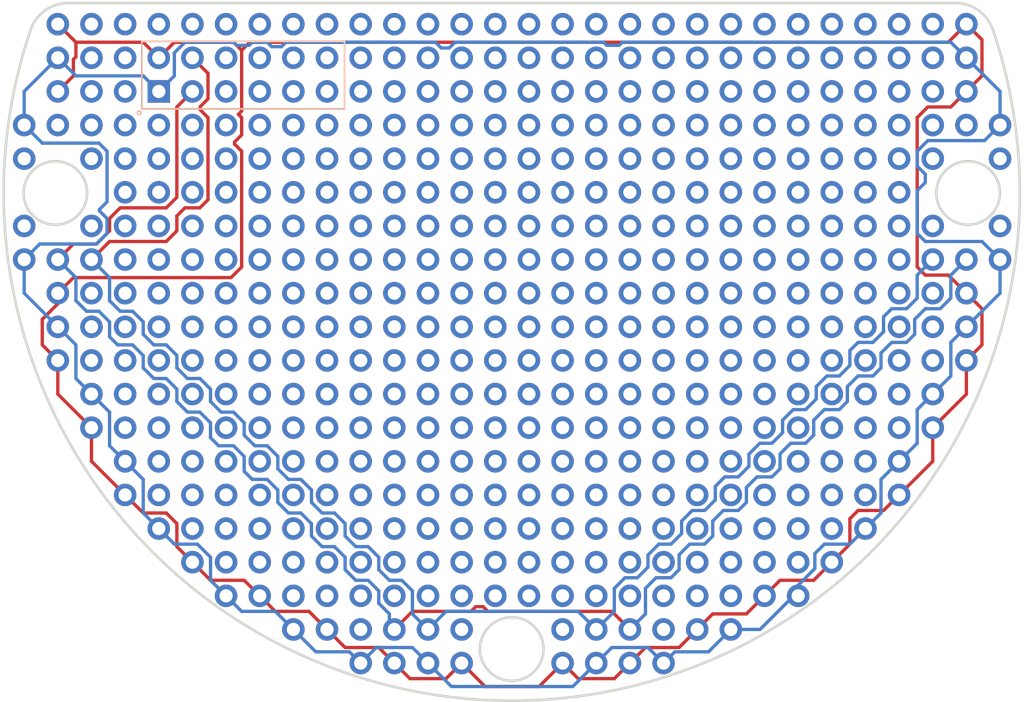
<source format=kicad_pcb>
(kicad_pcb (version 20171130) (host pcbnew 5.1.6-1.fc32)
  (layers (0 F.Cu signal) (31 B.Cu signal) (34 B.Paste user) (35 F.Paste user) (36 B.SilkS user) (37 F.SilkS user) (38 B.Mask user) (39 F.Mask user) (44 Edge.Cuts user))
  (net 0 "")
  (net 1 GND)
  (net 2 +3V3)
  (net 3 I2C-SDA)
  (net 4 I2C-SLK)
  (module Apsu:PinHeader_1x01_P2.54mm_Vertical_nosilk (layer F.Cu) (at 164.78 127.36)
    (fp_text reference REF** hide)
    (fp_text value PinHeader_1x01_P2.54mm_Vertical_nosilk hide)
    (pad 1 thru_hole circle (at 0 0) (size 1.7 1.7) (drill 1) (layers *.Cu *.Mask) (net 1 GND))
  )
  (module Apsu:PinHeader_1x01_P2.54mm_Vertical_nosilk (layer F.Cu) (at 162.24 127.36)
    (fp_text reference REF** hide)
    (fp_text value PinHeader_1x01_P2.54mm_Vertical_nosilk hide)
    (pad 1 thru_hole circle (at 0 0) (size 1.7 1.7) (drill 1) (layers *.Cu *.Mask) (net 2 +3V3))
  )
  (module Apsu:PinHeader_1x01_P2.54mm_Vertical_nosilk (layer F.Cu) (at 159.7 127.36)
    (fp_text reference REF** hide)
    (fp_text value PinHeader_1x01_P2.54mm_Vertical_nosilk hide)
    (pad 1 thru_hole circle (at 0 0) (size 1.7 1.7) (drill 1) (layers *.Cu *.Mask) (net 1 GND))
  )
  (module Apsu:PinHeader_1x01_P2.54mm_Vertical_nosilk (layer F.Cu) (at 157.16 127.36)
    (fp_text reference REF** hide)
    (fp_text value PinHeader_1x01_P2.54mm_Vertical_nosilk hide)
    (pad 1 thru_hole circle (at 0 0) (size 1.7 1.7) (drill 1) (layers *.Cu *.Mask) (net 2 +3V3))
  )
  (module Apsu:PinHeader_1x01_P2.54mm_Vertical_nosilk (layer F.Cu) (at 149.54 127.36)
    (fp_text reference REF** hide)
    (fp_text value PinHeader_1x01_P2.54mm_Vertical_nosilk hide)
    (pad 1 thru_hole circle (at 0 0) (size 1.7 1.7) (drill 1) (layers *.Cu *.Mask) (net 2 +3V3))
  )
  (module Apsu:PinHeader_1x01_P2.54mm_Vertical_nosilk (layer F.Cu) (at 147 127.36)
    (fp_text reference REF** hide)
    (fp_text value PinHeader_1x01_P2.54mm_Vertical_nosilk hide)
    (pad 1 thru_hole circle (at 0 0) (size 1.7 1.7) (drill 1) (layers *.Cu *.Mask) (net 1 GND))
  )
  (module Apsu:PinHeader_1x01_P2.54mm_Vertical_nosilk (layer F.Cu) (at 144.46 127.36)
    (fp_text reference REF** hide)
    (fp_text value PinHeader_1x01_P2.54mm_Vertical_nosilk hide)
    (pad 1 thru_hole circle (at 0 0) (size 1.7 1.7) (drill 1) (layers *.Cu *.Mask) (net 2 +3V3))
  )
  (module Apsu:PinHeader_1x01_P2.54mm_Vertical_nosilk (layer F.Cu) (at 141.92 127.36)
    (fp_text reference REF** hide)
    (fp_text value PinHeader_1x01_P2.54mm_Vertical_nosilk hide)
    (pad 1 thru_hole circle (at 0 0) (size 1.7 1.7) (drill 1) (layers *.Cu *.Mask) (net 1 GND))
  )
  (module Apsu:PinHeader_1x01_P2.54mm_Vertical_nosilk (layer F.Cu) (at 169.86 124.82)
    (fp_text reference REF** hide)
    (fp_text value PinHeader_1x01_P2.54mm_Vertical_nosilk hide)
    (pad 1 thru_hole circle (at 0 0) (size 1.7 1.7) (drill 1) (layers *.Cu *.Mask) (net 1 GND))
  )
  (module Apsu:PinHeader_1x01_P2.54mm_Vertical_nosilk (layer F.Cu) (at 167.32 124.82)
    (fp_text reference REF** hide)
    (fp_text value PinHeader_1x01_P2.54mm_Vertical_nosilk hide)
    (pad 1 thru_hole circle (at 0 0) (size 1.7 1.7) (drill 1) (layers *.Cu *.Mask) (net 2 +3V3))
  )
  (module Apsu:PinHeader_1x01_P2.54mm_Vertical_nosilk (layer F.Cu) (at 164.78 124.82)
    (fp_text reference REF** hide)
    (fp_text value PinHeader_1x01_P2.54mm_Vertical_nosilk hide)
    (pad 1 thru_hole circle (at 0 0) (size 1.7 1.7) (drill 1) (layers *.Cu *.Mask))
  )
  (module Apsu:PinHeader_1x01_P2.54mm_Vertical_nosilk (layer F.Cu) (at 162.24 124.82)
    (fp_text reference REF** hide)
    (fp_text value PinHeader_1x01_P2.54mm_Vertical_nosilk hide)
    (pad 1 thru_hole circle (at 0 0) (size 1.7 1.7) (drill 1) (layers *.Cu *.Mask) (net 3 I2C-SDA))
  )
  (module Apsu:PinHeader_1x01_P2.54mm_Vertical_nosilk (layer F.Cu) (at 159.7 124.82)
    (fp_text reference REF** hide)
    (fp_text value PinHeader_1x01_P2.54mm_Vertical_nosilk hide)
    (pad 1 thru_hole circle (at 0 0) (size 1.7 1.7) (drill 1) (layers *.Cu *.Mask) (net 4 I2C-SLK))
  )
  (module Apsu:PinHeader_1x01_P2.54mm_Vertical_nosilk (layer F.Cu) (at 157.16 124.82)
    (fp_text reference REF** hide)
    (fp_text value PinHeader_1x01_P2.54mm_Vertical_nosilk hide)
    (pad 1 thru_hole circle (at 0 0) (size 1.7 1.7) (drill 1) (layers *.Cu *.Mask))
  )
  (module Apsu:PinHeader_1x01_P2.54mm_Vertical_nosilk (layer F.Cu) (at 149.54 124.82)
    (fp_text reference REF** hide)
    (fp_text value PinHeader_1x01_P2.54mm_Vertical_nosilk hide)
    (pad 1 thru_hole circle (at 0 0) (size 1.7 1.7) (drill 1) (layers *.Cu *.Mask))
  )
  (module Apsu:PinHeader_1x01_P2.54mm_Vertical_nosilk (layer F.Cu) (at 147 124.82)
    (fp_text reference REF** hide)
    (fp_text value PinHeader_1x01_P2.54mm_Vertical_nosilk hide)
    (pad 1 thru_hole circle (at 0 0) (size 1.7 1.7) (drill 1) (layers *.Cu *.Mask) (net 4 I2C-SLK))
  )
  (module Apsu:PinHeader_1x01_P2.54mm_Vertical_nosilk (layer F.Cu) (at 144.46 124.82)
    (fp_text reference REF** hide)
    (fp_text value PinHeader_1x01_P2.54mm_Vertical_nosilk hide)
    (pad 1 thru_hole circle (at 0 0) (size 1.7 1.7) (drill 1) (layers *.Cu *.Mask) (net 3 I2C-SDA))
  )
  (module Apsu:PinHeader_1x01_P2.54mm_Vertical_nosilk (layer F.Cu) (at 141.92 124.82)
    (fp_text reference REF** hide)
    (fp_text value PinHeader_1x01_P2.54mm_Vertical_nosilk hide)
    (pad 1 thru_hole circle (at 0 0) (size 1.7 1.7) (drill 1) (layers *.Cu *.Mask))
  )
  (module Apsu:PinHeader_1x01_P2.54mm_Vertical_nosilk (layer F.Cu) (at 139.38 124.82)
    (fp_text reference REF** hide)
    (fp_text value PinHeader_1x01_P2.54mm_Vertical_nosilk hide)
    (pad 1 thru_hole circle (at 0 0) (size 1.7 1.7) (drill 1) (layers *.Cu *.Mask) (net 2 +3V3))
  )
  (module Apsu:PinHeader_1x01_P2.54mm_Vertical_nosilk (layer F.Cu) (at 136.84 124.82)
    (fp_text reference REF** hide)
    (fp_text value PinHeader_1x01_P2.54mm_Vertical_nosilk hide)
    (pad 1 thru_hole circle (at 0 0) (size 1.7 1.7) (drill 1) (layers *.Cu *.Mask) (net 1 GND))
  )
  (module Apsu:PinHeader_1x01_P2.54mm_Vertical_nosilk (layer F.Cu) (at 174.94 122.28)
    (fp_text reference REF** hide)
    (fp_text value PinHeader_1x01_P2.54mm_Vertical_nosilk hide)
    (pad 1 thru_hole circle (at 0 0) (size 1.7 1.7) (drill 1) (layers *.Cu *.Mask) (net 1 GND))
  )
  (module Apsu:PinHeader_1x01_P2.54mm_Vertical_nosilk (layer F.Cu) (at 172.4 122.28)
    (fp_text reference REF** hide)
    (fp_text value PinHeader_1x01_P2.54mm_Vertical_nosilk hide)
    (pad 1 thru_hole circle (at 0 0) (size 1.7 1.7) (drill 1) (layers *.Cu *.Mask) (net 2 +3V3))
  )
  (module Apsu:PinHeader_1x01_P2.54mm_Vertical_nosilk (layer F.Cu) (at 169.86 122.28)
    (fp_text reference REF** hide)
    (fp_text value PinHeader_1x01_P2.54mm_Vertical_nosilk hide)
    (pad 1 thru_hole circle (at 0 0) (size 1.7 1.7) (drill 1) (layers *.Cu *.Mask))
  )
  (module Apsu:PinHeader_1x01_P2.54mm_Vertical_nosilk (layer F.Cu) (at 167.32 122.28)
    (fp_text reference REF** hide)
    (fp_text value PinHeader_1x01_P2.54mm_Vertical_nosilk hide)
    (pad 1 thru_hole circle (at 0 0) (size 1.7 1.7) (drill 1) (layers *.Cu *.Mask))
  )
  (module Apsu:PinHeader_1x01_P2.54mm_Vertical_nosilk (layer F.Cu) (at 164.78 122.28)
    (fp_text reference REF** hide)
    (fp_text value PinHeader_1x01_P2.54mm_Vertical_nosilk hide)
    (pad 1 thru_hole circle (at 0 0) (size 1.7 1.7) (drill 1) (layers *.Cu *.Mask))
  )
  (module Apsu:PinHeader_1x01_P2.54mm_Vertical_nosilk (layer F.Cu) (at 162.24 122.28)
    (fp_text reference REF** hide)
    (fp_text value PinHeader_1x01_P2.54mm_Vertical_nosilk hide)
    (pad 1 thru_hole circle (at 0 0) (size 1.7 1.7) (drill 1) (layers *.Cu *.Mask))
  )
  (module Apsu:PinHeader_1x01_P2.54mm_Vertical_nosilk (layer F.Cu) (at 159.7 122.28)
    (fp_text reference REF** hide)
    (fp_text value PinHeader_1x01_P2.54mm_Vertical_nosilk hide)
    (pad 1 thru_hole circle (at 0 0) (size 1.7 1.7) (drill 1) (layers *.Cu *.Mask))
  )
  (module Apsu:PinHeader_1x01_P2.54mm_Vertical_nosilk (layer F.Cu) (at 157.16 122.28)
    (fp_text reference REF** hide)
    (fp_text value PinHeader_1x01_P2.54mm_Vertical_nosilk hide)
    (pad 1 thru_hole circle (at 0 0) (size 1.7 1.7) (drill 1) (layers *.Cu *.Mask))
  )
  (module Apsu:PinHeader_1x01_P2.54mm_Vertical_nosilk (layer F.Cu) (at 154.62 122.28)
    (fp_text reference REF** hide)
    (fp_text value PinHeader_1x01_P2.54mm_Vertical_nosilk hide)
    (pad 1 thru_hole circle (at 0 0) (size 1.7 1.7) (drill 1) (layers *.Cu *.Mask))
  )
  (module Apsu:PinHeader_1x01_P2.54mm_Vertical_nosilk (layer F.Cu) (at 152.08 122.28)
    (fp_text reference REF** hide)
    (fp_text value PinHeader_1x01_P2.54mm_Vertical_nosilk hide)
    (pad 1 thru_hole circle (at 0 0) (size 1.7 1.7) (drill 1) (layers *.Cu *.Mask))
  )
  (module Apsu:PinHeader_1x01_P2.54mm_Vertical_nosilk (layer F.Cu) (at 149.54 122.28)
    (fp_text reference REF** hide)
    (fp_text value PinHeader_1x01_P2.54mm_Vertical_nosilk hide)
    (pad 1 thru_hole circle (at 0 0) (size 1.7 1.7) (drill 1) (layers *.Cu *.Mask))
  )
  (module Apsu:PinHeader_1x01_P2.54mm_Vertical_nosilk (layer F.Cu) (at 147 122.28)
    (fp_text reference REF** hide)
    (fp_text value PinHeader_1x01_P2.54mm_Vertical_nosilk hide)
    (pad 1 thru_hole circle (at 0 0) (size 1.7 1.7) (drill 1) (layers *.Cu *.Mask))
  )
  (module Apsu:PinHeader_1x01_P2.54mm_Vertical_nosilk (layer F.Cu) (at 144.46 122.28)
    (fp_text reference REF** hide)
    (fp_text value PinHeader_1x01_P2.54mm_Vertical_nosilk hide)
    (pad 1 thru_hole circle (at 0 0) (size 1.7 1.7) (drill 1) (layers *.Cu *.Mask))
  )
  (module Apsu:PinHeader_1x01_P2.54mm_Vertical_nosilk (layer F.Cu) (at 141.92 122.28)
    (fp_text reference REF** hide)
    (fp_text value PinHeader_1x01_P2.54mm_Vertical_nosilk hide)
    (pad 1 thru_hole circle (at 0 0) (size 1.7 1.7) (drill 1) (layers *.Cu *.Mask))
  )
  (module Apsu:PinHeader_1x01_P2.54mm_Vertical_nosilk (layer F.Cu) (at 139.38 122.28)
    (fp_text reference REF** hide)
    (fp_text value PinHeader_1x01_P2.54mm_Vertical_nosilk hide)
    (pad 1 thru_hole circle (at 0 0) (size 1.7 1.7) (drill 1) (layers *.Cu *.Mask))
  )
  (module Apsu:PinHeader_1x01_P2.54mm_Vertical_nosilk (layer F.Cu) (at 136.84 122.28)
    (fp_text reference REF** hide)
    (fp_text value PinHeader_1x01_P2.54mm_Vertical_nosilk hide)
    (pad 1 thru_hole circle (at 0 0) (size 1.7 1.7) (drill 1) (layers *.Cu *.Mask))
  )
  (module Apsu:PinHeader_1x01_P2.54mm_Vertical_nosilk (layer F.Cu) (at 134.3 122.28)
    (fp_text reference REF** hide)
    (fp_text value PinHeader_1x01_P2.54mm_Vertical_nosilk hide)
    (pad 1 thru_hole circle (at 0 0) (size 1.7 1.7) (drill 1) (layers *.Cu *.Mask) (net 2 +3V3))
  )
  (module Apsu:PinHeader_1x01_P2.54mm_Vertical_nosilk (layer F.Cu) (at 131.76 122.28)
    (fp_text reference REF** hide)
    (fp_text value PinHeader_1x01_P2.54mm_Vertical_nosilk hide)
    (pad 1 thru_hole circle (at 0 0) (size 1.7 1.7) (drill 1) (layers *.Cu *.Mask) (net 1 GND))
  )
  (module Apsu:PinHeader_1x01_P2.54mm_Vertical_nosilk (layer F.Cu) (at 177.48 119.74)
    (fp_text reference REF** hide)
    (fp_text value PinHeader_1x01_P2.54mm_Vertical_nosilk hide)
    (pad 1 thru_hole circle (at 0 0) (size 1.7 1.7) (drill 1) (layers *.Cu *.Mask) (net 2 +3V3))
  )
  (module Apsu:PinHeader_1x01_P2.54mm_Vertical_nosilk (layer F.Cu) (at 174.94 119.74)
    (fp_text reference REF** hide)
    (fp_text value PinHeader_1x01_P2.54mm_Vertical_nosilk hide)
    (pad 1 thru_hole circle (at 0 0) (size 1.7 1.7) (drill 1) (layers *.Cu *.Mask))
  )
  (module Apsu:PinHeader_1x01_P2.54mm_Vertical_nosilk (layer F.Cu) (at 172.4 119.74)
    (fp_text reference REF** hide)
    (fp_text value PinHeader_1x01_P2.54mm_Vertical_nosilk hide)
    (pad 1 thru_hole circle (at 0 0) (size 1.7 1.7) (drill 1) (layers *.Cu *.Mask))
  )
  (module Apsu:PinHeader_1x01_P2.54mm_Vertical_nosilk (layer F.Cu) (at 169.86 119.74)
    (fp_text reference REF** hide)
    (fp_text value PinHeader_1x01_P2.54mm_Vertical_nosilk hide)
    (pad 1 thru_hole circle (at 0 0) (size 1.7 1.7) (drill 1) (layers *.Cu *.Mask))
  )
  (module Apsu:PinHeader_1x01_P2.54mm_Vertical_nosilk (layer F.Cu) (at 167.32 119.74)
    (fp_text reference REF** hide)
    (fp_text value PinHeader_1x01_P2.54mm_Vertical_nosilk hide)
    (pad 1 thru_hole circle (at 0 0) (size 1.7 1.7) (drill 1) (layers *.Cu *.Mask))
  )
  (module Apsu:PinHeader_1x01_P2.54mm_Vertical_nosilk (layer F.Cu) (at 164.78 119.74)
    (fp_text reference REF** hide)
    (fp_text value PinHeader_1x01_P2.54mm_Vertical_nosilk hide)
    (pad 1 thru_hole circle (at 0 0) (size 1.7 1.7) (drill 1) (layers *.Cu *.Mask))
  )
  (module Apsu:PinHeader_1x01_P2.54mm_Vertical_nosilk (layer F.Cu) (at 162.24 119.74)
    (fp_text reference REF** hide)
    (fp_text value PinHeader_1x01_P2.54mm_Vertical_nosilk hide)
    (pad 1 thru_hole circle (at 0 0) (size 1.7 1.7) (drill 1) (layers *.Cu *.Mask))
  )
  (module Apsu:PinHeader_1x01_P2.54mm_Vertical_nosilk (layer F.Cu) (at 159.7 119.74)
    (fp_text reference REF** hide)
    (fp_text value PinHeader_1x01_P2.54mm_Vertical_nosilk hide)
    (pad 1 thru_hole circle (at 0 0) (size 1.7 1.7) (drill 1) (layers *.Cu *.Mask))
  )
  (module Apsu:PinHeader_1x01_P2.54mm_Vertical_nosilk (layer F.Cu) (at 157.16 119.74)
    (fp_text reference REF** hide)
    (fp_text value PinHeader_1x01_P2.54mm_Vertical_nosilk hide)
    (pad 1 thru_hole circle (at 0 0) (size 1.7 1.7) (drill 1) (layers *.Cu *.Mask))
  )
  (module Apsu:PinHeader_1x01_P2.54mm_Vertical_nosilk (layer F.Cu) (at 154.62 119.74)
    (fp_text reference REF** hide)
    (fp_text value PinHeader_1x01_P2.54mm_Vertical_nosilk hide)
    (pad 1 thru_hole circle (at 0 0) (size 1.7 1.7) (drill 1) (layers *.Cu *.Mask))
  )
  (module Apsu:PinHeader_1x01_P2.54mm_Vertical_nosilk (layer F.Cu) (at 152.08 119.74)
    (fp_text reference REF** hide)
    (fp_text value PinHeader_1x01_P2.54mm_Vertical_nosilk hide)
    (pad 1 thru_hole circle (at 0 0) (size 1.7 1.7) (drill 1) (layers *.Cu *.Mask))
  )
  (module Apsu:PinHeader_1x01_P2.54mm_Vertical_nosilk (layer F.Cu) (at 149.54 119.74)
    (fp_text reference REF** hide)
    (fp_text value PinHeader_1x01_P2.54mm_Vertical_nosilk hide)
    (pad 1 thru_hole circle (at 0 0) (size 1.7 1.7) (drill 1) (layers *.Cu *.Mask))
  )
  (module Apsu:PinHeader_1x01_P2.54mm_Vertical_nosilk (layer F.Cu) (at 147 119.74)
    (fp_text reference REF** hide)
    (fp_text value PinHeader_1x01_P2.54mm_Vertical_nosilk hide)
    (pad 1 thru_hole circle (at 0 0) (size 1.7 1.7) (drill 1) (layers *.Cu *.Mask))
  )
  (module Apsu:PinHeader_1x01_P2.54mm_Vertical_nosilk (layer F.Cu) (at 144.46 119.74)
    (fp_text reference REF** hide)
    (fp_text value PinHeader_1x01_P2.54mm_Vertical_nosilk hide)
    (pad 1 thru_hole circle (at 0 0) (size 1.7 1.7) (drill 1) (layers *.Cu *.Mask))
  )
  (module Apsu:PinHeader_1x01_P2.54mm_Vertical_nosilk (layer F.Cu) (at 141.92 119.74)
    (fp_text reference REF** hide)
    (fp_text value PinHeader_1x01_P2.54mm_Vertical_nosilk hide)
    (pad 1 thru_hole circle (at 0 0) (size 1.7 1.7) (drill 1) (layers *.Cu *.Mask))
  )
  (module Apsu:PinHeader_1x01_P2.54mm_Vertical_nosilk (layer F.Cu) (at 139.38 119.74)
    (fp_text reference REF** hide)
    (fp_text value PinHeader_1x01_P2.54mm_Vertical_nosilk hide)
    (pad 1 thru_hole circle (at 0 0) (size 1.7 1.7) (drill 1) (layers *.Cu *.Mask))
  )
  (module Apsu:PinHeader_1x01_P2.54mm_Vertical_nosilk (layer F.Cu) (at 136.84 119.74)
    (fp_text reference REF** hide)
    (fp_text value PinHeader_1x01_P2.54mm_Vertical_nosilk hide)
    (pad 1 thru_hole circle (at 0 0) (size 1.7 1.7) (drill 1) (layers *.Cu *.Mask))
  )
  (module Apsu:PinHeader_1x01_P2.54mm_Vertical_nosilk (layer F.Cu) (at 134.3 119.74)
    (fp_text reference REF** hide)
    (fp_text value PinHeader_1x01_P2.54mm_Vertical_nosilk hide)
    (pad 1 thru_hole circle (at 0 0) (size 1.7 1.7) (drill 1) (layers *.Cu *.Mask))
  )
  (module Apsu:PinHeader_1x01_P2.54mm_Vertical_nosilk (layer F.Cu) (at 131.76 119.74)
    (fp_text reference REF** hide)
    (fp_text value PinHeader_1x01_P2.54mm_Vertical_nosilk hide)
    (pad 1 thru_hole circle (at 0 0) (size 1.7 1.7) (drill 1) (layers *.Cu *.Mask))
  )
  (module Apsu:PinHeader_1x01_P2.54mm_Vertical_nosilk (layer F.Cu) (at 129.22 119.74)
    (fp_text reference REF** hide)
    (fp_text value PinHeader_1x01_P2.54mm_Vertical_nosilk hide)
    (pad 1 thru_hole circle (at 0 0) (size 1.7 1.7) (drill 1) (layers *.Cu *.Mask) (net 2 +3V3))
  )
  (module Apsu:PinHeader_1x01_P2.54mm_Vertical_nosilk (layer F.Cu) (at 180.02 117.2)
    (fp_text reference REF** hide)
    (fp_text value PinHeader_1x01_P2.54mm_Vertical_nosilk hide)
    (pad 1 thru_hole circle (at 0 0) (size 1.7 1.7) (drill 1) (layers *.Cu *.Mask) (net 1 GND))
  )
  (module Apsu:PinHeader_1x01_P2.54mm_Vertical_nosilk (layer F.Cu) (at 177.48 117.2)
    (fp_text reference REF** hide)
    (fp_text value PinHeader_1x01_P2.54mm_Vertical_nosilk hide)
    (pad 1 thru_hole circle (at 0 0) (size 1.7 1.7) (drill 1) (layers *.Cu *.Mask))
  )
  (module Apsu:PinHeader_1x01_P2.54mm_Vertical_nosilk (layer F.Cu) (at 174.94 117.2)
    (fp_text reference REF** hide)
    (fp_text value PinHeader_1x01_P2.54mm_Vertical_nosilk hide)
    (pad 1 thru_hole circle (at 0 0) (size 1.7 1.7) (drill 1) (layers *.Cu *.Mask))
  )
  (module Apsu:PinHeader_1x01_P2.54mm_Vertical_nosilk (layer F.Cu) (at 172.4 117.2)
    (fp_text reference REF** hide)
    (fp_text value PinHeader_1x01_P2.54mm_Vertical_nosilk hide)
    (pad 1 thru_hole circle (at 0 0) (size 1.7 1.7) (drill 1) (layers *.Cu *.Mask))
  )
  (module Apsu:PinHeader_1x01_P2.54mm_Vertical_nosilk (layer F.Cu) (at 169.86 117.2)
    (fp_text reference REF** hide)
    (fp_text value PinHeader_1x01_P2.54mm_Vertical_nosilk hide)
    (pad 1 thru_hole circle (at 0 0) (size 1.7 1.7) (drill 1) (layers *.Cu *.Mask))
  )
  (module Apsu:PinHeader_1x01_P2.54mm_Vertical_nosilk (layer F.Cu) (at 167.32 117.2)
    (fp_text reference REF** hide)
    (fp_text value PinHeader_1x01_P2.54mm_Vertical_nosilk hide)
    (pad 1 thru_hole circle (at 0 0) (size 1.7 1.7) (drill 1) (layers *.Cu *.Mask))
  )
  (module Apsu:PinHeader_1x01_P2.54mm_Vertical_nosilk (layer F.Cu) (at 164.78 117.2)
    (fp_text reference REF** hide)
    (fp_text value PinHeader_1x01_P2.54mm_Vertical_nosilk hide)
    (pad 1 thru_hole circle (at 0 0) (size 1.7 1.7) (drill 1) (layers *.Cu *.Mask))
  )
  (module Apsu:PinHeader_1x01_P2.54mm_Vertical_nosilk (layer F.Cu) (at 162.24 117.2)
    (fp_text reference REF** hide)
    (fp_text value PinHeader_1x01_P2.54mm_Vertical_nosilk hide)
    (pad 1 thru_hole circle (at 0 0) (size 1.7 1.7) (drill 1) (layers *.Cu *.Mask))
  )
  (module Apsu:PinHeader_1x01_P2.54mm_Vertical_nosilk (layer F.Cu) (at 159.7 117.2)
    (fp_text reference REF** hide)
    (fp_text value PinHeader_1x01_P2.54mm_Vertical_nosilk hide)
    (pad 1 thru_hole circle (at 0 0) (size 1.7 1.7) (drill 1) (layers *.Cu *.Mask))
  )
  (module Apsu:PinHeader_1x01_P2.54mm_Vertical_nosilk (layer F.Cu) (at 157.16 117.2)
    (fp_text reference REF** hide)
    (fp_text value PinHeader_1x01_P2.54mm_Vertical_nosilk hide)
    (pad 1 thru_hole circle (at 0 0) (size 1.7 1.7) (drill 1) (layers *.Cu *.Mask))
  )
  (module Apsu:PinHeader_1x01_P2.54mm_Vertical_nosilk (layer F.Cu) (at 154.62 117.2)
    (fp_text reference REF** hide)
    (fp_text value PinHeader_1x01_P2.54mm_Vertical_nosilk hide)
    (pad 1 thru_hole circle (at 0 0) (size 1.7 1.7) (drill 1) (layers *.Cu *.Mask))
  )
  (module Apsu:PinHeader_1x01_P2.54mm_Vertical_nosilk (layer F.Cu) (at 152.08 117.2)
    (fp_text reference REF** hide)
    (fp_text value PinHeader_1x01_P2.54mm_Vertical_nosilk hide)
    (pad 1 thru_hole circle (at 0 0) (size 1.7 1.7) (drill 1) (layers *.Cu *.Mask))
  )
  (module Apsu:PinHeader_1x01_P2.54mm_Vertical_nosilk (layer F.Cu) (at 149.54 117.2)
    (fp_text reference REF** hide)
    (fp_text value PinHeader_1x01_P2.54mm_Vertical_nosilk hide)
    (pad 1 thru_hole circle (at 0 0) (size 1.7 1.7) (drill 1) (layers *.Cu *.Mask))
  )
  (module Apsu:PinHeader_1x01_P2.54mm_Vertical_nosilk (layer F.Cu) (at 147 117.2)
    (fp_text reference REF** hide)
    (fp_text value PinHeader_1x01_P2.54mm_Vertical_nosilk hide)
    (pad 1 thru_hole circle (at 0 0) (size 1.7 1.7) (drill 1) (layers *.Cu *.Mask))
  )
  (module Apsu:PinHeader_1x01_P2.54mm_Vertical_nosilk (layer F.Cu) (at 144.46 117.2)
    (fp_text reference REF** hide)
    (fp_text value PinHeader_1x01_P2.54mm_Vertical_nosilk hide)
    (pad 1 thru_hole circle (at 0 0) (size 1.7 1.7) (drill 1) (layers *.Cu *.Mask))
  )
  (module Apsu:PinHeader_1x01_P2.54mm_Vertical_nosilk (layer F.Cu) (at 141.92 117.2)
    (fp_text reference REF** hide)
    (fp_text value PinHeader_1x01_P2.54mm_Vertical_nosilk hide)
    (pad 1 thru_hole circle (at 0 0) (size 1.7 1.7) (drill 1) (layers *.Cu *.Mask))
  )
  (module Apsu:PinHeader_1x01_P2.54mm_Vertical_nosilk (layer F.Cu) (at 139.38 117.2)
    (fp_text reference REF** hide)
    (fp_text value PinHeader_1x01_P2.54mm_Vertical_nosilk hide)
    (pad 1 thru_hole circle (at 0 0) (size 1.7 1.7) (drill 1) (layers *.Cu *.Mask))
  )
  (module Apsu:PinHeader_1x01_P2.54mm_Vertical_nosilk (layer F.Cu) (at 136.84 117.2)
    (fp_text reference REF** hide)
    (fp_text value PinHeader_1x01_P2.54mm_Vertical_nosilk hide)
    (pad 1 thru_hole circle (at 0 0) (size 1.7 1.7) (drill 1) (layers *.Cu *.Mask))
  )
  (module Apsu:PinHeader_1x01_P2.54mm_Vertical_nosilk (layer F.Cu) (at 134.3 117.2)
    (fp_text reference REF** hide)
    (fp_text value PinHeader_1x01_P2.54mm_Vertical_nosilk hide)
    (pad 1 thru_hole circle (at 0 0) (size 1.7 1.7) (drill 1) (layers *.Cu *.Mask))
  )
  (module Apsu:PinHeader_1x01_P2.54mm_Vertical_nosilk (layer F.Cu) (at 131.76 117.2)
    (fp_text reference REF** hide)
    (fp_text value PinHeader_1x01_P2.54mm_Vertical_nosilk hide)
    (pad 1 thru_hole circle (at 0 0) (size 1.7 1.7) (drill 1) (layers *.Cu *.Mask))
  )
  (module Apsu:PinHeader_1x01_P2.54mm_Vertical_nosilk (layer F.Cu) (at 129.22 117.2)
    (fp_text reference REF** hide)
    (fp_text value PinHeader_1x01_P2.54mm_Vertical_nosilk hide)
    (pad 1 thru_hole circle (at 0 0) (size 1.7 1.7) (drill 1) (layers *.Cu *.Mask))
  )
  (module Apsu:PinHeader_1x01_P2.54mm_Vertical_nosilk (layer F.Cu) (at 126.68 117.2)
    (fp_text reference REF** hide)
    (fp_text value PinHeader_1x01_P2.54mm_Vertical_nosilk hide)
    (pad 1 thru_hole circle (at 0 0) (size 1.7 1.7) (drill 1) (layers *.Cu *.Mask) (net 1 GND))
  )
  (module Apsu:PinHeader_1x01_P2.54mm_Vertical_nosilk (layer F.Cu) (at 182.56 114.66)
    (fp_text reference REF** hide)
    (fp_text value PinHeader_1x01_P2.54mm_Vertical_nosilk hide)
    (pad 1 thru_hole circle (at 0 0) (size 1.7 1.7) (drill 1) (layers *.Cu *.Mask) (net 2 +3V3))
  )
  (module Apsu:PinHeader_1x01_P2.54mm_Vertical_nosilk (layer F.Cu) (at 180.02 114.66)
    (fp_text reference REF** hide)
    (fp_text value PinHeader_1x01_P2.54mm_Vertical_nosilk hide)
    (pad 1 thru_hole circle (at 0 0) (size 1.7 1.7) (drill 1) (layers *.Cu *.Mask))
  )
  (module Apsu:PinHeader_1x01_P2.54mm_Vertical_nosilk (layer F.Cu) (at 177.48 114.66)
    (fp_text reference REF** hide)
    (fp_text value PinHeader_1x01_P2.54mm_Vertical_nosilk hide)
    (pad 1 thru_hole circle (at 0 0) (size 1.7 1.7) (drill 1) (layers *.Cu *.Mask))
  )
  (module Apsu:PinHeader_1x01_P2.54mm_Vertical_nosilk (layer F.Cu) (at 174.94 114.66)
    (fp_text reference REF** hide)
    (fp_text value PinHeader_1x01_P2.54mm_Vertical_nosilk hide)
    (pad 1 thru_hole circle (at 0 0) (size 1.7 1.7) (drill 1) (layers *.Cu *.Mask))
  )
  (module Apsu:PinHeader_1x01_P2.54mm_Vertical_nosilk (layer F.Cu) (at 172.4 114.66)
    (fp_text reference REF** hide)
    (fp_text value PinHeader_1x01_P2.54mm_Vertical_nosilk hide)
    (pad 1 thru_hole circle (at 0 0) (size 1.7 1.7) (drill 1) (layers *.Cu *.Mask))
  )
  (module Apsu:PinHeader_1x01_P2.54mm_Vertical_nosilk (layer F.Cu) (at 169.86 114.66)
    (fp_text reference REF** hide)
    (fp_text value PinHeader_1x01_P2.54mm_Vertical_nosilk hide)
    (pad 1 thru_hole circle (at 0 0) (size 1.7 1.7) (drill 1) (layers *.Cu *.Mask))
  )
  (module Apsu:PinHeader_1x01_P2.54mm_Vertical_nosilk (layer F.Cu) (at 167.32 114.66)
    (fp_text reference REF** hide)
    (fp_text value PinHeader_1x01_P2.54mm_Vertical_nosilk hide)
    (pad 1 thru_hole circle (at 0 0) (size 1.7 1.7) (drill 1) (layers *.Cu *.Mask))
  )
  (module Apsu:PinHeader_1x01_P2.54mm_Vertical_nosilk (layer F.Cu) (at 164.78 114.66)
    (fp_text reference REF** hide)
    (fp_text value PinHeader_1x01_P2.54mm_Vertical_nosilk hide)
    (pad 1 thru_hole circle (at 0 0) (size 1.7 1.7) (drill 1) (layers *.Cu *.Mask))
  )
  (module Apsu:PinHeader_1x01_P2.54mm_Vertical_nosilk (layer F.Cu) (at 162.24 114.66)
    (fp_text reference REF** hide)
    (fp_text value PinHeader_1x01_P2.54mm_Vertical_nosilk hide)
    (pad 1 thru_hole circle (at 0 0) (size 1.7 1.7) (drill 1) (layers *.Cu *.Mask))
  )
  (module Apsu:PinHeader_1x01_P2.54mm_Vertical_nosilk (layer F.Cu) (at 159.7 114.66)
    (fp_text reference REF** hide)
    (fp_text value PinHeader_1x01_P2.54mm_Vertical_nosilk hide)
    (pad 1 thru_hole circle (at 0 0) (size 1.7 1.7) (drill 1) (layers *.Cu *.Mask))
  )
  (module Apsu:PinHeader_1x01_P2.54mm_Vertical_nosilk (layer F.Cu) (at 157.16 114.66)
    (fp_text reference REF** hide)
    (fp_text value PinHeader_1x01_P2.54mm_Vertical_nosilk hide)
    (pad 1 thru_hole circle (at 0 0) (size 1.7 1.7) (drill 1) (layers *.Cu *.Mask))
  )
  (module Apsu:PinHeader_1x01_P2.54mm_Vertical_nosilk (layer F.Cu) (at 154.62 114.66)
    (fp_text reference REF** hide)
    (fp_text value PinHeader_1x01_P2.54mm_Vertical_nosilk hide)
    (pad 1 thru_hole circle (at 0 0) (size 1.7 1.7) (drill 1) (layers *.Cu *.Mask))
  )
  (module Apsu:PinHeader_1x01_P2.54mm_Vertical_nosilk (layer F.Cu) (at 152.08 114.66)
    (fp_text reference REF** hide)
    (fp_text value PinHeader_1x01_P2.54mm_Vertical_nosilk hide)
    (pad 1 thru_hole circle (at 0 0) (size 1.7 1.7) (drill 1) (layers *.Cu *.Mask))
  )
  (module Apsu:PinHeader_1x01_P2.54mm_Vertical_nosilk (layer F.Cu) (at 149.54 114.66)
    (fp_text reference REF** hide)
    (fp_text value PinHeader_1x01_P2.54mm_Vertical_nosilk hide)
    (pad 1 thru_hole circle (at 0 0) (size 1.7 1.7) (drill 1) (layers *.Cu *.Mask))
  )
  (module Apsu:PinHeader_1x01_P2.54mm_Vertical_nosilk (layer F.Cu) (at 147 114.66)
    (fp_text reference REF** hide)
    (fp_text value PinHeader_1x01_P2.54mm_Vertical_nosilk hide)
    (pad 1 thru_hole circle (at 0 0) (size 1.7 1.7) (drill 1) (layers *.Cu *.Mask))
  )
  (module Apsu:PinHeader_1x01_P2.54mm_Vertical_nosilk (layer F.Cu) (at 144.46 114.66)
    (fp_text reference REF** hide)
    (fp_text value PinHeader_1x01_P2.54mm_Vertical_nosilk hide)
    (pad 1 thru_hole circle (at 0 0) (size 1.7 1.7) (drill 1) (layers *.Cu *.Mask))
  )
  (module Apsu:PinHeader_1x01_P2.54mm_Vertical_nosilk (layer F.Cu) (at 141.92 114.66)
    (fp_text reference REF** hide)
    (fp_text value PinHeader_1x01_P2.54mm_Vertical_nosilk hide)
    (pad 1 thru_hole circle (at 0 0) (size 1.7 1.7) (drill 1) (layers *.Cu *.Mask))
  )
  (module Apsu:PinHeader_1x01_P2.54mm_Vertical_nosilk (layer F.Cu) (at 139.38 114.66)
    (fp_text reference REF** hide)
    (fp_text value PinHeader_1x01_P2.54mm_Vertical_nosilk hide)
    (pad 1 thru_hole circle (at 0 0) (size 1.7 1.7) (drill 1) (layers *.Cu *.Mask))
  )
  (module Apsu:PinHeader_1x01_P2.54mm_Vertical_nosilk (layer F.Cu) (at 136.84 114.66)
    (fp_text reference REF** hide)
    (fp_text value PinHeader_1x01_P2.54mm_Vertical_nosilk hide)
    (pad 1 thru_hole circle (at 0 0) (size 1.7 1.7) (drill 1) (layers *.Cu *.Mask))
  )
  (module Apsu:PinHeader_1x01_P2.54mm_Vertical_nosilk (layer F.Cu) (at 134.3 114.66)
    (fp_text reference REF** hide)
    (fp_text value PinHeader_1x01_P2.54mm_Vertical_nosilk hide)
    (pad 1 thru_hole circle (at 0 0) (size 1.7 1.7) (drill 1) (layers *.Cu *.Mask))
  )
  (module Apsu:PinHeader_1x01_P2.54mm_Vertical_nosilk (layer F.Cu) (at 131.76 114.66)
    (fp_text reference REF** hide)
    (fp_text value PinHeader_1x01_P2.54mm_Vertical_nosilk hide)
    (pad 1 thru_hole circle (at 0 0) (size 1.7 1.7) (drill 1) (layers *.Cu *.Mask))
  )
  (module Apsu:PinHeader_1x01_P2.54mm_Vertical_nosilk (layer F.Cu) (at 129.22 114.66)
    (fp_text reference REF** hide)
    (fp_text value PinHeader_1x01_P2.54mm_Vertical_nosilk hide)
    (pad 1 thru_hole circle (at 0 0) (size 1.7 1.7) (drill 1) (layers *.Cu *.Mask))
  )
  (module Apsu:PinHeader_1x01_P2.54mm_Vertical_nosilk (layer F.Cu) (at 126.68 114.66)
    (fp_text reference REF** hide)
    (fp_text value PinHeader_1x01_P2.54mm_Vertical_nosilk hide)
    (pad 1 thru_hole circle (at 0 0) (size 1.7 1.7) (drill 1) (layers *.Cu *.Mask))
  )
  (module Apsu:PinHeader_1x01_P2.54mm_Vertical_nosilk (layer F.Cu) (at 124.14 114.66)
    (fp_text reference REF** hide)
    (fp_text value PinHeader_1x01_P2.54mm_Vertical_nosilk hide)
    (pad 1 thru_hole circle (at 0 0) (size 1.7 1.7) (drill 1) (layers *.Cu *.Mask) (net 2 +3V3))
  )
  (module Apsu:PinHeader_1x01_P2.54mm_Vertical_nosilk (layer F.Cu) (at 182.56 112.12)
    (fp_text reference REF** hide)
    (fp_text value PinHeader_1x01_P2.54mm_Vertical_nosilk hide)
    (pad 1 thru_hole circle (at 0 0) (size 1.7 1.7) (drill 1) (layers *.Cu *.Mask) (net 1 GND))
  )
  (module Apsu:PinHeader_1x01_P2.54mm_Vertical_nosilk (layer F.Cu) (at 180.02 112.12)
    (fp_text reference REF** hide)
    (fp_text value PinHeader_1x01_P2.54mm_Vertical_nosilk hide)
    (pad 1 thru_hole circle (at 0 0) (size 1.7 1.7) (drill 1) (layers *.Cu *.Mask))
  )
  (module Apsu:PinHeader_1x01_P2.54mm_Vertical_nosilk (layer F.Cu) (at 177.48 112.12)
    (fp_text reference REF** hide)
    (fp_text value PinHeader_1x01_P2.54mm_Vertical_nosilk hide)
    (pad 1 thru_hole circle (at 0 0) (size 1.7 1.7) (drill 1) (layers *.Cu *.Mask))
  )
  (module Apsu:PinHeader_1x01_P2.54mm_Vertical_nosilk (layer F.Cu) (at 174.94 112.12)
    (fp_text reference REF** hide)
    (fp_text value PinHeader_1x01_P2.54mm_Vertical_nosilk hide)
    (pad 1 thru_hole circle (at 0 0) (size 1.7 1.7) (drill 1) (layers *.Cu *.Mask))
  )
  (module Apsu:PinHeader_1x01_P2.54mm_Vertical_nosilk (layer F.Cu) (at 172.4 112.12)
    (fp_text reference REF** hide)
    (fp_text value PinHeader_1x01_P2.54mm_Vertical_nosilk hide)
    (pad 1 thru_hole circle (at 0 0) (size 1.7 1.7) (drill 1) (layers *.Cu *.Mask))
  )
  (module Apsu:PinHeader_1x01_P2.54mm_Vertical_nosilk (layer F.Cu) (at 169.86 112.12)
    (fp_text reference REF** hide)
    (fp_text value PinHeader_1x01_P2.54mm_Vertical_nosilk hide)
    (pad 1 thru_hole circle (at 0 0) (size 1.7 1.7) (drill 1) (layers *.Cu *.Mask))
  )
  (module Apsu:PinHeader_1x01_P2.54mm_Vertical_nosilk (layer F.Cu) (at 167.32 112.12)
    (fp_text reference REF** hide)
    (fp_text value PinHeader_1x01_P2.54mm_Vertical_nosilk hide)
    (pad 1 thru_hole circle (at 0 0) (size 1.7 1.7) (drill 1) (layers *.Cu *.Mask))
  )
  (module Apsu:PinHeader_1x01_P2.54mm_Vertical_nosilk (layer F.Cu) (at 164.78 112.12)
    (fp_text reference REF** hide)
    (fp_text value PinHeader_1x01_P2.54mm_Vertical_nosilk hide)
    (pad 1 thru_hole circle (at 0 0) (size 1.7 1.7) (drill 1) (layers *.Cu *.Mask))
  )
  (module Apsu:PinHeader_1x01_P2.54mm_Vertical_nosilk (layer F.Cu) (at 162.24 112.12)
    (fp_text reference REF** hide)
    (fp_text value PinHeader_1x01_P2.54mm_Vertical_nosilk hide)
    (pad 1 thru_hole circle (at 0 0) (size 1.7 1.7) (drill 1) (layers *.Cu *.Mask))
  )
  (module Apsu:PinHeader_1x01_P2.54mm_Vertical_nosilk (layer F.Cu) (at 159.7 112.12)
    (fp_text reference REF** hide)
    (fp_text value PinHeader_1x01_P2.54mm_Vertical_nosilk hide)
    (pad 1 thru_hole circle (at 0 0) (size 1.7 1.7) (drill 1) (layers *.Cu *.Mask))
  )
  (module Apsu:PinHeader_1x01_P2.54mm_Vertical_nosilk (layer F.Cu) (at 157.16 112.12)
    (fp_text reference REF** hide)
    (fp_text value PinHeader_1x01_P2.54mm_Vertical_nosilk hide)
    (pad 1 thru_hole circle (at 0 0) (size 1.7 1.7) (drill 1) (layers *.Cu *.Mask))
  )
  (module Apsu:PinHeader_1x01_P2.54mm_Vertical_nosilk (layer F.Cu) (at 154.62 112.12)
    (fp_text reference REF** hide)
    (fp_text value PinHeader_1x01_P2.54mm_Vertical_nosilk hide)
    (pad 1 thru_hole circle (at 0 0) (size 1.7 1.7) (drill 1) (layers *.Cu *.Mask))
  )
  (module Apsu:PinHeader_1x01_P2.54mm_Vertical_nosilk (layer F.Cu) (at 152.08 112.12)
    (fp_text reference REF** hide)
    (fp_text value PinHeader_1x01_P2.54mm_Vertical_nosilk hide)
    (pad 1 thru_hole circle (at 0 0) (size 1.7 1.7) (drill 1) (layers *.Cu *.Mask))
  )
  (module Apsu:PinHeader_1x01_P2.54mm_Vertical_nosilk (layer F.Cu) (at 149.54 112.12)
    (fp_text reference REF** hide)
    (fp_text value PinHeader_1x01_P2.54mm_Vertical_nosilk hide)
    (pad 1 thru_hole circle (at 0 0) (size 1.7 1.7) (drill 1) (layers *.Cu *.Mask))
  )
  (module Apsu:PinHeader_1x01_P2.54mm_Vertical_nosilk (layer F.Cu) (at 147 112.12)
    (fp_text reference REF** hide)
    (fp_text value PinHeader_1x01_P2.54mm_Vertical_nosilk hide)
    (pad 1 thru_hole circle (at 0 0) (size 1.7 1.7) (drill 1) (layers *.Cu *.Mask))
  )
  (module Apsu:PinHeader_1x01_P2.54mm_Vertical_nosilk (layer F.Cu) (at 144.46 112.12)
    (fp_text reference REF** hide)
    (fp_text value PinHeader_1x01_P2.54mm_Vertical_nosilk hide)
    (pad 1 thru_hole circle (at 0 0) (size 1.7 1.7) (drill 1) (layers *.Cu *.Mask))
  )
  (module Apsu:PinHeader_1x01_P2.54mm_Vertical_nosilk (layer F.Cu) (at 141.92 112.12)
    (fp_text reference REF** hide)
    (fp_text value PinHeader_1x01_P2.54mm_Vertical_nosilk hide)
    (pad 1 thru_hole circle (at 0 0) (size 1.7 1.7) (drill 1) (layers *.Cu *.Mask))
  )
  (module Apsu:PinHeader_1x01_P2.54mm_Vertical_nosilk (layer F.Cu) (at 139.38 112.12)
    (fp_text reference REF** hide)
    (fp_text value PinHeader_1x01_P2.54mm_Vertical_nosilk hide)
    (pad 1 thru_hole circle (at 0 0) (size 1.7 1.7) (drill 1) (layers *.Cu *.Mask))
  )
  (module Apsu:PinHeader_1x01_P2.54mm_Vertical_nosilk (layer F.Cu) (at 136.84 112.12)
    (fp_text reference REF** hide)
    (fp_text value PinHeader_1x01_P2.54mm_Vertical_nosilk hide)
    (pad 1 thru_hole circle (at 0 0) (size 1.7 1.7) (drill 1) (layers *.Cu *.Mask))
  )
  (module Apsu:PinHeader_1x01_P2.54mm_Vertical_nosilk (layer F.Cu) (at 134.3 112.12)
    (fp_text reference REF** hide)
    (fp_text value PinHeader_1x01_P2.54mm_Vertical_nosilk hide)
    (pad 1 thru_hole circle (at 0 0) (size 1.7 1.7) (drill 1) (layers *.Cu *.Mask))
  )
  (module Apsu:PinHeader_1x01_P2.54mm_Vertical_nosilk (layer F.Cu) (at 131.76 112.12)
    (fp_text reference REF** hide)
    (fp_text value PinHeader_1x01_P2.54mm_Vertical_nosilk hide)
    (pad 1 thru_hole circle (at 0 0) (size 1.7 1.7) (drill 1) (layers *.Cu *.Mask))
  )
  (module Apsu:PinHeader_1x01_P2.54mm_Vertical_nosilk (layer F.Cu) (at 129.22 112.12)
    (fp_text reference REF** hide)
    (fp_text value PinHeader_1x01_P2.54mm_Vertical_nosilk hide)
    (pad 1 thru_hole circle (at 0 0) (size 1.7 1.7) (drill 1) (layers *.Cu *.Mask))
  )
  (module Apsu:PinHeader_1x01_P2.54mm_Vertical_nosilk (layer F.Cu) (at 126.68 112.12)
    (fp_text reference REF** hide)
    (fp_text value PinHeader_1x01_P2.54mm_Vertical_nosilk hide)
    (pad 1 thru_hole circle (at 0 0) (size 1.7 1.7) (drill 1) (layers *.Cu *.Mask))
  )
  (module Apsu:PinHeader_1x01_P2.54mm_Vertical_nosilk (layer F.Cu) (at 124.14 112.12)
    (fp_text reference REF** hide)
    (fp_text value PinHeader_1x01_P2.54mm_Vertical_nosilk hide)
    (pad 1 thru_hole circle (at 0 0) (size 1.7 1.7) (drill 1) (layers *.Cu *.Mask) (net 1 GND))
  )
  (module Apsu:PinHeader_1x01_P2.54mm_Vertical_nosilk (layer F.Cu) (at 185.1 109.58)
    (fp_text reference REF** hide)
    (fp_text value PinHeader_1x01_P2.54mm_Vertical_nosilk hide)
    (pad 1 thru_hole circle (at 0 0) (size 1.7 1.7) (drill 1) (layers *.Cu *.Mask) (net 2 +3V3))
  )
  (module Apsu:PinHeader_1x01_P2.54mm_Vertical_nosilk (layer F.Cu) (at 182.56 109.58)
    (fp_text reference REF** hide)
    (fp_text value PinHeader_1x01_P2.54mm_Vertical_nosilk hide)
    (pad 1 thru_hole circle (at 0 0) (size 1.7 1.7) (drill 1) (layers *.Cu *.Mask))
  )
  (module Apsu:PinHeader_1x01_P2.54mm_Vertical_nosilk (layer F.Cu) (at 180.02 109.58)
    (fp_text reference REF** hide)
    (fp_text value PinHeader_1x01_P2.54mm_Vertical_nosilk hide)
    (pad 1 thru_hole circle (at 0 0) (size 1.7 1.7) (drill 1) (layers *.Cu *.Mask))
  )
  (module Apsu:PinHeader_1x01_P2.54mm_Vertical_nosilk (layer F.Cu) (at 177.48 109.58)
    (fp_text reference REF** hide)
    (fp_text value PinHeader_1x01_P2.54mm_Vertical_nosilk hide)
    (pad 1 thru_hole circle (at 0 0) (size 1.7 1.7) (drill 1) (layers *.Cu *.Mask))
  )
  (module Apsu:PinHeader_1x01_P2.54mm_Vertical_nosilk (layer F.Cu) (at 174.94 109.58)
    (fp_text reference REF** hide)
    (fp_text value PinHeader_1x01_P2.54mm_Vertical_nosilk hide)
    (pad 1 thru_hole circle (at 0 0) (size 1.7 1.7) (drill 1) (layers *.Cu *.Mask))
  )
  (module Apsu:PinHeader_1x01_P2.54mm_Vertical_nosilk (layer F.Cu) (at 172.4 109.58)
    (fp_text reference REF** hide)
    (fp_text value PinHeader_1x01_P2.54mm_Vertical_nosilk hide)
    (pad 1 thru_hole circle (at 0 0) (size 1.7 1.7) (drill 1) (layers *.Cu *.Mask))
  )
  (module Apsu:PinHeader_1x01_P2.54mm_Vertical_nosilk (layer F.Cu) (at 169.86 109.58)
    (fp_text reference REF** hide)
    (fp_text value PinHeader_1x01_P2.54mm_Vertical_nosilk hide)
    (pad 1 thru_hole circle (at 0 0) (size 1.7 1.7) (drill 1) (layers *.Cu *.Mask))
  )
  (module Apsu:PinHeader_1x01_P2.54mm_Vertical_nosilk (layer F.Cu) (at 167.32 109.58)
    (fp_text reference REF** hide)
    (fp_text value PinHeader_1x01_P2.54mm_Vertical_nosilk hide)
    (pad 1 thru_hole circle (at 0 0) (size 1.7 1.7) (drill 1) (layers *.Cu *.Mask))
  )
  (module Apsu:PinHeader_1x01_P2.54mm_Vertical_nosilk (layer F.Cu) (at 164.78 109.58)
    (fp_text reference REF** hide)
    (fp_text value PinHeader_1x01_P2.54mm_Vertical_nosilk hide)
    (pad 1 thru_hole circle (at 0 0) (size 1.7 1.7) (drill 1) (layers *.Cu *.Mask))
  )
  (module Apsu:PinHeader_1x01_P2.54mm_Vertical_nosilk (layer F.Cu) (at 162.24 109.58)
    (fp_text reference REF** hide)
    (fp_text value PinHeader_1x01_P2.54mm_Vertical_nosilk hide)
    (pad 1 thru_hole circle (at 0 0) (size 1.7 1.7) (drill 1) (layers *.Cu *.Mask))
  )
  (module Apsu:PinHeader_1x01_P2.54mm_Vertical_nosilk (layer F.Cu) (at 159.7 109.58)
    (fp_text reference REF** hide)
    (fp_text value PinHeader_1x01_P2.54mm_Vertical_nosilk hide)
    (pad 1 thru_hole circle (at 0 0) (size 1.7 1.7) (drill 1) (layers *.Cu *.Mask))
  )
  (module Apsu:PinHeader_1x01_P2.54mm_Vertical_nosilk (layer F.Cu) (at 157.16 109.58)
    (fp_text reference REF** hide)
    (fp_text value PinHeader_1x01_P2.54mm_Vertical_nosilk hide)
    (pad 1 thru_hole circle (at 0 0) (size 1.7 1.7) (drill 1) (layers *.Cu *.Mask))
  )
  (module Apsu:PinHeader_1x01_P2.54mm_Vertical_nosilk (layer F.Cu) (at 154.62 109.58)
    (fp_text reference REF** hide)
    (fp_text value PinHeader_1x01_P2.54mm_Vertical_nosilk hide)
    (pad 1 thru_hole circle (at 0 0) (size 1.7 1.7) (drill 1) (layers *.Cu *.Mask))
  )
  (module Apsu:PinHeader_1x01_P2.54mm_Vertical_nosilk (layer F.Cu) (at 152.08 109.58)
    (fp_text reference REF** hide)
    (fp_text value PinHeader_1x01_P2.54mm_Vertical_nosilk hide)
    (pad 1 thru_hole circle (at 0 0) (size 1.7 1.7) (drill 1) (layers *.Cu *.Mask))
  )
  (module Apsu:PinHeader_1x01_P2.54mm_Vertical_nosilk (layer F.Cu) (at 149.54 109.58)
    (fp_text reference REF** hide)
    (fp_text value PinHeader_1x01_P2.54mm_Vertical_nosilk hide)
    (pad 1 thru_hole circle (at 0 0) (size 1.7 1.7) (drill 1) (layers *.Cu *.Mask))
  )
  (module Apsu:PinHeader_1x01_P2.54mm_Vertical_nosilk (layer F.Cu) (at 147 109.58)
    (fp_text reference REF** hide)
    (fp_text value PinHeader_1x01_P2.54mm_Vertical_nosilk hide)
    (pad 1 thru_hole circle (at 0 0) (size 1.7 1.7) (drill 1) (layers *.Cu *.Mask))
  )
  (module Apsu:PinHeader_1x01_P2.54mm_Vertical_nosilk (layer F.Cu) (at 144.46 109.58)
    (fp_text reference REF** hide)
    (fp_text value PinHeader_1x01_P2.54mm_Vertical_nosilk hide)
    (pad 1 thru_hole circle (at 0 0) (size 1.7 1.7) (drill 1) (layers *.Cu *.Mask))
  )
  (module Apsu:PinHeader_1x01_P2.54mm_Vertical_nosilk (layer F.Cu) (at 141.92 109.58)
    (fp_text reference REF** hide)
    (fp_text value PinHeader_1x01_P2.54mm_Vertical_nosilk hide)
    (pad 1 thru_hole circle (at 0 0) (size 1.7 1.7) (drill 1) (layers *.Cu *.Mask))
  )
  (module Apsu:PinHeader_1x01_P2.54mm_Vertical_nosilk (layer F.Cu) (at 139.38 109.58)
    (fp_text reference REF** hide)
    (fp_text value PinHeader_1x01_P2.54mm_Vertical_nosilk hide)
    (pad 1 thru_hole circle (at 0 0) (size 1.7 1.7) (drill 1) (layers *.Cu *.Mask))
  )
  (module Apsu:PinHeader_1x01_P2.54mm_Vertical_nosilk (layer F.Cu) (at 136.84 109.58)
    (fp_text reference REF** hide)
    (fp_text value PinHeader_1x01_P2.54mm_Vertical_nosilk hide)
    (pad 1 thru_hole circle (at 0 0) (size 1.7 1.7) (drill 1) (layers *.Cu *.Mask))
  )
  (module Apsu:PinHeader_1x01_P2.54mm_Vertical_nosilk (layer F.Cu) (at 134.3 109.58)
    (fp_text reference REF** hide)
    (fp_text value PinHeader_1x01_P2.54mm_Vertical_nosilk hide)
    (pad 1 thru_hole circle (at 0 0) (size 1.7 1.7) (drill 1) (layers *.Cu *.Mask))
  )
  (module Apsu:PinHeader_1x01_P2.54mm_Vertical_nosilk (layer F.Cu) (at 131.76 109.58)
    (fp_text reference REF** hide)
    (fp_text value PinHeader_1x01_P2.54mm_Vertical_nosilk hide)
    (pad 1 thru_hole circle (at 0 0) (size 1.7 1.7) (drill 1) (layers *.Cu *.Mask))
  )
  (module Apsu:PinHeader_1x01_P2.54mm_Vertical_nosilk (layer F.Cu) (at 129.22 109.58)
    (fp_text reference REF** hide)
    (fp_text value PinHeader_1x01_P2.54mm_Vertical_nosilk hide)
    (pad 1 thru_hole circle (at 0 0) (size 1.7 1.7) (drill 1) (layers *.Cu *.Mask))
  )
  (module Apsu:PinHeader_1x01_P2.54mm_Vertical_nosilk (layer F.Cu) (at 126.68 109.58)
    (fp_text reference REF** hide)
    (fp_text value PinHeader_1x01_P2.54mm_Vertical_nosilk hide)
    (pad 1 thru_hole circle (at 0 0) (size 1.7 1.7) (drill 1) (layers *.Cu *.Mask))
  )
  (module Apsu:PinHeader_1x01_P2.54mm_Vertical_nosilk (layer F.Cu) (at 124.14 109.58)
    (fp_text reference REF** hide)
    (fp_text value PinHeader_1x01_P2.54mm_Vertical_nosilk hide)
    (pad 1 thru_hole circle (at 0 0) (size 1.7 1.7) (drill 1) (layers *.Cu *.Mask))
  )
  (module Apsu:PinHeader_1x01_P2.54mm_Vertical_nosilk (layer F.Cu) (at 121.6 109.58)
    (fp_text reference REF** hide)
    (fp_text value PinHeader_1x01_P2.54mm_Vertical_nosilk hide)
    (pad 1 thru_hole circle (at 0 0) (size 1.7 1.7) (drill 1) (layers *.Cu *.Mask) (net 2 +3V3))
  )
  (module Apsu:PinHeader_1x01_P2.54mm_Vertical_nosilk (layer F.Cu) (at 185.1 107.04)
    (fp_text reference REF** hide)
    (fp_text value PinHeader_1x01_P2.54mm_Vertical_nosilk hide)
    (pad 1 thru_hole circle (at 0 0) (size 1.7 1.7) (drill 1) (layers *.Cu *.Mask) (net 1 GND))
  )
  (module Apsu:PinHeader_1x01_P2.54mm_Vertical_nosilk (layer F.Cu) (at 182.56 107.04)
    (fp_text reference REF** hide)
    (fp_text value PinHeader_1x01_P2.54mm_Vertical_nosilk hide)
    (pad 1 thru_hole circle (at 0 0) (size 1.7 1.7) (drill 1) (layers *.Cu *.Mask))
  )
  (module Apsu:PinHeader_1x01_P2.54mm_Vertical_nosilk (layer F.Cu) (at 180.02 107.04)
    (fp_text reference REF** hide)
    (fp_text value PinHeader_1x01_P2.54mm_Vertical_nosilk hide)
    (pad 1 thru_hole circle (at 0 0) (size 1.7 1.7) (drill 1) (layers *.Cu *.Mask))
  )
  (module Apsu:PinHeader_1x01_P2.54mm_Vertical_nosilk (layer F.Cu) (at 177.48 107.04)
    (fp_text reference REF** hide)
    (fp_text value PinHeader_1x01_P2.54mm_Vertical_nosilk hide)
    (pad 1 thru_hole circle (at 0 0) (size 1.7 1.7) (drill 1) (layers *.Cu *.Mask))
  )
  (module Apsu:PinHeader_1x01_P2.54mm_Vertical_nosilk (layer F.Cu) (at 174.94 107.04)
    (fp_text reference REF** hide)
    (fp_text value PinHeader_1x01_P2.54mm_Vertical_nosilk hide)
    (pad 1 thru_hole circle (at 0 0) (size 1.7 1.7) (drill 1) (layers *.Cu *.Mask))
  )
  (module Apsu:PinHeader_1x01_P2.54mm_Vertical_nosilk (layer F.Cu) (at 172.4 107.04)
    (fp_text reference REF** hide)
    (fp_text value PinHeader_1x01_P2.54mm_Vertical_nosilk hide)
    (pad 1 thru_hole circle (at 0 0) (size 1.7 1.7) (drill 1) (layers *.Cu *.Mask))
  )
  (module Apsu:PinHeader_1x01_P2.54mm_Vertical_nosilk (layer F.Cu) (at 169.86 107.04)
    (fp_text reference REF** hide)
    (fp_text value PinHeader_1x01_P2.54mm_Vertical_nosilk hide)
    (pad 1 thru_hole circle (at 0 0) (size 1.7 1.7) (drill 1) (layers *.Cu *.Mask))
  )
  (module Apsu:PinHeader_1x01_P2.54mm_Vertical_nosilk (layer F.Cu) (at 167.32 107.04)
    (fp_text reference REF** hide)
    (fp_text value PinHeader_1x01_P2.54mm_Vertical_nosilk hide)
    (pad 1 thru_hole circle (at 0 0) (size 1.7 1.7) (drill 1) (layers *.Cu *.Mask))
  )
  (module Apsu:PinHeader_1x01_P2.54mm_Vertical_nosilk (layer F.Cu) (at 164.78 107.04)
    (fp_text reference REF** hide)
    (fp_text value PinHeader_1x01_P2.54mm_Vertical_nosilk hide)
    (pad 1 thru_hole circle (at 0 0) (size 1.7 1.7) (drill 1) (layers *.Cu *.Mask))
  )
  (module Apsu:PinHeader_1x01_P2.54mm_Vertical_nosilk (layer F.Cu) (at 162.24 107.04)
    (fp_text reference REF** hide)
    (fp_text value PinHeader_1x01_P2.54mm_Vertical_nosilk hide)
    (pad 1 thru_hole circle (at 0 0) (size 1.7 1.7) (drill 1) (layers *.Cu *.Mask))
  )
  (module Apsu:PinHeader_1x01_P2.54mm_Vertical_nosilk (layer F.Cu) (at 159.7 107.04)
    (fp_text reference REF** hide)
    (fp_text value PinHeader_1x01_P2.54mm_Vertical_nosilk hide)
    (pad 1 thru_hole circle (at 0 0) (size 1.7 1.7) (drill 1) (layers *.Cu *.Mask))
  )
  (module Apsu:PinHeader_1x01_P2.54mm_Vertical_nosilk (layer F.Cu) (at 157.16 107.04)
    (fp_text reference REF** hide)
    (fp_text value PinHeader_1x01_P2.54mm_Vertical_nosilk hide)
    (pad 1 thru_hole circle (at 0 0) (size 1.7 1.7) (drill 1) (layers *.Cu *.Mask))
  )
  (module Apsu:PinHeader_1x01_P2.54mm_Vertical_nosilk (layer F.Cu) (at 154.62 107.04)
    (fp_text reference REF** hide)
    (fp_text value PinHeader_1x01_P2.54mm_Vertical_nosilk hide)
    (pad 1 thru_hole circle (at 0 0) (size 1.7 1.7) (drill 1) (layers *.Cu *.Mask))
  )
  (module Apsu:PinHeader_1x01_P2.54mm_Vertical_nosilk (layer F.Cu) (at 152.08 107.04)
    (fp_text reference REF** hide)
    (fp_text value PinHeader_1x01_P2.54mm_Vertical_nosilk hide)
    (pad 1 thru_hole circle (at 0 0) (size 1.7 1.7) (drill 1) (layers *.Cu *.Mask))
  )
  (module Apsu:PinHeader_1x01_P2.54mm_Vertical_nosilk (layer F.Cu) (at 149.54 107.04)
    (fp_text reference REF** hide)
    (fp_text value PinHeader_1x01_P2.54mm_Vertical_nosilk hide)
    (pad 1 thru_hole circle (at 0 0) (size 1.7 1.7) (drill 1) (layers *.Cu *.Mask))
  )
  (module Apsu:PinHeader_1x01_P2.54mm_Vertical_nosilk (layer F.Cu) (at 147 107.04)
    (fp_text reference REF** hide)
    (fp_text value PinHeader_1x01_P2.54mm_Vertical_nosilk hide)
    (pad 1 thru_hole circle (at 0 0) (size 1.7 1.7) (drill 1) (layers *.Cu *.Mask))
  )
  (module Apsu:PinHeader_1x01_P2.54mm_Vertical_nosilk (layer F.Cu) (at 144.46 107.04)
    (fp_text reference REF** hide)
    (fp_text value PinHeader_1x01_P2.54mm_Vertical_nosilk hide)
    (pad 1 thru_hole circle (at 0 0) (size 1.7 1.7) (drill 1) (layers *.Cu *.Mask))
  )
  (module Apsu:PinHeader_1x01_P2.54mm_Vertical_nosilk (layer F.Cu) (at 141.92 107.04)
    (fp_text reference REF** hide)
    (fp_text value PinHeader_1x01_P2.54mm_Vertical_nosilk hide)
    (pad 1 thru_hole circle (at 0 0) (size 1.7 1.7) (drill 1) (layers *.Cu *.Mask))
  )
  (module Apsu:PinHeader_1x01_P2.54mm_Vertical_nosilk (layer F.Cu) (at 139.38 107.04)
    (fp_text reference REF** hide)
    (fp_text value PinHeader_1x01_P2.54mm_Vertical_nosilk hide)
    (pad 1 thru_hole circle (at 0 0) (size 1.7 1.7) (drill 1) (layers *.Cu *.Mask))
  )
  (module Apsu:PinHeader_1x01_P2.54mm_Vertical_nosilk (layer F.Cu) (at 136.84 107.04)
    (fp_text reference REF** hide)
    (fp_text value PinHeader_1x01_P2.54mm_Vertical_nosilk hide)
    (pad 1 thru_hole circle (at 0 0) (size 1.7 1.7) (drill 1) (layers *.Cu *.Mask))
  )
  (module Apsu:PinHeader_1x01_P2.54mm_Vertical_nosilk (layer F.Cu) (at 134.3 107.04)
    (fp_text reference REF** hide)
    (fp_text value PinHeader_1x01_P2.54mm_Vertical_nosilk hide)
    (pad 1 thru_hole circle (at 0 0) (size 1.7 1.7) (drill 1) (layers *.Cu *.Mask))
  )
  (module Apsu:PinHeader_1x01_P2.54mm_Vertical_nosilk (layer F.Cu) (at 131.76 107.04)
    (fp_text reference REF** hide)
    (fp_text value PinHeader_1x01_P2.54mm_Vertical_nosilk hide)
    (pad 1 thru_hole circle (at 0 0) (size 1.7 1.7) (drill 1) (layers *.Cu *.Mask))
  )
  (module Apsu:PinHeader_1x01_P2.54mm_Vertical_nosilk (layer F.Cu) (at 129.22 107.04)
    (fp_text reference REF** hide)
    (fp_text value PinHeader_1x01_P2.54mm_Vertical_nosilk hide)
    (pad 1 thru_hole circle (at 0 0) (size 1.7 1.7) (drill 1) (layers *.Cu *.Mask))
  )
  (module Apsu:PinHeader_1x01_P2.54mm_Vertical_nosilk (layer F.Cu) (at 126.68 107.04)
    (fp_text reference REF** hide)
    (fp_text value PinHeader_1x01_P2.54mm_Vertical_nosilk hide)
    (pad 1 thru_hole circle (at 0 0) (size 1.7 1.7) (drill 1) (layers *.Cu *.Mask))
  )
  (module Apsu:PinHeader_1x01_P2.54mm_Vertical_nosilk (layer F.Cu) (at 124.14 107.04)
    (fp_text reference REF** hide)
    (fp_text value PinHeader_1x01_P2.54mm_Vertical_nosilk hide)
    (pad 1 thru_hole circle (at 0 0) (size 1.7 1.7) (drill 1) (layers *.Cu *.Mask))
  )
  (module Apsu:PinHeader_1x01_P2.54mm_Vertical_nosilk (layer F.Cu) (at 121.6 107.04)
    (fp_text reference REF** hide)
    (fp_text value PinHeader_1x01_P2.54mm_Vertical_nosilk hide)
    (pad 1 thru_hole circle (at 0 0) (size 1.7 1.7) (drill 1) (layers *.Cu *.Mask) (net 1 GND))
  )
  (module Apsu:PinHeader_1x01_P2.54mm_Vertical_nosilk (layer F.Cu) (at 187.64 104.5)
    (fp_text reference REF** hide)
    (fp_text value PinHeader_1x01_P2.54mm_Vertical_nosilk hide)
    (pad 1 thru_hole circle (at 0 0) (size 1.7 1.7) (drill 1) (layers *.Cu *.Mask) (net 2 +3V3))
  )
  (module Apsu:PinHeader_1x01_P2.54mm_Vertical_nosilk (layer F.Cu) (at 185.1 104.5)
    (fp_text reference REF** hide)
    (fp_text value PinHeader_1x01_P2.54mm_Vertical_nosilk hide)
    (pad 1 thru_hole circle (at 0 0) (size 1.7 1.7) (drill 1) (layers *.Cu *.Mask))
  )
  (module Apsu:PinHeader_1x01_P2.54mm_Vertical_nosilk (layer F.Cu) (at 182.56 104.5)
    (fp_text reference REF** hide)
    (fp_text value PinHeader_1x01_P2.54mm_Vertical_nosilk hide)
    (pad 1 thru_hole circle (at 0 0) (size 1.7 1.7) (drill 1) (layers *.Cu *.Mask))
  )
  (module Apsu:PinHeader_1x01_P2.54mm_Vertical_nosilk (layer F.Cu) (at 180.02 104.5)
    (fp_text reference REF** hide)
    (fp_text value PinHeader_1x01_P2.54mm_Vertical_nosilk hide)
    (pad 1 thru_hole circle (at 0 0) (size 1.7 1.7) (drill 1) (layers *.Cu *.Mask))
  )
  (module Apsu:PinHeader_1x01_P2.54mm_Vertical_nosilk (layer F.Cu) (at 177.48 104.5)
    (fp_text reference REF** hide)
    (fp_text value PinHeader_1x01_P2.54mm_Vertical_nosilk hide)
    (pad 1 thru_hole circle (at 0 0) (size 1.7 1.7) (drill 1) (layers *.Cu *.Mask))
  )
  (module Apsu:PinHeader_1x01_P2.54mm_Vertical_nosilk (layer F.Cu) (at 174.94 104.5)
    (fp_text reference REF** hide)
    (fp_text value PinHeader_1x01_P2.54mm_Vertical_nosilk hide)
    (pad 1 thru_hole circle (at 0 0) (size 1.7 1.7) (drill 1) (layers *.Cu *.Mask))
  )
  (module Apsu:PinHeader_1x01_P2.54mm_Vertical_nosilk (layer F.Cu) (at 172.4 104.5)
    (fp_text reference REF** hide)
    (fp_text value PinHeader_1x01_P2.54mm_Vertical_nosilk hide)
    (pad 1 thru_hole circle (at 0 0) (size 1.7 1.7) (drill 1) (layers *.Cu *.Mask))
  )
  (module Apsu:PinHeader_1x01_P2.54mm_Vertical_nosilk (layer F.Cu) (at 169.86 104.5)
    (fp_text reference REF** hide)
    (fp_text value PinHeader_1x01_P2.54mm_Vertical_nosilk hide)
    (pad 1 thru_hole circle (at 0 0) (size 1.7 1.7) (drill 1) (layers *.Cu *.Mask))
  )
  (module Apsu:PinHeader_1x01_P2.54mm_Vertical_nosilk (layer F.Cu) (at 167.32 104.5)
    (fp_text reference REF** hide)
    (fp_text value PinHeader_1x01_P2.54mm_Vertical_nosilk hide)
    (pad 1 thru_hole circle (at 0 0) (size 1.7 1.7) (drill 1) (layers *.Cu *.Mask))
  )
  (module Apsu:PinHeader_1x01_P2.54mm_Vertical_nosilk (layer F.Cu) (at 164.78 104.5)
    (fp_text reference REF** hide)
    (fp_text value PinHeader_1x01_P2.54mm_Vertical_nosilk hide)
    (pad 1 thru_hole circle (at 0 0) (size 1.7 1.7) (drill 1) (layers *.Cu *.Mask))
  )
  (module Apsu:PinHeader_1x01_P2.54mm_Vertical_nosilk (layer F.Cu) (at 162.24 104.5)
    (fp_text reference REF** hide)
    (fp_text value PinHeader_1x01_P2.54mm_Vertical_nosilk hide)
    (pad 1 thru_hole circle (at 0 0) (size 1.7 1.7) (drill 1) (layers *.Cu *.Mask))
  )
  (module Apsu:PinHeader_1x01_P2.54mm_Vertical_nosilk (layer F.Cu) (at 159.7 104.5)
    (fp_text reference REF** hide)
    (fp_text value PinHeader_1x01_P2.54mm_Vertical_nosilk hide)
    (pad 1 thru_hole circle (at 0 0) (size 1.7 1.7) (drill 1) (layers *.Cu *.Mask))
  )
  (module Apsu:PinHeader_1x01_P2.54mm_Vertical_nosilk (layer F.Cu) (at 157.16 104.5)
    (fp_text reference REF** hide)
    (fp_text value PinHeader_1x01_P2.54mm_Vertical_nosilk hide)
    (pad 1 thru_hole circle (at 0 0) (size 1.7 1.7) (drill 1) (layers *.Cu *.Mask))
  )
  (module Apsu:PinHeader_1x01_P2.54mm_Vertical_nosilk (layer F.Cu) (at 154.62 104.5)
    (fp_text reference REF** hide)
    (fp_text value PinHeader_1x01_P2.54mm_Vertical_nosilk hide)
    (pad 1 thru_hole circle (at 0 0) (size 1.7 1.7) (drill 1) (layers *.Cu *.Mask))
  )
  (module Apsu:PinHeader_1x01_P2.54mm_Vertical_nosilk (layer F.Cu) (at 152.08 104.5)
    (fp_text reference REF** hide)
    (fp_text value PinHeader_1x01_P2.54mm_Vertical_nosilk hide)
    (pad 1 thru_hole circle (at 0 0) (size 1.7 1.7) (drill 1) (layers *.Cu *.Mask))
  )
  (module Apsu:PinHeader_1x01_P2.54mm_Vertical_nosilk (layer F.Cu) (at 149.54 104.5)
    (fp_text reference REF** hide)
    (fp_text value PinHeader_1x01_P2.54mm_Vertical_nosilk hide)
    (pad 1 thru_hole circle (at 0 0) (size 1.7 1.7) (drill 1) (layers *.Cu *.Mask))
  )
  (module Apsu:PinHeader_1x01_P2.54mm_Vertical_nosilk (layer F.Cu) (at 147 104.5)
    (fp_text reference REF** hide)
    (fp_text value PinHeader_1x01_P2.54mm_Vertical_nosilk hide)
    (pad 1 thru_hole circle (at 0 0) (size 1.7 1.7) (drill 1) (layers *.Cu *.Mask))
  )
  (module Apsu:PinHeader_1x01_P2.54mm_Vertical_nosilk (layer F.Cu) (at 144.46 104.5)
    (fp_text reference REF** hide)
    (fp_text value PinHeader_1x01_P2.54mm_Vertical_nosilk hide)
    (pad 1 thru_hole circle (at 0 0) (size 1.7 1.7) (drill 1) (layers *.Cu *.Mask))
  )
  (module Apsu:PinHeader_1x01_P2.54mm_Vertical_nosilk (layer F.Cu) (at 141.92 104.5)
    (fp_text reference REF** hide)
    (fp_text value PinHeader_1x01_P2.54mm_Vertical_nosilk hide)
    (pad 1 thru_hole circle (at 0 0) (size 1.7 1.7) (drill 1) (layers *.Cu *.Mask))
  )
  (module Apsu:PinHeader_1x01_P2.54mm_Vertical_nosilk (layer F.Cu) (at 139.38 104.5)
    (fp_text reference REF** hide)
    (fp_text value PinHeader_1x01_P2.54mm_Vertical_nosilk hide)
    (pad 1 thru_hole circle (at 0 0) (size 1.7 1.7) (drill 1) (layers *.Cu *.Mask))
  )
  (module Apsu:PinHeader_1x01_P2.54mm_Vertical_nosilk (layer F.Cu) (at 136.84 104.5)
    (fp_text reference REF** hide)
    (fp_text value PinHeader_1x01_P2.54mm_Vertical_nosilk hide)
    (pad 1 thru_hole circle (at 0 0) (size 1.7 1.7) (drill 1) (layers *.Cu *.Mask))
  )
  (module Apsu:PinHeader_1x01_P2.54mm_Vertical_nosilk (layer F.Cu) (at 134.3 104.5)
    (fp_text reference REF** hide)
    (fp_text value PinHeader_1x01_P2.54mm_Vertical_nosilk hide)
    (pad 1 thru_hole circle (at 0 0) (size 1.7 1.7) (drill 1) (layers *.Cu *.Mask))
  )
  (module Apsu:PinHeader_1x01_P2.54mm_Vertical_nosilk (layer F.Cu) (at 131.76 104.5)
    (fp_text reference REF** hide)
    (fp_text value PinHeader_1x01_P2.54mm_Vertical_nosilk hide)
    (pad 1 thru_hole circle (at 0 0) (size 1.7 1.7) (drill 1) (layers *.Cu *.Mask))
  )
  (module Apsu:PinHeader_1x01_P2.54mm_Vertical_nosilk (layer F.Cu) (at 129.22 104.5)
    (fp_text reference REF** hide)
    (fp_text value PinHeader_1x01_P2.54mm_Vertical_nosilk hide)
    (pad 1 thru_hole circle (at 0 0) (size 1.7 1.7) (drill 1) (layers *.Cu *.Mask))
  )
  (module Apsu:PinHeader_1x01_P2.54mm_Vertical_nosilk (layer F.Cu) (at 126.68 104.5)
    (fp_text reference REF** hide)
    (fp_text value PinHeader_1x01_P2.54mm_Vertical_nosilk hide)
    (pad 1 thru_hole circle (at 0 0) (size 1.7 1.7) (drill 1) (layers *.Cu *.Mask))
  )
  (module Apsu:PinHeader_1x01_P2.54mm_Vertical_nosilk (layer F.Cu) (at 124.14 104.5)
    (fp_text reference REF** hide)
    (fp_text value PinHeader_1x01_P2.54mm_Vertical_nosilk hide)
    (pad 1 thru_hole circle (at 0 0) (size 1.7 1.7) (drill 1) (layers *.Cu *.Mask))
  )
  (module Apsu:PinHeader_1x01_P2.54mm_Vertical_nosilk (layer F.Cu) (at 121.6 104.5)
    (fp_text reference REF** hide)
    (fp_text value PinHeader_1x01_P2.54mm_Vertical_nosilk hide)
    (pad 1 thru_hole circle (at 0 0) (size 1.7 1.7) (drill 1) (layers *.Cu *.Mask))
  )
  (module Apsu:PinHeader_1x01_P2.54mm_Vertical_nosilk (layer F.Cu) (at 119.06 104.5)
    (fp_text reference REF** hide)
    (fp_text value PinHeader_1x01_P2.54mm_Vertical_nosilk hide)
    (pad 1 thru_hole circle (at 0 0) (size 1.7 1.7) (drill 1) (layers *.Cu *.Mask) (net 2 +3V3))
  )
  (module Apsu:PinHeader_1x01_P2.54mm_Vertical_nosilk (layer F.Cu) (at 187.64 101.96)
    (fp_text reference REF** hide)
    (fp_text value PinHeader_1x01_P2.54mm_Vertical_nosilk hide)
    (pad 1 thru_hole circle (at 0 0) (size 1.7 1.7) (drill 1) (layers *.Cu *.Mask) (net 1 GND))
  )
  (module Apsu:PinHeader_1x01_P2.54mm_Vertical_nosilk (layer F.Cu) (at 185.1 101.96)
    (fp_text reference REF** hide)
    (fp_text value PinHeader_1x01_P2.54mm_Vertical_nosilk hide)
    (pad 1 thru_hole circle (at 0 0) (size 1.7 1.7) (drill 1) (layers *.Cu *.Mask))
  )
  (module Apsu:PinHeader_1x01_P2.54mm_Vertical_nosilk (layer F.Cu) (at 182.56 101.96)
    (fp_text reference REF** hide)
    (fp_text value PinHeader_1x01_P2.54mm_Vertical_nosilk hide)
    (pad 1 thru_hole circle (at 0 0) (size 1.7 1.7) (drill 1) (layers *.Cu *.Mask))
  )
  (module Apsu:PinHeader_1x01_P2.54mm_Vertical_nosilk (layer F.Cu) (at 180.02 101.96)
    (fp_text reference REF** hide)
    (fp_text value PinHeader_1x01_P2.54mm_Vertical_nosilk hide)
    (pad 1 thru_hole circle (at 0 0) (size 1.7 1.7) (drill 1) (layers *.Cu *.Mask))
  )
  (module Apsu:PinHeader_1x01_P2.54mm_Vertical_nosilk (layer F.Cu) (at 177.48 101.96)
    (fp_text reference REF** hide)
    (fp_text value PinHeader_1x01_P2.54mm_Vertical_nosilk hide)
    (pad 1 thru_hole circle (at 0 0) (size 1.7 1.7) (drill 1) (layers *.Cu *.Mask))
  )
  (module Apsu:PinHeader_1x01_P2.54mm_Vertical_nosilk (layer F.Cu) (at 174.94 101.96)
    (fp_text reference REF** hide)
    (fp_text value PinHeader_1x01_P2.54mm_Vertical_nosilk hide)
    (pad 1 thru_hole circle (at 0 0) (size 1.7 1.7) (drill 1) (layers *.Cu *.Mask))
  )
  (module Apsu:PinHeader_1x01_P2.54mm_Vertical_nosilk (layer F.Cu) (at 172.4 101.96)
    (fp_text reference REF** hide)
    (fp_text value PinHeader_1x01_P2.54mm_Vertical_nosilk hide)
    (pad 1 thru_hole circle (at 0 0) (size 1.7 1.7) (drill 1) (layers *.Cu *.Mask))
  )
  (module Apsu:PinHeader_1x01_P2.54mm_Vertical_nosilk (layer F.Cu) (at 169.86 101.96)
    (fp_text reference REF** hide)
    (fp_text value PinHeader_1x01_P2.54mm_Vertical_nosilk hide)
    (pad 1 thru_hole circle (at 0 0) (size 1.7 1.7) (drill 1) (layers *.Cu *.Mask))
  )
  (module Apsu:PinHeader_1x01_P2.54mm_Vertical_nosilk (layer F.Cu) (at 167.32 101.96)
    (fp_text reference REF** hide)
    (fp_text value PinHeader_1x01_P2.54mm_Vertical_nosilk hide)
    (pad 1 thru_hole circle (at 0 0) (size 1.7 1.7) (drill 1) (layers *.Cu *.Mask))
  )
  (module Apsu:PinHeader_1x01_P2.54mm_Vertical_nosilk (layer F.Cu) (at 164.78 101.96)
    (fp_text reference REF** hide)
    (fp_text value PinHeader_1x01_P2.54mm_Vertical_nosilk hide)
    (pad 1 thru_hole circle (at 0 0) (size 1.7 1.7) (drill 1) (layers *.Cu *.Mask))
  )
  (module Apsu:PinHeader_1x01_P2.54mm_Vertical_nosilk (layer F.Cu) (at 162.24 101.96)
    (fp_text reference REF** hide)
    (fp_text value PinHeader_1x01_P2.54mm_Vertical_nosilk hide)
    (pad 1 thru_hole circle (at 0 0) (size 1.7 1.7) (drill 1) (layers *.Cu *.Mask))
  )
  (module Apsu:PinHeader_1x01_P2.54mm_Vertical_nosilk (layer F.Cu) (at 159.7 101.96)
    (fp_text reference REF** hide)
    (fp_text value PinHeader_1x01_P2.54mm_Vertical_nosilk hide)
    (pad 1 thru_hole circle (at 0 0) (size 1.7 1.7) (drill 1) (layers *.Cu *.Mask))
  )
  (module Apsu:PinHeader_1x01_P2.54mm_Vertical_nosilk (layer F.Cu) (at 157.16 101.96)
    (fp_text reference REF** hide)
    (fp_text value PinHeader_1x01_P2.54mm_Vertical_nosilk hide)
    (pad 1 thru_hole circle (at 0 0) (size 1.7 1.7) (drill 1) (layers *.Cu *.Mask))
  )
  (module Apsu:PinHeader_1x01_P2.54mm_Vertical_nosilk (layer F.Cu) (at 154.62 101.96)
    (fp_text reference REF** hide)
    (fp_text value PinHeader_1x01_P2.54mm_Vertical_nosilk hide)
    (pad 1 thru_hole circle (at 0 0) (size 1.7 1.7) (drill 1) (layers *.Cu *.Mask))
  )
  (module Apsu:PinHeader_1x01_P2.54mm_Vertical_nosilk (layer F.Cu) (at 152.08 101.96)
    (fp_text reference REF** hide)
    (fp_text value PinHeader_1x01_P2.54mm_Vertical_nosilk hide)
    (pad 1 thru_hole circle (at 0 0) (size 1.7 1.7) (drill 1) (layers *.Cu *.Mask))
  )
  (module Apsu:PinHeader_1x01_P2.54mm_Vertical_nosilk (layer F.Cu) (at 149.54 101.96)
    (fp_text reference REF** hide)
    (fp_text value PinHeader_1x01_P2.54mm_Vertical_nosilk hide)
    (pad 1 thru_hole circle (at 0 0) (size 1.7 1.7) (drill 1) (layers *.Cu *.Mask))
  )
  (module Apsu:PinHeader_1x01_P2.54mm_Vertical_nosilk (layer F.Cu) (at 147 101.96)
    (fp_text reference REF** hide)
    (fp_text value PinHeader_1x01_P2.54mm_Vertical_nosilk hide)
    (pad 1 thru_hole circle (at 0 0) (size 1.7 1.7) (drill 1) (layers *.Cu *.Mask))
  )
  (module Apsu:PinHeader_1x01_P2.54mm_Vertical_nosilk (layer F.Cu) (at 144.46 101.96)
    (fp_text reference REF** hide)
    (fp_text value PinHeader_1x01_P2.54mm_Vertical_nosilk hide)
    (pad 1 thru_hole circle (at 0 0) (size 1.7 1.7) (drill 1) (layers *.Cu *.Mask))
  )
  (module Apsu:PinHeader_1x01_P2.54mm_Vertical_nosilk (layer F.Cu) (at 141.92 101.96)
    (fp_text reference REF** hide)
    (fp_text value PinHeader_1x01_P2.54mm_Vertical_nosilk hide)
    (pad 1 thru_hole circle (at 0 0) (size 1.7 1.7) (drill 1) (layers *.Cu *.Mask))
  )
  (module Apsu:PinHeader_1x01_P2.54mm_Vertical_nosilk (layer F.Cu) (at 139.38 101.96)
    (fp_text reference REF** hide)
    (fp_text value PinHeader_1x01_P2.54mm_Vertical_nosilk hide)
    (pad 1 thru_hole circle (at 0 0) (size 1.7 1.7) (drill 1) (layers *.Cu *.Mask))
  )
  (module Apsu:PinHeader_1x01_P2.54mm_Vertical_nosilk (layer F.Cu) (at 136.84 101.96)
    (fp_text reference REF** hide)
    (fp_text value PinHeader_1x01_P2.54mm_Vertical_nosilk hide)
    (pad 1 thru_hole circle (at 0 0) (size 1.7 1.7) (drill 1) (layers *.Cu *.Mask))
  )
  (module Apsu:PinHeader_1x01_P2.54mm_Vertical_nosilk (layer F.Cu) (at 134.3 101.96)
    (fp_text reference REF** hide)
    (fp_text value PinHeader_1x01_P2.54mm_Vertical_nosilk hide)
    (pad 1 thru_hole circle (at 0 0) (size 1.7 1.7) (drill 1) (layers *.Cu *.Mask))
  )
  (module Apsu:PinHeader_1x01_P2.54mm_Vertical_nosilk (layer F.Cu) (at 131.76 101.96)
    (fp_text reference REF** hide)
    (fp_text value PinHeader_1x01_P2.54mm_Vertical_nosilk hide)
    (pad 1 thru_hole circle (at 0 0) (size 1.7 1.7) (drill 1) (layers *.Cu *.Mask))
  )
  (module Apsu:PinHeader_1x01_P2.54mm_Vertical_nosilk (layer F.Cu) (at 129.22 101.96)
    (fp_text reference REF** hide)
    (fp_text value PinHeader_1x01_P2.54mm_Vertical_nosilk hide)
    (pad 1 thru_hole circle (at 0 0) (size 1.7 1.7) (drill 1) (layers *.Cu *.Mask))
  )
  (module Apsu:PinHeader_1x01_P2.54mm_Vertical_nosilk (layer F.Cu) (at 126.68 101.96)
    (fp_text reference REF** hide)
    (fp_text value PinHeader_1x01_P2.54mm_Vertical_nosilk hide)
    (pad 1 thru_hole circle (at 0 0) (size 1.7 1.7) (drill 1) (layers *.Cu *.Mask))
  )
  (module Apsu:PinHeader_1x01_P2.54mm_Vertical_nosilk (layer F.Cu) (at 124.14 101.96)
    (fp_text reference REF** hide)
    (fp_text value PinHeader_1x01_P2.54mm_Vertical_nosilk hide)
    (pad 1 thru_hole circle (at 0 0) (size 1.7 1.7) (drill 1) (layers *.Cu *.Mask))
  )
  (module Apsu:PinHeader_1x01_P2.54mm_Vertical_nosilk (layer F.Cu) (at 121.6 101.96)
    (fp_text reference REF** hide)
    (fp_text value PinHeader_1x01_P2.54mm_Vertical_nosilk hide)
    (pad 1 thru_hole circle (at 0 0) (size 1.7 1.7) (drill 1) (layers *.Cu *.Mask))
  )
  (module Apsu:PinHeader_1x01_P2.54mm_Vertical_nosilk (layer F.Cu) (at 119.06 101.96)
    (fp_text reference REF** hide)
    (fp_text value PinHeader_1x01_P2.54mm_Vertical_nosilk hide)
    (pad 1 thru_hole circle (at 0 0) (size 1.7 1.7) (drill 1) (layers *.Cu *.Mask) (net 1 GND))
  )
  (module Apsu:PinHeader_1x01_P2.54mm_Vertical_nosilk (layer F.Cu) (at 187.64 99.42)
    (fp_text reference REF** hide)
    (fp_text value PinHeader_1x01_P2.54mm_Vertical_nosilk hide)
    (pad 1 thru_hole circle (at 0 0) (size 1.7 1.7) (drill 1) (layers *.Cu *.Mask) (net 2 +3V3))
  )
  (module Apsu:PinHeader_1x01_P2.54mm_Vertical_nosilk (layer F.Cu) (at 185.1 99.42)
    (fp_text reference REF** hide)
    (fp_text value PinHeader_1x01_P2.54mm_Vertical_nosilk hide)
    (pad 1 thru_hole circle (at 0 0) (size 1.7 1.7) (drill 1) (layers *.Cu *.Mask))
  )
  (module Apsu:PinHeader_1x01_P2.54mm_Vertical_nosilk (layer F.Cu) (at 182.56 99.42)
    (fp_text reference REF** hide)
    (fp_text value PinHeader_1x01_P2.54mm_Vertical_nosilk hide)
    (pad 1 thru_hole circle (at 0 0) (size 1.7 1.7) (drill 1) (layers *.Cu *.Mask))
  )
  (module Apsu:PinHeader_1x01_P2.54mm_Vertical_nosilk (layer F.Cu) (at 180.02 99.42)
    (fp_text reference REF** hide)
    (fp_text value PinHeader_1x01_P2.54mm_Vertical_nosilk hide)
    (pad 1 thru_hole circle (at 0 0) (size 1.7 1.7) (drill 1) (layers *.Cu *.Mask))
  )
  (module Apsu:PinHeader_1x01_P2.54mm_Vertical_nosilk (layer F.Cu) (at 177.48 99.42)
    (fp_text reference REF** hide)
    (fp_text value PinHeader_1x01_P2.54mm_Vertical_nosilk hide)
    (pad 1 thru_hole circle (at 0 0) (size 1.7 1.7) (drill 1) (layers *.Cu *.Mask))
  )
  (module Apsu:PinHeader_1x01_P2.54mm_Vertical_nosilk (layer F.Cu) (at 174.94 99.42)
    (fp_text reference REF** hide)
    (fp_text value PinHeader_1x01_P2.54mm_Vertical_nosilk hide)
    (pad 1 thru_hole circle (at 0 0) (size 1.7 1.7) (drill 1) (layers *.Cu *.Mask))
  )
  (module Apsu:PinHeader_1x01_P2.54mm_Vertical_nosilk (layer F.Cu) (at 172.4 99.42)
    (fp_text reference REF** hide)
    (fp_text value PinHeader_1x01_P2.54mm_Vertical_nosilk hide)
    (pad 1 thru_hole circle (at 0 0) (size 1.7 1.7) (drill 1) (layers *.Cu *.Mask))
  )
  (module Apsu:PinHeader_1x01_P2.54mm_Vertical_nosilk (layer F.Cu) (at 169.86 99.42)
    (fp_text reference REF** hide)
    (fp_text value PinHeader_1x01_P2.54mm_Vertical_nosilk hide)
    (pad 1 thru_hole circle (at 0 0) (size 1.7 1.7) (drill 1) (layers *.Cu *.Mask))
  )
  (module Apsu:PinHeader_1x01_P2.54mm_Vertical_nosilk (layer F.Cu) (at 167.32 99.42)
    (fp_text reference REF** hide)
    (fp_text value PinHeader_1x01_P2.54mm_Vertical_nosilk hide)
    (pad 1 thru_hole circle (at 0 0) (size 1.7 1.7) (drill 1) (layers *.Cu *.Mask))
  )
  (module Apsu:PinHeader_1x01_P2.54mm_Vertical_nosilk (layer F.Cu) (at 164.78 99.42)
    (fp_text reference REF** hide)
    (fp_text value PinHeader_1x01_P2.54mm_Vertical_nosilk hide)
    (pad 1 thru_hole circle (at 0 0) (size 1.7 1.7) (drill 1) (layers *.Cu *.Mask))
  )
  (module Apsu:PinHeader_1x01_P2.54mm_Vertical_nosilk (layer F.Cu) (at 162.24 99.42)
    (fp_text reference REF** hide)
    (fp_text value PinHeader_1x01_P2.54mm_Vertical_nosilk hide)
    (pad 1 thru_hole circle (at 0 0) (size 1.7 1.7) (drill 1) (layers *.Cu *.Mask))
  )
  (module Apsu:PinHeader_1x01_P2.54mm_Vertical_nosilk (layer F.Cu) (at 159.7 99.42)
    (fp_text reference REF** hide)
    (fp_text value PinHeader_1x01_P2.54mm_Vertical_nosilk hide)
    (pad 1 thru_hole circle (at 0 0) (size 1.7 1.7) (drill 1) (layers *.Cu *.Mask))
  )
  (module Apsu:PinHeader_1x01_P2.54mm_Vertical_nosilk (layer F.Cu) (at 157.16 99.42)
    (fp_text reference REF** hide)
    (fp_text value PinHeader_1x01_P2.54mm_Vertical_nosilk hide)
    (pad 1 thru_hole circle (at 0 0) (size 1.7 1.7) (drill 1) (layers *.Cu *.Mask))
  )
  (module Apsu:PinHeader_1x01_P2.54mm_Vertical_nosilk (layer F.Cu) (at 154.62 99.42)
    (fp_text reference REF** hide)
    (fp_text value PinHeader_1x01_P2.54mm_Vertical_nosilk hide)
    (pad 1 thru_hole circle (at 0 0) (size 1.7 1.7) (drill 1) (layers *.Cu *.Mask))
  )
  (module Apsu:PinHeader_1x01_P2.54mm_Vertical_nosilk (layer F.Cu) (at 152.08 99.42)
    (fp_text reference REF** hide)
    (fp_text value PinHeader_1x01_P2.54mm_Vertical_nosilk hide)
    (pad 1 thru_hole circle (at 0 0) (size 1.7 1.7) (drill 1) (layers *.Cu *.Mask))
  )
  (module Apsu:PinHeader_1x01_P2.54mm_Vertical_nosilk (layer F.Cu) (at 149.54 99.42)
    (fp_text reference REF** hide)
    (fp_text value PinHeader_1x01_P2.54mm_Vertical_nosilk hide)
    (pad 1 thru_hole circle (at 0 0) (size 1.7 1.7) (drill 1) (layers *.Cu *.Mask))
  )
  (module Apsu:PinHeader_1x01_P2.54mm_Vertical_nosilk (layer F.Cu) (at 147 99.42)
    (fp_text reference REF** hide)
    (fp_text value PinHeader_1x01_P2.54mm_Vertical_nosilk hide)
    (pad 1 thru_hole circle (at 0 0) (size 1.7 1.7) (drill 1) (layers *.Cu *.Mask))
  )
  (module Apsu:PinHeader_1x01_P2.54mm_Vertical_nosilk (layer F.Cu) (at 144.46 99.42)
    (fp_text reference REF** hide)
    (fp_text value PinHeader_1x01_P2.54mm_Vertical_nosilk hide)
    (pad 1 thru_hole circle (at 0 0) (size 1.7 1.7) (drill 1) (layers *.Cu *.Mask))
  )
  (module Apsu:PinHeader_1x01_P2.54mm_Vertical_nosilk (layer F.Cu) (at 141.92 99.42)
    (fp_text reference REF** hide)
    (fp_text value PinHeader_1x01_P2.54mm_Vertical_nosilk hide)
    (pad 1 thru_hole circle (at 0 0) (size 1.7 1.7) (drill 1) (layers *.Cu *.Mask))
  )
  (module Apsu:PinHeader_1x01_P2.54mm_Vertical_nosilk (layer F.Cu) (at 139.38 99.42)
    (fp_text reference REF** hide)
    (fp_text value PinHeader_1x01_P2.54mm_Vertical_nosilk hide)
    (pad 1 thru_hole circle (at 0 0) (size 1.7 1.7) (drill 1) (layers *.Cu *.Mask))
  )
  (module Apsu:PinHeader_1x01_P2.54mm_Vertical_nosilk (layer F.Cu) (at 136.84 99.42)
    (fp_text reference REF** hide)
    (fp_text value PinHeader_1x01_P2.54mm_Vertical_nosilk hide)
    (pad 1 thru_hole circle (at 0 0) (size 1.7 1.7) (drill 1) (layers *.Cu *.Mask))
  )
  (module Apsu:PinHeader_1x01_P2.54mm_Vertical_nosilk (layer F.Cu) (at 134.3 99.42)
    (fp_text reference REF** hide)
    (fp_text value PinHeader_1x01_P2.54mm_Vertical_nosilk hide)
    (pad 1 thru_hole circle (at 0 0) (size 1.7 1.7) (drill 1) (layers *.Cu *.Mask))
  )
  (module Apsu:PinHeader_1x01_P2.54mm_Vertical_nosilk (layer F.Cu) (at 131.76 99.42)
    (fp_text reference REF** hide)
    (fp_text value PinHeader_1x01_P2.54mm_Vertical_nosilk hide)
    (pad 1 thru_hole circle (at 0 0) (size 1.7 1.7) (drill 1) (layers *.Cu *.Mask))
  )
  (module Apsu:PinHeader_1x01_P2.54mm_Vertical_nosilk (layer F.Cu) (at 129.22 99.42)
    (fp_text reference REF** hide)
    (fp_text value PinHeader_1x01_P2.54mm_Vertical_nosilk hide)
    (pad 1 thru_hole circle (at 0 0) (size 1.7 1.7) (drill 1) (layers *.Cu *.Mask))
  )
  (module Apsu:PinHeader_1x01_P2.54mm_Vertical_nosilk (layer F.Cu) (at 126.68 99.42)
    (fp_text reference REF** hide)
    (fp_text value PinHeader_1x01_P2.54mm_Vertical_nosilk hide)
    (pad 1 thru_hole circle (at 0 0) (size 1.7 1.7) (drill 1) (layers *.Cu *.Mask))
  )
  (module Apsu:PinHeader_1x01_P2.54mm_Vertical_nosilk (layer F.Cu) (at 124.14 99.42)
    (fp_text reference REF** hide)
    (fp_text value PinHeader_1x01_P2.54mm_Vertical_nosilk hide)
    (pad 1 thru_hole circle (at 0 0) (size 1.7 1.7) (drill 1) (layers *.Cu *.Mask))
  )
  (module Apsu:PinHeader_1x01_P2.54mm_Vertical_nosilk (layer F.Cu) (at 121.6 99.42)
    (fp_text reference REF** hide)
    (fp_text value PinHeader_1x01_P2.54mm_Vertical_nosilk hide)
    (pad 1 thru_hole circle (at 0 0) (size 1.7 1.7) (drill 1) (layers *.Cu *.Mask))
  )
  (module Apsu:PinHeader_1x01_P2.54mm_Vertical_nosilk (layer F.Cu) (at 119.06 99.42)
    (fp_text reference REF** hide)
    (fp_text value PinHeader_1x01_P2.54mm_Vertical_nosilk hide)
    (pad 1 thru_hole circle (at 0 0) (size 1.7 1.7) (drill 1) (layers *.Cu *.Mask) (net 2 +3V3))
  )
  (module Apsu:PinHeader_1x01_P2.54mm_Vertical_nosilk (layer F.Cu) (at 190.18 96.88)
    (fp_text reference REF** hide)
    (fp_text value PinHeader_1x01_P2.54mm_Vertical_nosilk hide)
    (pad 1 thru_hole circle (at 0 0) (size 1.7 1.7) (drill 1) (layers *.Cu *.Mask) (net 1 GND))
  )
  (module Apsu:PinHeader_1x01_P2.54mm_Vertical_nosilk (layer F.Cu) (at 187.64 96.88)
    (fp_text reference REF** hide)
    (fp_text value PinHeader_1x01_P2.54mm_Vertical_nosilk hide)
    (pad 1 thru_hole circle (at 0 0) (size 1.7 1.7) (drill 1) (layers *.Cu *.Mask) (net 3 I2C-SDA))
  )
  (module Apsu:PinHeader_1x01_P2.54mm_Vertical_nosilk (layer F.Cu) (at 185.1 96.88)
    (fp_text reference REF** hide)
    (fp_text value PinHeader_1x01_P2.54mm_Vertical_nosilk hide)
    (pad 1 thru_hole circle (at 0 0) (size 1.7 1.7) (drill 1) (layers *.Cu *.Mask) (net 4 I2C-SLK))
  )
  (module Apsu:PinHeader_1x01_P2.54mm_Vertical_nosilk (layer F.Cu) (at 182.56 96.88)
    (fp_text reference REF** hide)
    (fp_text value PinHeader_1x01_P2.54mm_Vertical_nosilk hide)
    (pad 1 thru_hole circle (at 0 0) (size 1.7 1.7) (drill 1) (layers *.Cu *.Mask))
  )
  (module Apsu:PinHeader_1x01_P2.54mm_Vertical_nosilk (layer F.Cu) (at 180.02 96.88)
    (fp_text reference REF** hide)
    (fp_text value PinHeader_1x01_P2.54mm_Vertical_nosilk hide)
    (pad 1 thru_hole circle (at 0 0) (size 1.7 1.7) (drill 1) (layers *.Cu *.Mask))
  )
  (module Apsu:PinHeader_1x01_P2.54mm_Vertical_nosilk (layer F.Cu) (at 177.48 96.88)
    (fp_text reference REF** hide)
    (fp_text value PinHeader_1x01_P2.54mm_Vertical_nosilk hide)
    (pad 1 thru_hole circle (at 0 0) (size 1.7 1.7) (drill 1) (layers *.Cu *.Mask))
  )
  (module Apsu:PinHeader_1x01_P2.54mm_Vertical_nosilk (layer F.Cu) (at 174.94 96.88)
    (fp_text reference REF** hide)
    (fp_text value PinHeader_1x01_P2.54mm_Vertical_nosilk hide)
    (pad 1 thru_hole circle (at 0 0) (size 1.7 1.7) (drill 1) (layers *.Cu *.Mask))
  )
  (module Apsu:PinHeader_1x01_P2.54mm_Vertical_nosilk (layer F.Cu) (at 172.4 96.88)
    (fp_text reference REF** hide)
    (fp_text value PinHeader_1x01_P2.54mm_Vertical_nosilk hide)
    (pad 1 thru_hole circle (at 0 0) (size 1.7 1.7) (drill 1) (layers *.Cu *.Mask))
  )
  (module Apsu:PinHeader_1x01_P2.54mm_Vertical_nosilk (layer F.Cu) (at 169.86 96.88)
    (fp_text reference REF** hide)
    (fp_text value PinHeader_1x01_P2.54mm_Vertical_nosilk hide)
    (pad 1 thru_hole circle (at 0 0) (size 1.7 1.7) (drill 1) (layers *.Cu *.Mask))
  )
  (module Apsu:PinHeader_1x01_P2.54mm_Vertical_nosilk (layer F.Cu) (at 167.32 96.88)
    (fp_text reference REF** hide)
    (fp_text value PinHeader_1x01_P2.54mm_Vertical_nosilk hide)
    (pad 1 thru_hole circle (at 0 0) (size 1.7 1.7) (drill 1) (layers *.Cu *.Mask))
  )
  (module Apsu:PinHeader_1x01_P2.54mm_Vertical_nosilk (layer F.Cu) (at 164.78 96.88)
    (fp_text reference REF** hide)
    (fp_text value PinHeader_1x01_P2.54mm_Vertical_nosilk hide)
    (pad 1 thru_hole circle (at 0 0) (size 1.7 1.7) (drill 1) (layers *.Cu *.Mask))
  )
  (module Apsu:PinHeader_1x01_P2.54mm_Vertical_nosilk (layer F.Cu) (at 162.24 96.88)
    (fp_text reference REF** hide)
    (fp_text value PinHeader_1x01_P2.54mm_Vertical_nosilk hide)
    (pad 1 thru_hole circle (at 0 0) (size 1.7 1.7) (drill 1) (layers *.Cu *.Mask))
  )
  (module Apsu:PinHeader_1x01_P2.54mm_Vertical_nosilk (layer F.Cu) (at 159.7 96.88)
    (fp_text reference REF** hide)
    (fp_text value PinHeader_1x01_P2.54mm_Vertical_nosilk hide)
    (pad 1 thru_hole circle (at 0 0) (size 1.7 1.7) (drill 1) (layers *.Cu *.Mask))
  )
  (module Apsu:PinHeader_1x01_P2.54mm_Vertical_nosilk (layer F.Cu) (at 157.16 96.88)
    (fp_text reference REF** hide)
    (fp_text value PinHeader_1x01_P2.54mm_Vertical_nosilk hide)
    (pad 1 thru_hole circle (at 0 0) (size 1.7 1.7) (drill 1) (layers *.Cu *.Mask))
  )
  (module Apsu:PinHeader_1x01_P2.54mm_Vertical_nosilk (layer F.Cu) (at 154.62 96.88)
    (fp_text reference REF** hide)
    (fp_text value PinHeader_1x01_P2.54mm_Vertical_nosilk hide)
    (pad 1 thru_hole circle (at 0 0) (size 1.7 1.7) (drill 1) (layers *.Cu *.Mask))
  )
  (module Apsu:PinHeader_1x01_P2.54mm_Vertical_nosilk (layer F.Cu) (at 152.08 96.88)
    (fp_text reference REF** hide)
    (fp_text value PinHeader_1x01_P2.54mm_Vertical_nosilk hide)
    (pad 1 thru_hole circle (at 0 0) (size 1.7 1.7) (drill 1) (layers *.Cu *.Mask))
  )
  (module Apsu:PinHeader_1x01_P2.54mm_Vertical_nosilk (layer F.Cu) (at 149.54 96.88)
    (fp_text reference REF** hide)
    (fp_text value PinHeader_1x01_P2.54mm_Vertical_nosilk hide)
    (pad 1 thru_hole circle (at 0 0) (size 1.7 1.7) (drill 1) (layers *.Cu *.Mask))
  )
  (module Apsu:PinHeader_1x01_P2.54mm_Vertical_nosilk (layer F.Cu) (at 147 96.88)
    (fp_text reference REF** hide)
    (fp_text value PinHeader_1x01_P2.54mm_Vertical_nosilk hide)
    (pad 1 thru_hole circle (at 0 0) (size 1.7 1.7) (drill 1) (layers *.Cu *.Mask))
  )
  (module Apsu:PinHeader_1x01_P2.54mm_Vertical_nosilk (layer F.Cu) (at 144.46 96.88)
    (fp_text reference REF** hide)
    (fp_text value PinHeader_1x01_P2.54mm_Vertical_nosilk hide)
    (pad 1 thru_hole circle (at 0 0) (size 1.7 1.7) (drill 1) (layers *.Cu *.Mask))
  )
  (module Apsu:PinHeader_1x01_P2.54mm_Vertical_nosilk (layer F.Cu) (at 141.92 96.88)
    (fp_text reference REF** hide)
    (fp_text value PinHeader_1x01_P2.54mm_Vertical_nosilk hide)
    (pad 1 thru_hole circle (at 0 0) (size 1.7 1.7) (drill 1) (layers *.Cu *.Mask))
  )
  (module Apsu:PinHeader_1x01_P2.54mm_Vertical_nosilk (layer F.Cu) (at 139.38 96.88)
    (fp_text reference REF** hide)
    (fp_text value PinHeader_1x01_P2.54mm_Vertical_nosilk hide)
    (pad 1 thru_hole circle (at 0 0) (size 1.7 1.7) (drill 1) (layers *.Cu *.Mask))
  )
  (module Apsu:PinHeader_1x01_P2.54mm_Vertical_nosilk (layer F.Cu) (at 136.84 96.88)
    (fp_text reference REF** hide)
    (fp_text value PinHeader_1x01_P2.54mm_Vertical_nosilk hide)
    (pad 1 thru_hole circle (at 0 0) (size 1.7 1.7) (drill 1) (layers *.Cu *.Mask))
  )
  (module Apsu:PinHeader_1x01_P2.54mm_Vertical_nosilk (layer F.Cu) (at 134.3 96.88)
    (fp_text reference REF** hide)
    (fp_text value PinHeader_1x01_P2.54mm_Vertical_nosilk hide)
    (pad 1 thru_hole circle (at 0 0) (size 1.7 1.7) (drill 1) (layers *.Cu *.Mask))
  )
  (module Apsu:PinHeader_1x01_P2.54mm_Vertical_nosilk (layer F.Cu) (at 131.76 96.88)
    (fp_text reference REF** hide)
    (fp_text value PinHeader_1x01_P2.54mm_Vertical_nosilk hide)
    (pad 1 thru_hole circle (at 0 0) (size 1.7 1.7) (drill 1) (layers *.Cu *.Mask))
  )
  (module Apsu:PinHeader_1x01_P2.54mm_Vertical_nosilk (layer F.Cu) (at 129.22 96.88)
    (fp_text reference REF** hide)
    (fp_text value PinHeader_1x01_P2.54mm_Vertical_nosilk hide)
    (pad 1 thru_hole circle (at 0 0) (size 1.7 1.7) (drill 1) (layers *.Cu *.Mask))
  )
  (module Apsu:PinHeader_1x01_P2.54mm_Vertical_nosilk (layer F.Cu) (at 126.68 96.88)
    (fp_text reference REF** hide)
    (fp_text value PinHeader_1x01_P2.54mm_Vertical_nosilk hide)
    (pad 1 thru_hole circle (at 0 0) (size 1.7 1.7) (drill 1) (layers *.Cu *.Mask))
  )
  (module Apsu:PinHeader_1x01_P2.54mm_Vertical_nosilk (layer F.Cu) (at 124.14 96.88)
    (fp_text reference REF** hide)
    (fp_text value PinHeader_1x01_P2.54mm_Vertical_nosilk hide)
    (pad 1 thru_hole circle (at 0 0) (size 1.7 1.7) (drill 1) (layers *.Cu *.Mask))
  )
  (module Apsu:PinHeader_1x01_P2.54mm_Vertical_nosilk (layer F.Cu) (at 121.6 96.88)
    (fp_text reference REF** hide)
    (fp_text value PinHeader_1x01_P2.54mm_Vertical_nosilk hide)
    (pad 1 thru_hole circle (at 0 0) (size 1.7 1.7) (drill 1) (layers *.Cu *.Mask) (net 4 I2C-SLK))
  )
  (module Apsu:PinHeader_1x01_P2.54mm_Vertical_nosilk (layer F.Cu) (at 119.06 96.88)
    (fp_text reference REF** hide)
    (fp_text value PinHeader_1x01_P2.54mm_Vertical_nosilk hide)
    (pad 1 thru_hole circle (at 0 0) (size 1.7 1.7) (drill 1) (layers *.Cu *.Mask) (net 3 I2C-SDA))
  )
  (module Apsu:PinHeader_1x01_P2.54mm_Vertical_nosilk (layer F.Cu) (at 116.52 96.88)
    (fp_text reference REF** hide)
    (fp_text value PinHeader_1x01_P2.54mm_Vertical_nosilk hide)
    (pad 1 thru_hole circle (at 0 0) (size 1.7 1.7) (drill 1) (layers *.Cu *.Mask) (net 1 GND))
  )
  (module Apsu:PinHeader_1x01_P2.54mm_Vertical_nosilk (layer F.Cu) (at 190.18 94.34)
    (fp_text reference REF** hide)
    (fp_text value PinHeader_1x01_P2.54mm_Vertical_nosilk hide)
    (pad 1 thru_hole circle (at 0 0) (size 1.7 1.7) (drill 1) (layers *.Cu *.Mask))
  )
  (module Apsu:PinHeader_1x01_P2.54mm_Vertical_nosilk (layer F.Cu) (at 185.1 94.34)
    (fp_text reference REF** hide)
    (fp_text value PinHeader_1x01_P2.54mm_Vertical_nosilk hide)
    (pad 1 thru_hole circle (at 0 0) (size 1.7 1.7) (drill 1) (layers *.Cu *.Mask))
  )
  (module Apsu:PinHeader_1x01_P2.54mm_Vertical_nosilk (layer F.Cu) (at 182.56 94.34)
    (fp_text reference REF** hide)
    (fp_text value PinHeader_1x01_P2.54mm_Vertical_nosilk hide)
    (pad 1 thru_hole circle (at 0 0) (size 1.7 1.7) (drill 1) (layers *.Cu *.Mask))
  )
  (module Apsu:PinHeader_1x01_P2.54mm_Vertical_nosilk (layer F.Cu) (at 180.02 94.34)
    (fp_text reference REF** hide)
    (fp_text value PinHeader_1x01_P2.54mm_Vertical_nosilk hide)
    (pad 1 thru_hole circle (at 0 0) (size 1.7 1.7) (drill 1) (layers *.Cu *.Mask))
  )
  (module Apsu:PinHeader_1x01_P2.54mm_Vertical_nosilk (layer F.Cu) (at 177.48 94.34)
    (fp_text reference REF** hide)
    (fp_text value PinHeader_1x01_P2.54mm_Vertical_nosilk hide)
    (pad 1 thru_hole circle (at 0 0) (size 1.7 1.7) (drill 1) (layers *.Cu *.Mask))
  )
  (module Apsu:PinHeader_1x01_P2.54mm_Vertical_nosilk (layer F.Cu) (at 174.94 94.34)
    (fp_text reference REF** hide)
    (fp_text value PinHeader_1x01_P2.54mm_Vertical_nosilk hide)
    (pad 1 thru_hole circle (at 0 0) (size 1.7 1.7) (drill 1) (layers *.Cu *.Mask))
  )
  (module Apsu:PinHeader_1x01_P2.54mm_Vertical_nosilk (layer F.Cu) (at 172.4 94.34)
    (fp_text reference REF** hide)
    (fp_text value PinHeader_1x01_P2.54mm_Vertical_nosilk hide)
    (pad 1 thru_hole circle (at 0 0) (size 1.7 1.7) (drill 1) (layers *.Cu *.Mask))
  )
  (module Apsu:PinHeader_1x01_P2.54mm_Vertical_nosilk (layer F.Cu) (at 169.86 94.34)
    (fp_text reference REF** hide)
    (fp_text value PinHeader_1x01_P2.54mm_Vertical_nosilk hide)
    (pad 1 thru_hole circle (at 0 0) (size 1.7 1.7) (drill 1) (layers *.Cu *.Mask))
  )
  (module Apsu:PinHeader_1x01_P2.54mm_Vertical_nosilk (layer F.Cu) (at 167.32 94.34)
    (fp_text reference REF** hide)
    (fp_text value PinHeader_1x01_P2.54mm_Vertical_nosilk hide)
    (pad 1 thru_hole circle (at 0 0) (size 1.7 1.7) (drill 1) (layers *.Cu *.Mask))
  )
  (module Apsu:PinHeader_1x01_P2.54mm_Vertical_nosilk (layer F.Cu) (at 164.78 94.34)
    (fp_text reference REF** hide)
    (fp_text value PinHeader_1x01_P2.54mm_Vertical_nosilk hide)
    (pad 1 thru_hole circle (at 0 0) (size 1.7 1.7) (drill 1) (layers *.Cu *.Mask))
  )
  (module Apsu:PinHeader_1x01_P2.54mm_Vertical_nosilk (layer F.Cu) (at 162.24 94.34)
    (fp_text reference REF** hide)
    (fp_text value PinHeader_1x01_P2.54mm_Vertical_nosilk hide)
    (pad 1 thru_hole circle (at 0 0) (size 1.7 1.7) (drill 1) (layers *.Cu *.Mask))
  )
  (module Apsu:PinHeader_1x01_P2.54mm_Vertical_nosilk (layer F.Cu) (at 159.7 94.34)
    (fp_text reference REF** hide)
    (fp_text value PinHeader_1x01_P2.54mm_Vertical_nosilk hide)
    (pad 1 thru_hole circle (at 0 0) (size 1.7 1.7) (drill 1) (layers *.Cu *.Mask))
  )
  (module Apsu:PinHeader_1x01_P2.54mm_Vertical_nosilk (layer F.Cu) (at 157.16 94.34)
    (fp_text reference REF** hide)
    (fp_text value PinHeader_1x01_P2.54mm_Vertical_nosilk hide)
    (pad 1 thru_hole circle (at 0 0) (size 1.7 1.7) (drill 1) (layers *.Cu *.Mask))
  )
  (module Apsu:PinHeader_1x01_P2.54mm_Vertical_nosilk (layer F.Cu) (at 154.62 94.34)
    (fp_text reference REF** hide)
    (fp_text value PinHeader_1x01_P2.54mm_Vertical_nosilk hide)
    (pad 1 thru_hole circle (at 0 0) (size 1.7 1.7) (drill 1) (layers *.Cu *.Mask))
  )
  (module Apsu:PinHeader_1x01_P2.54mm_Vertical_nosilk (layer F.Cu) (at 152.08 94.34)
    (fp_text reference REF** hide)
    (fp_text value PinHeader_1x01_P2.54mm_Vertical_nosilk hide)
    (pad 1 thru_hole circle (at 0 0) (size 1.7 1.7) (drill 1) (layers *.Cu *.Mask))
  )
  (module Apsu:PinHeader_1x01_P2.54mm_Vertical_nosilk (layer F.Cu) (at 149.54 94.34)
    (fp_text reference REF** hide)
    (fp_text value PinHeader_1x01_P2.54mm_Vertical_nosilk hide)
    (pad 1 thru_hole circle (at 0 0) (size 1.7 1.7) (drill 1) (layers *.Cu *.Mask))
  )
  (module Apsu:PinHeader_1x01_P2.54mm_Vertical_nosilk (layer F.Cu) (at 147 94.34)
    (fp_text reference REF** hide)
    (fp_text value PinHeader_1x01_P2.54mm_Vertical_nosilk hide)
    (pad 1 thru_hole circle (at 0 0) (size 1.7 1.7) (drill 1) (layers *.Cu *.Mask))
  )
  (module Apsu:PinHeader_1x01_P2.54mm_Vertical_nosilk (layer F.Cu) (at 144.46 94.34)
    (fp_text reference REF** hide)
    (fp_text value PinHeader_1x01_P2.54mm_Vertical_nosilk hide)
    (pad 1 thru_hole circle (at 0 0) (size 1.7 1.7) (drill 1) (layers *.Cu *.Mask))
  )
  (module Apsu:PinHeader_1x01_P2.54mm_Vertical_nosilk (layer F.Cu) (at 141.92 94.34)
    (fp_text reference REF** hide)
    (fp_text value PinHeader_1x01_P2.54mm_Vertical_nosilk hide)
    (pad 1 thru_hole circle (at 0 0) (size 1.7 1.7) (drill 1) (layers *.Cu *.Mask))
  )
  (module Apsu:PinHeader_1x01_P2.54mm_Vertical_nosilk (layer F.Cu) (at 139.38 94.34)
    (fp_text reference REF** hide)
    (fp_text value PinHeader_1x01_P2.54mm_Vertical_nosilk hide)
    (pad 1 thru_hole circle (at 0 0) (size 1.7 1.7) (drill 1) (layers *.Cu *.Mask))
  )
  (module Apsu:PinHeader_1x01_P2.54mm_Vertical_nosilk (layer F.Cu) (at 136.84 94.34)
    (fp_text reference REF** hide)
    (fp_text value PinHeader_1x01_P2.54mm_Vertical_nosilk hide)
    (pad 1 thru_hole circle (at 0 0) (size 1.7 1.7) (drill 1) (layers *.Cu *.Mask))
  )
  (module Apsu:PinHeader_1x01_P2.54mm_Vertical_nosilk (layer F.Cu) (at 134.3 94.34)
    (fp_text reference REF** hide)
    (fp_text value PinHeader_1x01_P2.54mm_Vertical_nosilk hide)
    (pad 1 thru_hole circle (at 0 0) (size 1.7 1.7) (drill 1) (layers *.Cu *.Mask))
  )
  (module Apsu:PinHeader_1x01_P2.54mm_Vertical_nosilk (layer F.Cu) (at 131.76 94.34)
    (fp_text reference REF** hide)
    (fp_text value PinHeader_1x01_P2.54mm_Vertical_nosilk hide)
    (pad 1 thru_hole circle (at 0 0) (size 1.7 1.7) (drill 1) (layers *.Cu *.Mask))
  )
  (module Apsu:PinHeader_1x01_P2.54mm_Vertical_nosilk (layer F.Cu) (at 129.22 94.34)
    (fp_text reference REF** hide)
    (fp_text value PinHeader_1x01_P2.54mm_Vertical_nosilk hide)
    (pad 1 thru_hole circle (at 0 0) (size 1.7 1.7) (drill 1) (layers *.Cu *.Mask))
  )
  (module Apsu:PinHeader_1x01_P2.54mm_Vertical_nosilk (layer F.Cu) (at 126.68 94.34)
    (fp_text reference REF** hide)
    (fp_text value PinHeader_1x01_P2.54mm_Vertical_nosilk hide)
    (pad 1 thru_hole circle (at 0 0) (size 1.7 1.7) (drill 1) (layers *.Cu *.Mask))
  )
  (module Apsu:PinHeader_1x01_P2.54mm_Vertical_nosilk (layer F.Cu) (at 124.14 94.34)
    (fp_text reference REF** hide)
    (fp_text value PinHeader_1x01_P2.54mm_Vertical_nosilk hide)
    (pad 1 thru_hole circle (at 0 0) (size 1.7 1.7) (drill 1) (layers *.Cu *.Mask))
  )
  (module Apsu:PinHeader_1x01_P2.54mm_Vertical_nosilk (layer F.Cu) (at 121.6 94.34)
    (fp_text reference REF** hide)
    (fp_text value PinHeader_1x01_P2.54mm_Vertical_nosilk hide)
    (pad 1 thru_hole circle (at 0 0) (size 1.7 1.7) (drill 1) (layers *.Cu *.Mask))
  )
  (module Apsu:PinHeader_1x01_P2.54mm_Vertical_nosilk (layer F.Cu) (at 116.52 94.34)
    (fp_text reference REF** hide)
    (fp_text value PinHeader_1x01_P2.54mm_Vertical_nosilk hide)
    (pad 1 thru_hole circle (at 0 0) (size 1.7 1.7) (drill 1) (layers *.Cu *.Mask))
  )
  (module Apsu:PinHeader_1x01_P2.54mm_Vertical_nosilk (layer F.Cu) (at 182.56 91.8)
    (fp_text reference REF** hide)
    (fp_text value PinHeader_1x01_P2.54mm_Vertical_nosilk hide)
    (pad 1 thru_hole circle (at 0 0) (size 1.7 1.7) (drill 1) (layers *.Cu *.Mask))
  )
  (module Apsu:PinHeader_1x01_P2.54mm_Vertical_nosilk (layer F.Cu) (at 180.02 91.8)
    (fp_text reference REF** hide)
    (fp_text value PinHeader_1x01_P2.54mm_Vertical_nosilk hide)
    (pad 1 thru_hole circle (at 0 0) (size 1.7 1.7) (drill 1) (layers *.Cu *.Mask))
  )
  (module Apsu:PinHeader_1x01_P2.54mm_Vertical_nosilk (layer F.Cu) (at 177.48 91.8)
    (fp_text reference REF** hide)
    (fp_text value PinHeader_1x01_P2.54mm_Vertical_nosilk hide)
    (pad 1 thru_hole circle (at 0 0) (size 1.7 1.7) (drill 1) (layers *.Cu *.Mask))
  )
  (module Apsu:PinHeader_1x01_P2.54mm_Vertical_nosilk (layer F.Cu) (at 174.94 91.8)
    (fp_text reference REF** hide)
    (fp_text value PinHeader_1x01_P2.54mm_Vertical_nosilk hide)
    (pad 1 thru_hole circle (at 0 0) (size 1.7 1.7) (drill 1) (layers *.Cu *.Mask))
  )
  (module Apsu:PinHeader_1x01_P2.54mm_Vertical_nosilk (layer F.Cu) (at 172.4 91.8)
    (fp_text reference REF** hide)
    (fp_text value PinHeader_1x01_P2.54mm_Vertical_nosilk hide)
    (pad 1 thru_hole circle (at 0 0) (size 1.7 1.7) (drill 1) (layers *.Cu *.Mask))
  )
  (module Apsu:PinHeader_1x01_P2.54mm_Vertical_nosilk (layer F.Cu) (at 169.86 91.8)
    (fp_text reference REF** hide)
    (fp_text value PinHeader_1x01_P2.54mm_Vertical_nosilk hide)
    (pad 1 thru_hole circle (at 0 0) (size 1.7 1.7) (drill 1) (layers *.Cu *.Mask))
  )
  (module Apsu:PinHeader_1x01_P2.54mm_Vertical_nosilk (layer F.Cu) (at 167.32 91.8)
    (fp_text reference REF** hide)
    (fp_text value PinHeader_1x01_P2.54mm_Vertical_nosilk hide)
    (pad 1 thru_hole circle (at 0 0) (size 1.7 1.7) (drill 1) (layers *.Cu *.Mask))
  )
  (module Apsu:PinHeader_1x01_P2.54mm_Vertical_nosilk (layer F.Cu) (at 164.78 91.8)
    (fp_text reference REF** hide)
    (fp_text value PinHeader_1x01_P2.54mm_Vertical_nosilk hide)
    (pad 1 thru_hole circle (at 0 0) (size 1.7 1.7) (drill 1) (layers *.Cu *.Mask))
  )
  (module Apsu:PinHeader_1x01_P2.54mm_Vertical_nosilk (layer F.Cu) (at 162.24 91.8)
    (fp_text reference REF** hide)
    (fp_text value PinHeader_1x01_P2.54mm_Vertical_nosilk hide)
    (pad 1 thru_hole circle (at 0 0) (size 1.7 1.7) (drill 1) (layers *.Cu *.Mask))
  )
  (module Apsu:PinHeader_1x01_P2.54mm_Vertical_nosilk (layer F.Cu) (at 159.7 91.8)
    (fp_text reference REF** hide)
    (fp_text value PinHeader_1x01_P2.54mm_Vertical_nosilk hide)
    (pad 1 thru_hole circle (at 0 0) (size 1.7 1.7) (drill 1) (layers *.Cu *.Mask))
  )
  (module Apsu:PinHeader_1x01_P2.54mm_Vertical_nosilk (layer F.Cu) (at 157.16 91.8)
    (fp_text reference REF** hide)
    (fp_text value PinHeader_1x01_P2.54mm_Vertical_nosilk hide)
    (pad 1 thru_hole circle (at 0 0) (size 1.7 1.7) (drill 1) (layers *.Cu *.Mask))
  )
  (module Apsu:PinHeader_1x01_P2.54mm_Vertical_nosilk (layer F.Cu) (at 154.62 91.8)
    (fp_text reference REF** hide)
    (fp_text value PinHeader_1x01_P2.54mm_Vertical_nosilk hide)
    (pad 1 thru_hole circle (at 0 0) (size 1.7 1.7) (drill 1) (layers *.Cu *.Mask))
  )
  (module Apsu:PinHeader_1x01_P2.54mm_Vertical_nosilk (layer F.Cu) (at 152.08 91.8)
    (fp_text reference REF** hide)
    (fp_text value PinHeader_1x01_P2.54mm_Vertical_nosilk hide)
    (pad 1 thru_hole circle (at 0 0) (size 1.7 1.7) (drill 1) (layers *.Cu *.Mask))
  )
  (module Apsu:PinHeader_1x01_P2.54mm_Vertical_nosilk (layer F.Cu) (at 149.54 91.8)
    (fp_text reference REF** hide)
    (fp_text value PinHeader_1x01_P2.54mm_Vertical_nosilk hide)
    (pad 1 thru_hole circle (at 0 0) (size 1.7 1.7) (drill 1) (layers *.Cu *.Mask))
  )
  (module Apsu:PinHeader_1x01_P2.54mm_Vertical_nosilk (layer F.Cu) (at 147 91.8)
    (fp_text reference REF** hide)
    (fp_text value PinHeader_1x01_P2.54mm_Vertical_nosilk hide)
    (pad 1 thru_hole circle (at 0 0) (size 1.7 1.7) (drill 1) (layers *.Cu *.Mask))
  )
  (module Apsu:PinHeader_1x01_P2.54mm_Vertical_nosilk (layer F.Cu) (at 144.46 91.8)
    (fp_text reference REF** hide)
    (fp_text value PinHeader_1x01_P2.54mm_Vertical_nosilk hide)
    (pad 1 thru_hole circle (at 0 0) (size 1.7 1.7) (drill 1) (layers *.Cu *.Mask))
  )
  (module Apsu:PinHeader_1x01_P2.54mm_Vertical_nosilk (layer F.Cu) (at 141.92 91.8)
    (fp_text reference REF** hide)
    (fp_text value PinHeader_1x01_P2.54mm_Vertical_nosilk hide)
    (pad 1 thru_hole circle (at 0 0) (size 1.7 1.7) (drill 1) (layers *.Cu *.Mask))
  )
  (module Apsu:PinHeader_1x01_P2.54mm_Vertical_nosilk (layer F.Cu) (at 139.38 91.8)
    (fp_text reference REF** hide)
    (fp_text value PinHeader_1x01_P2.54mm_Vertical_nosilk hide)
    (pad 1 thru_hole circle (at 0 0) (size 1.7 1.7) (drill 1) (layers *.Cu *.Mask))
  )
  (module Apsu:PinHeader_1x01_P2.54mm_Vertical_nosilk (layer F.Cu) (at 136.84 91.8)
    (fp_text reference REF** hide)
    (fp_text value PinHeader_1x01_P2.54mm_Vertical_nosilk hide)
    (pad 1 thru_hole circle (at 0 0) (size 1.7 1.7) (drill 1) (layers *.Cu *.Mask))
  )
  (module Apsu:PinHeader_1x01_P2.54mm_Vertical_nosilk (layer F.Cu) (at 134.3 91.8)
    (fp_text reference REF** hide)
    (fp_text value PinHeader_1x01_P2.54mm_Vertical_nosilk hide)
    (pad 1 thru_hole circle (at 0 0) (size 1.7 1.7) (drill 1) (layers *.Cu *.Mask))
  )
  (module Apsu:PinHeader_1x01_P2.54mm_Vertical_nosilk (layer F.Cu) (at 131.76 91.8)
    (fp_text reference REF** hide)
    (fp_text value PinHeader_1x01_P2.54mm_Vertical_nosilk hide)
    (pad 1 thru_hole circle (at 0 0) (size 1.7 1.7) (drill 1) (layers *.Cu *.Mask))
  )
  (module Apsu:PinHeader_1x01_P2.54mm_Vertical_nosilk (layer F.Cu) (at 129.22 91.8)
    (fp_text reference REF** hide)
    (fp_text value PinHeader_1x01_P2.54mm_Vertical_nosilk hide)
    (pad 1 thru_hole circle (at 0 0) (size 1.7 1.7) (drill 1) (layers *.Cu *.Mask))
  )
  (module Apsu:PinHeader_1x01_P2.54mm_Vertical_nosilk (layer F.Cu) (at 126.68 91.8)
    (fp_text reference REF** hide)
    (fp_text value PinHeader_1x01_P2.54mm_Vertical_nosilk hide)
    (pad 1 thru_hole circle (at 0 0) (size 1.7 1.7) (drill 1) (layers *.Cu *.Mask))
  )
  (module Apsu:PinHeader_1x01_P2.54mm_Vertical_nosilk (layer F.Cu) (at 124.14 91.8)
    (fp_text reference REF** hide)
    (fp_text value PinHeader_1x01_P2.54mm_Vertical_nosilk hide)
    (pad 1 thru_hole circle (at 0 0) (size 1.7 1.7) (drill 1) (layers *.Cu *.Mask))
  )
  (module Apsu:PinHeader_1x01_P2.54mm_Vertical_nosilk (layer F.Cu) (at 190.18 89.26)
    (fp_text reference REF** hide)
    (fp_text value PinHeader_1x01_P2.54mm_Vertical_nosilk hide)
    (pad 1 thru_hole circle (at 0 0) (size 1.7 1.7) (drill 1) (layers *.Cu *.Mask))
  )
  (module Apsu:PinHeader_1x01_P2.54mm_Vertical_nosilk (layer F.Cu) (at 185.1 89.26)
    (fp_text reference REF** hide)
    (fp_text value PinHeader_1x01_P2.54mm_Vertical_nosilk hide)
    (pad 1 thru_hole circle (at 0 0) (size 1.7 1.7) (drill 1) (layers *.Cu *.Mask))
  )
  (module Apsu:PinHeader_1x01_P2.54mm_Vertical_nosilk (layer F.Cu) (at 182.56 89.26)
    (fp_text reference REF** hide)
    (fp_text value PinHeader_1x01_P2.54mm_Vertical_nosilk hide)
    (pad 1 thru_hole circle (at 0 0) (size 1.7 1.7) (drill 1) (layers *.Cu *.Mask))
  )
  (module Apsu:PinHeader_1x01_P2.54mm_Vertical_nosilk (layer F.Cu) (at 180.02 89.26)
    (fp_text reference REF** hide)
    (fp_text value PinHeader_1x01_P2.54mm_Vertical_nosilk hide)
    (pad 1 thru_hole circle (at 0 0) (size 1.7 1.7) (drill 1) (layers *.Cu *.Mask))
  )
  (module Apsu:PinHeader_1x01_P2.54mm_Vertical_nosilk (layer F.Cu) (at 177.48 89.26)
    (fp_text reference REF** hide)
    (fp_text value PinHeader_1x01_P2.54mm_Vertical_nosilk hide)
    (pad 1 thru_hole circle (at 0 0) (size 1.7 1.7) (drill 1) (layers *.Cu *.Mask))
  )
  (module Apsu:PinHeader_1x01_P2.54mm_Vertical_nosilk (layer F.Cu) (at 174.94 89.26)
    (fp_text reference REF** hide)
    (fp_text value PinHeader_1x01_P2.54mm_Vertical_nosilk hide)
    (pad 1 thru_hole circle (at 0 0) (size 1.7 1.7) (drill 1) (layers *.Cu *.Mask))
  )
  (module Apsu:PinHeader_1x01_P2.54mm_Vertical_nosilk (layer F.Cu) (at 172.4 89.26)
    (fp_text reference REF** hide)
    (fp_text value PinHeader_1x01_P2.54mm_Vertical_nosilk hide)
    (pad 1 thru_hole circle (at 0 0) (size 1.7 1.7) (drill 1) (layers *.Cu *.Mask))
  )
  (module Apsu:PinHeader_1x01_P2.54mm_Vertical_nosilk (layer F.Cu) (at 169.86 89.26)
    (fp_text reference REF** hide)
    (fp_text value PinHeader_1x01_P2.54mm_Vertical_nosilk hide)
    (pad 1 thru_hole circle (at 0 0) (size 1.7 1.7) (drill 1) (layers *.Cu *.Mask))
  )
  (module Apsu:PinHeader_1x01_P2.54mm_Vertical_nosilk (layer F.Cu) (at 167.32 89.26)
    (fp_text reference REF** hide)
    (fp_text value PinHeader_1x01_P2.54mm_Vertical_nosilk hide)
    (pad 1 thru_hole circle (at 0 0) (size 1.7 1.7) (drill 1) (layers *.Cu *.Mask))
  )
  (module Apsu:PinHeader_1x01_P2.54mm_Vertical_nosilk (layer F.Cu) (at 164.78 89.26)
    (fp_text reference REF** hide)
    (fp_text value PinHeader_1x01_P2.54mm_Vertical_nosilk hide)
    (pad 1 thru_hole circle (at 0 0) (size 1.7 1.7) (drill 1) (layers *.Cu *.Mask))
  )
  (module Apsu:PinHeader_1x01_P2.54mm_Vertical_nosilk (layer F.Cu) (at 162.24 89.26)
    (fp_text reference REF** hide)
    (fp_text value PinHeader_1x01_P2.54mm_Vertical_nosilk hide)
    (pad 1 thru_hole circle (at 0 0) (size 1.7 1.7) (drill 1) (layers *.Cu *.Mask))
  )
  (module Apsu:PinHeader_1x01_P2.54mm_Vertical_nosilk (layer F.Cu) (at 159.7 89.26)
    (fp_text reference REF** hide)
    (fp_text value PinHeader_1x01_P2.54mm_Vertical_nosilk hide)
    (pad 1 thru_hole circle (at 0 0) (size 1.7 1.7) (drill 1) (layers *.Cu *.Mask))
  )
  (module Apsu:PinHeader_1x01_P2.54mm_Vertical_nosilk (layer F.Cu) (at 157.16 89.26)
    (fp_text reference REF** hide)
    (fp_text value PinHeader_1x01_P2.54mm_Vertical_nosilk hide)
    (pad 1 thru_hole circle (at 0 0) (size 1.7 1.7) (drill 1) (layers *.Cu *.Mask))
  )
  (module Apsu:PinHeader_1x01_P2.54mm_Vertical_nosilk (layer F.Cu) (at 154.62 89.26)
    (fp_text reference REF** hide)
    (fp_text value PinHeader_1x01_P2.54mm_Vertical_nosilk hide)
    (pad 1 thru_hole circle (at 0 0) (size 1.7 1.7) (drill 1) (layers *.Cu *.Mask))
  )
  (module Apsu:PinHeader_1x01_P2.54mm_Vertical_nosilk (layer F.Cu) (at 152.08 89.26)
    (fp_text reference REF** hide)
    (fp_text value PinHeader_1x01_P2.54mm_Vertical_nosilk hide)
    (pad 1 thru_hole circle (at 0 0) (size 1.7 1.7) (drill 1) (layers *.Cu *.Mask))
  )
  (module Apsu:PinHeader_1x01_P2.54mm_Vertical_nosilk (layer F.Cu) (at 149.54 89.26)
    (fp_text reference REF** hide)
    (fp_text value PinHeader_1x01_P2.54mm_Vertical_nosilk hide)
    (pad 1 thru_hole circle (at 0 0) (size 1.7 1.7) (drill 1) (layers *.Cu *.Mask))
  )
  (module Apsu:PinHeader_1x01_P2.54mm_Vertical_nosilk (layer F.Cu) (at 147 89.26)
    (fp_text reference REF** hide)
    (fp_text value PinHeader_1x01_P2.54mm_Vertical_nosilk hide)
    (pad 1 thru_hole circle (at 0 0) (size 1.7 1.7) (drill 1) (layers *.Cu *.Mask))
  )
  (module Apsu:PinHeader_1x01_P2.54mm_Vertical_nosilk (layer F.Cu) (at 144.46 89.26)
    (fp_text reference REF** hide)
    (fp_text value PinHeader_1x01_P2.54mm_Vertical_nosilk hide)
    (pad 1 thru_hole circle (at 0 0) (size 1.7 1.7) (drill 1) (layers *.Cu *.Mask))
  )
  (module Apsu:PinHeader_1x01_P2.54mm_Vertical_nosilk (layer F.Cu) (at 141.92 89.26)
    (fp_text reference REF** hide)
    (fp_text value PinHeader_1x01_P2.54mm_Vertical_nosilk hide)
    (pad 1 thru_hole circle (at 0 0) (size 1.7 1.7) (drill 1) (layers *.Cu *.Mask))
  )
  (module Apsu:PinHeader_1x01_P2.54mm_Vertical_nosilk (layer F.Cu) (at 139.38 89.26)
    (fp_text reference REF** hide)
    (fp_text value PinHeader_1x01_P2.54mm_Vertical_nosilk hide)
    (pad 1 thru_hole circle (at 0 0) (size 1.7 1.7) (drill 1) (layers *.Cu *.Mask))
  )
  (module Apsu:PinHeader_1x01_P2.54mm_Vertical_nosilk (layer F.Cu) (at 136.84 89.26)
    (fp_text reference REF** hide)
    (fp_text value PinHeader_1x01_P2.54mm_Vertical_nosilk hide)
    (pad 1 thru_hole circle (at 0 0) (size 1.7 1.7) (drill 1) (layers *.Cu *.Mask))
  )
  (module Apsu:PinHeader_1x01_P2.54mm_Vertical_nosilk (layer F.Cu) (at 134.3 89.26)
    (fp_text reference REF** hide)
    (fp_text value PinHeader_1x01_P2.54mm_Vertical_nosilk hide)
    (pad 1 thru_hole circle (at 0 0) (size 1.7 1.7) (drill 1) (layers *.Cu *.Mask))
  )
  (module Apsu:PinHeader_1x01_P2.54mm_Vertical_nosilk (layer F.Cu) (at 131.76 89.26)
    (fp_text reference REF** hide)
    (fp_text value PinHeader_1x01_P2.54mm_Vertical_nosilk hide)
    (pad 1 thru_hole circle (at 0 0) (size 1.7 1.7) (drill 1) (layers *.Cu *.Mask))
  )
  (module Apsu:PinHeader_1x01_P2.54mm_Vertical_nosilk (layer F.Cu) (at 129.22 89.26)
    (fp_text reference REF** hide)
    (fp_text value PinHeader_1x01_P2.54mm_Vertical_nosilk hide)
    (pad 1 thru_hole circle (at 0 0) (size 1.7 1.7) (drill 1) (layers *.Cu *.Mask))
  )
  (module Apsu:PinHeader_1x01_P2.54mm_Vertical_nosilk (layer F.Cu) (at 126.68 89.26)
    (fp_text reference REF** hide)
    (fp_text value PinHeader_1x01_P2.54mm_Vertical_nosilk hide)
    (pad 1 thru_hole circle (at 0 0) (size 1.7 1.7) (drill 1) (layers *.Cu *.Mask))
  )
  (module Apsu:PinHeader_1x01_P2.54mm_Vertical_nosilk (layer F.Cu) (at 124.14 89.26)
    (fp_text reference REF** hide)
    (fp_text value PinHeader_1x01_P2.54mm_Vertical_nosilk hide)
    (pad 1 thru_hole circle (at 0 0) (size 1.7 1.7) (drill 1) (layers *.Cu *.Mask))
  )
  (module Apsu:PinHeader_1x01_P2.54mm_Vertical_nosilk (layer F.Cu) (at 121.6 89.26)
    (fp_text reference REF** hide)
    (fp_text value PinHeader_1x01_P2.54mm_Vertical_nosilk hide)
    (pad 1 thru_hole circle (at 0 0) (size 1.7 1.7) (drill 1) (layers *.Cu *.Mask))
  )
  (module Apsu:PinHeader_1x01_P2.54mm_Vertical_nosilk (layer F.Cu) (at 116.52 89.26)
    (fp_text reference REF** hide)
    (fp_text value PinHeader_1x01_P2.54mm_Vertical_nosilk hide)
    (pad 1 thru_hole circle (at 0 0) (size 1.7 1.7) (drill 1) (layers *.Cu *.Mask))
  )
  (module Apsu:PinHeader_1x01_P2.54mm_Vertical_nosilk (layer F.Cu) (at 190.18 86.72)
    (fp_text reference REF** hide)
    (fp_text value PinHeader_1x01_P2.54mm_Vertical_nosilk hide)
    (pad 1 thru_hole circle (at 0 0) (size 1.7 1.7) (drill 1) (layers *.Cu *.Mask) (net 1 GND))
  )
  (module Apsu:PinHeader_1x01_P2.54mm_Vertical_nosilk (layer F.Cu) (at 187.64 86.72)
    (fp_text reference REF** hide)
    (fp_text value PinHeader_1x01_P2.54mm_Vertical_nosilk hide)
    (pad 1 thru_hole circle (at 0 0) (size 1.7 1.7) (drill 1) (layers *.Cu *.Mask))
  )
  (module Apsu:PinHeader_1x01_P2.54mm_Vertical_nosilk (layer F.Cu) (at 185.1 86.72)
    (fp_text reference REF** hide)
    (fp_text value PinHeader_1x01_P2.54mm_Vertical_nosilk hide)
    (pad 1 thru_hole circle (at 0 0) (size 1.7 1.7) (drill 1) (layers *.Cu *.Mask))
  )
  (module Apsu:PinHeader_1x01_P2.54mm_Vertical_nosilk (layer F.Cu) (at 182.56 86.72)
    (fp_text reference REF** hide)
    (fp_text value PinHeader_1x01_P2.54mm_Vertical_nosilk hide)
    (pad 1 thru_hole circle (at 0 0) (size 1.7 1.7) (drill 1) (layers *.Cu *.Mask))
  )
  (module Apsu:PinHeader_1x01_P2.54mm_Vertical_nosilk (layer F.Cu) (at 180.02 86.72)
    (fp_text reference REF** hide)
    (fp_text value PinHeader_1x01_P2.54mm_Vertical_nosilk hide)
    (pad 1 thru_hole circle (at 0 0) (size 1.7 1.7) (drill 1) (layers *.Cu *.Mask))
  )
  (module Apsu:PinHeader_1x01_P2.54mm_Vertical_nosilk (layer F.Cu) (at 177.48 86.72)
    (fp_text reference REF** hide)
    (fp_text value PinHeader_1x01_P2.54mm_Vertical_nosilk hide)
    (pad 1 thru_hole circle (at 0 0) (size 1.7 1.7) (drill 1) (layers *.Cu *.Mask))
  )
  (module Apsu:PinHeader_1x01_P2.54mm_Vertical_nosilk (layer F.Cu) (at 174.94 86.72)
    (fp_text reference REF** hide)
    (fp_text value PinHeader_1x01_P2.54mm_Vertical_nosilk hide)
    (pad 1 thru_hole circle (at 0 0) (size 1.7 1.7) (drill 1) (layers *.Cu *.Mask))
  )
  (module Apsu:PinHeader_1x01_P2.54mm_Vertical_nosilk (layer F.Cu) (at 172.4 86.72)
    (fp_text reference REF** hide)
    (fp_text value PinHeader_1x01_P2.54mm_Vertical_nosilk hide)
    (pad 1 thru_hole circle (at 0 0) (size 1.7 1.7) (drill 1) (layers *.Cu *.Mask))
  )
  (module Apsu:PinHeader_1x01_P2.54mm_Vertical_nosilk (layer F.Cu) (at 169.86 86.72)
    (fp_text reference REF** hide)
    (fp_text value PinHeader_1x01_P2.54mm_Vertical_nosilk hide)
    (pad 1 thru_hole circle (at 0 0) (size 1.7 1.7) (drill 1) (layers *.Cu *.Mask))
  )
  (module Apsu:PinHeader_1x01_P2.54mm_Vertical_nosilk (layer F.Cu) (at 167.32 86.72)
    (fp_text reference REF** hide)
    (fp_text value PinHeader_1x01_P2.54mm_Vertical_nosilk hide)
    (pad 1 thru_hole circle (at 0 0) (size 1.7 1.7) (drill 1) (layers *.Cu *.Mask))
  )
  (module Apsu:PinHeader_1x01_P2.54mm_Vertical_nosilk (layer F.Cu) (at 164.78 86.72)
    (fp_text reference REF** hide)
    (fp_text value PinHeader_1x01_P2.54mm_Vertical_nosilk hide)
    (pad 1 thru_hole circle (at 0 0) (size 1.7 1.7) (drill 1) (layers *.Cu *.Mask))
  )
  (module Apsu:PinHeader_1x01_P2.54mm_Vertical_nosilk (layer F.Cu) (at 162.24 86.72)
    (fp_text reference REF** hide)
    (fp_text value PinHeader_1x01_P2.54mm_Vertical_nosilk hide)
    (pad 1 thru_hole circle (at 0 0) (size 1.7 1.7) (drill 1) (layers *.Cu *.Mask))
  )
  (module Apsu:PinHeader_1x01_P2.54mm_Vertical_nosilk (layer F.Cu) (at 159.7 86.72)
    (fp_text reference REF** hide)
    (fp_text value PinHeader_1x01_P2.54mm_Vertical_nosilk hide)
    (pad 1 thru_hole circle (at 0 0) (size 1.7 1.7) (drill 1) (layers *.Cu *.Mask))
  )
  (module Apsu:PinHeader_1x01_P2.54mm_Vertical_nosilk (layer F.Cu) (at 157.16 86.72)
    (fp_text reference REF** hide)
    (fp_text value PinHeader_1x01_P2.54mm_Vertical_nosilk hide)
    (pad 1 thru_hole circle (at 0 0) (size 1.7 1.7) (drill 1) (layers *.Cu *.Mask))
  )
  (module Apsu:PinHeader_1x01_P2.54mm_Vertical_nosilk (layer F.Cu) (at 154.62 86.72)
    (fp_text reference REF** hide)
    (fp_text value PinHeader_1x01_P2.54mm_Vertical_nosilk hide)
    (pad 1 thru_hole circle (at 0 0) (size 1.7 1.7) (drill 1) (layers *.Cu *.Mask))
  )
  (module Apsu:PinHeader_1x01_P2.54mm_Vertical_nosilk (layer F.Cu) (at 152.08 86.72)
    (fp_text reference REF** hide)
    (fp_text value PinHeader_1x01_P2.54mm_Vertical_nosilk hide)
    (pad 1 thru_hole circle (at 0 0) (size 1.7 1.7) (drill 1) (layers *.Cu *.Mask))
  )
  (module Apsu:PinHeader_1x01_P2.54mm_Vertical_nosilk (layer F.Cu) (at 149.54 86.72)
    (fp_text reference REF** hide)
    (fp_text value PinHeader_1x01_P2.54mm_Vertical_nosilk hide)
    (pad 1 thru_hole circle (at 0 0) (size 1.7 1.7) (drill 1) (layers *.Cu *.Mask))
  )
  (module Apsu:PinHeader_1x01_P2.54mm_Vertical_nosilk (layer F.Cu) (at 147 86.72)
    (fp_text reference REF** hide)
    (fp_text value PinHeader_1x01_P2.54mm_Vertical_nosilk hide)
    (pad 1 thru_hole circle (at 0 0) (size 1.7 1.7) (drill 1) (layers *.Cu *.Mask))
  )
  (module Apsu:PinHeader_1x01_P2.54mm_Vertical_nosilk (layer F.Cu) (at 144.46 86.72)
    (fp_text reference REF** hide)
    (fp_text value PinHeader_1x01_P2.54mm_Vertical_nosilk hide)
    (pad 1 thru_hole circle (at 0 0) (size 1.7 1.7) (drill 1) (layers *.Cu *.Mask))
  )
  (module Apsu:PinHeader_1x01_P2.54mm_Vertical_nosilk (layer F.Cu) (at 141.92 86.72)
    (fp_text reference REF** hide)
    (fp_text value PinHeader_1x01_P2.54mm_Vertical_nosilk hide)
    (pad 1 thru_hole circle (at 0 0) (size 1.7 1.7) (drill 1) (layers *.Cu *.Mask))
  )
  (module Apsu:PinHeader_1x01_P2.54mm_Vertical_nosilk (layer F.Cu) (at 139.38 86.72)
    (fp_text reference REF** hide)
    (fp_text value PinHeader_1x01_P2.54mm_Vertical_nosilk hide)
    (pad 1 thru_hole circle (at 0 0) (size 1.7 1.7) (drill 1) (layers *.Cu *.Mask))
  )
  (module Apsu:PinHeader_1x01_P2.54mm_Vertical_nosilk (layer F.Cu) (at 136.84 86.72)
    (fp_text reference REF** hide)
    (fp_text value PinHeader_1x01_P2.54mm_Vertical_nosilk hide)
    (pad 1 thru_hole circle (at 0 0) (size 1.7 1.7) (drill 1) (layers *.Cu *.Mask))
  )
  (module Apsu:PinHeader_1x01_P2.54mm_Vertical_nosilk (layer F.Cu) (at 134.3 86.72)
    (fp_text reference REF** hide)
    (fp_text value PinHeader_1x01_P2.54mm_Vertical_nosilk hide)
    (pad 1 thru_hole circle (at 0 0) (size 1.7 1.7) (drill 1) (layers *.Cu *.Mask))
  )
  (module Apsu:PinHeader_1x01_P2.54mm_Vertical_nosilk (layer F.Cu) (at 131.76 86.72)
    (fp_text reference REF** hide)
    (fp_text value PinHeader_1x01_P2.54mm_Vertical_nosilk hide)
    (pad 1 thru_hole circle (at 0 0) (size 1.7 1.7) (drill 1) (layers *.Cu *.Mask))
  )
  (module Apsu:PinHeader_1x01_P2.54mm_Vertical_nosilk (layer F.Cu) (at 129.22 86.72)
    (fp_text reference REF** hide)
    (fp_text value PinHeader_1x01_P2.54mm_Vertical_nosilk hide)
    (pad 1 thru_hole circle (at 0 0) (size 1.7 1.7) (drill 1) (layers *.Cu *.Mask))
  )
  (module Apsu:PinHeader_1x01_P2.54mm_Vertical_nosilk (layer F.Cu) (at 126.68 86.72)
    (fp_text reference REF** hide)
    (fp_text value PinHeader_1x01_P2.54mm_Vertical_nosilk hide)
    (pad 1 thru_hole circle (at 0 0) (size 1.7 1.7) (drill 1) (layers *.Cu *.Mask))
  )
  (module Apsu:PinHeader_1x01_P2.54mm_Vertical_nosilk (layer F.Cu) (at 124.14 86.72)
    (fp_text reference REF** hide)
    (fp_text value PinHeader_1x01_P2.54mm_Vertical_nosilk hide)
    (pad 1 thru_hole circle (at 0 0) (size 1.7 1.7) (drill 1) (layers *.Cu *.Mask))
  )
  (module Apsu:PinHeader_1x01_P2.54mm_Vertical_nosilk (layer F.Cu) (at 121.6 86.72)
    (fp_text reference REF** hide)
    (fp_text value PinHeader_1x01_P2.54mm_Vertical_nosilk hide)
    (pad 1 thru_hole circle (at 0 0) (size 1.7 1.7) (drill 1) (layers *.Cu *.Mask))
  )
  (module Apsu:PinHeader_1x01_P2.54mm_Vertical_nosilk (layer F.Cu) (at 119.06 86.72)
    (fp_text reference REF** hide)
    (fp_text value PinHeader_1x01_P2.54mm_Vertical_nosilk hide)
    (pad 1 thru_hole circle (at 0 0) (size 1.7 1.7) (drill 1) (layers *.Cu *.Mask))
  )
  (module Apsu:PinHeader_1x01_P2.54mm_Vertical_nosilk (layer F.Cu) (at 116.52 86.72)
    (fp_text reference REF** hide)
    (fp_text value PinHeader_1x01_P2.54mm_Vertical_nosilk hide)
    (pad 1 thru_hole circle (at 0 0) (size 1.7 1.7) (drill 1) (layers *.Cu *.Mask) (net 1 GND))
  )
  (module Apsu:PinHeader_1x01_P2.54mm_Vertical_nosilk (layer F.Cu) (at 187.64 84.18)
    (fp_text reference REF** hide)
    (fp_text value PinHeader_1x01_P2.54mm_Vertical_nosilk hide)
    (pad 1 thru_hole circle (at 0 0) (size 1.7 1.7) (drill 1) (layers *.Cu *.Mask) (net 2 +3V3))
  )
  (module Apsu:PinHeader_1x01_P2.54mm_Vertical_nosilk (layer F.Cu) (at 185.1 84.18)
    (fp_text reference REF** hide)
    (fp_text value PinHeader_1x01_P2.54mm_Vertical_nosilk hide)
    (pad 1 thru_hole circle (at 0 0) (size 1.7 1.7) (drill 1) (layers *.Cu *.Mask))
  )
  (module Apsu:PinHeader_1x01_P2.54mm_Vertical_nosilk (layer F.Cu) (at 182.56 84.18)
    (fp_text reference REF** hide)
    (fp_text value PinHeader_1x01_P2.54mm_Vertical_nosilk hide)
    (pad 1 thru_hole circle (at 0 0) (size 1.7 1.7) (drill 1) (layers *.Cu *.Mask))
  )
  (module Apsu:PinHeader_1x01_P2.54mm_Vertical_nosilk (layer F.Cu) (at 180.02 84.18)
    (fp_text reference REF** hide)
    (fp_text value PinHeader_1x01_P2.54mm_Vertical_nosilk hide)
    (pad 1 thru_hole circle (at 0 0) (size 1.7 1.7) (drill 1) (layers *.Cu *.Mask))
  )
  (module Apsu:PinHeader_1x01_P2.54mm_Vertical_nosilk (layer F.Cu) (at 177.48 84.18)
    (fp_text reference REF** hide)
    (fp_text value PinHeader_1x01_P2.54mm_Vertical_nosilk hide)
    (pad 1 thru_hole circle (at 0 0) (size 1.7 1.7) (drill 1) (layers *.Cu *.Mask))
  )
  (module Apsu:PinHeader_1x01_P2.54mm_Vertical_nosilk (layer F.Cu) (at 174.94 84.18)
    (fp_text reference REF** hide)
    (fp_text value PinHeader_1x01_P2.54mm_Vertical_nosilk hide)
    (pad 1 thru_hole circle (at 0 0) (size 1.7 1.7) (drill 1) (layers *.Cu *.Mask))
  )
  (module Apsu:PinHeader_1x01_P2.54mm_Vertical_nosilk (layer F.Cu) (at 172.4 84.18)
    (fp_text reference REF** hide)
    (fp_text value PinHeader_1x01_P2.54mm_Vertical_nosilk hide)
    (pad 1 thru_hole circle (at 0 0) (size 1.7 1.7) (drill 1) (layers *.Cu *.Mask))
  )
  (module Apsu:PinHeader_1x01_P2.54mm_Vertical_nosilk (layer F.Cu) (at 169.86 84.18)
    (fp_text reference REF** hide)
    (fp_text value PinHeader_1x01_P2.54mm_Vertical_nosilk hide)
    (pad 1 thru_hole circle (at 0 0) (size 1.7 1.7) (drill 1) (layers *.Cu *.Mask))
  )
  (module Apsu:PinHeader_1x01_P2.54mm_Vertical_nosilk (layer F.Cu) (at 167.32 84.18)
    (fp_text reference REF** hide)
    (fp_text value PinHeader_1x01_P2.54mm_Vertical_nosilk hide)
    (pad 1 thru_hole circle (at 0 0) (size 1.7 1.7) (drill 1) (layers *.Cu *.Mask))
  )
  (module Apsu:PinHeader_1x01_P2.54mm_Vertical_nosilk (layer F.Cu) (at 164.78 84.18)
    (fp_text reference REF** hide)
    (fp_text value PinHeader_1x01_P2.54mm_Vertical_nosilk hide)
    (pad 1 thru_hole circle (at 0 0) (size 1.7 1.7) (drill 1) (layers *.Cu *.Mask))
  )
  (module Apsu:PinHeader_1x01_P2.54mm_Vertical_nosilk (layer F.Cu) (at 162.24 84.18)
    (fp_text reference REF** hide)
    (fp_text value PinHeader_1x01_P2.54mm_Vertical_nosilk hide)
    (pad 1 thru_hole circle (at 0 0) (size 1.7 1.7) (drill 1) (layers *.Cu *.Mask))
  )
  (module Apsu:PinHeader_1x01_P2.54mm_Vertical_nosilk (layer F.Cu) (at 159.7 84.18)
    (fp_text reference REF** hide)
    (fp_text value PinHeader_1x01_P2.54mm_Vertical_nosilk hide)
    (pad 1 thru_hole circle (at 0 0) (size 1.7 1.7) (drill 1) (layers *.Cu *.Mask))
  )
  (module Apsu:PinHeader_1x01_P2.54mm_Vertical_nosilk (layer F.Cu) (at 157.16 84.18)
    (fp_text reference REF** hide)
    (fp_text value PinHeader_1x01_P2.54mm_Vertical_nosilk hide)
    (pad 1 thru_hole circle (at 0 0) (size 1.7 1.7) (drill 1) (layers *.Cu *.Mask))
  )
  (module Apsu:PinHeader_1x01_P2.54mm_Vertical_nosilk (layer F.Cu) (at 154.62 84.18)
    (fp_text reference REF** hide)
    (fp_text value PinHeader_1x01_P2.54mm_Vertical_nosilk hide)
    (pad 1 thru_hole circle (at 0 0) (size 1.7 1.7) (drill 1) (layers *.Cu *.Mask))
  )
  (module Apsu:PinHeader_1x01_P2.54mm_Vertical_nosilk (layer F.Cu) (at 152.08 84.18)
    (fp_text reference REF** hide)
    (fp_text value PinHeader_1x01_P2.54mm_Vertical_nosilk hide)
    (pad 1 thru_hole circle (at 0 0) (size 1.7 1.7) (drill 1) (layers *.Cu *.Mask))
  )
  (module Apsu:PinHeader_1x01_P2.54mm_Vertical_nosilk (layer F.Cu) (at 149.54 84.18)
    (fp_text reference REF** hide)
    (fp_text value PinHeader_1x01_P2.54mm_Vertical_nosilk hide)
    (pad 1 thru_hole circle (at 0 0) (size 1.7 1.7) (drill 1) (layers *.Cu *.Mask))
  )
  (module Apsu:PinHeader_1x01_P2.54mm_Vertical_nosilk (layer F.Cu) (at 147 84.18)
    (fp_text reference REF** hide)
    (fp_text value PinHeader_1x01_P2.54mm_Vertical_nosilk hide)
    (pad 1 thru_hole circle (at 0 0) (size 1.7 1.7) (drill 1) (layers *.Cu *.Mask))
  )
  (module Apsu:PinHeader_1x01_P2.54mm_Vertical_nosilk (layer F.Cu) (at 144.46 84.18)
    (fp_text reference REF** hide)
    (fp_text value PinHeader_1x01_P2.54mm_Vertical_nosilk hide)
    (pad 1 thru_hole circle (at 0 0) (size 1.7 1.7) (drill 1) (layers *.Cu *.Mask))
  )
  (module Apsu:PinHeader_1x01_P2.54mm_Vertical_nosilk (layer F.Cu) (at 141.92 84.18)
    (fp_text reference REF** hide)
    (fp_text value PinHeader_1x01_P2.54mm_Vertical_nosilk hide)
    (pad 1 thru_hole circle (at 0 0) (size 1.7 1.7) (drill 1) (layers *.Cu *.Mask))
  )
  (module Apsu:PinHeader_1x01_P2.54mm_Vertical_nosilk (layer F.Cu) (at 139.38 84.18)
    (fp_text reference REF** hide)
    (fp_text value PinHeader_1x01_P2.54mm_Vertical_nosilk hide)
    (pad 1 thru_hole circle (at 0 0) (size 1.7 1.7) (drill 1) (layers *.Cu *.Mask))
  )
  (module Apsu:PinHeader_1x01_P2.54mm_Vertical_nosilk (layer F.Cu) (at 136.84 84.18)
    (fp_text reference REF** hide)
    (fp_text value PinHeader_1x01_P2.54mm_Vertical_nosilk hide)
    (pad 1 thru_hole circle (at 0 0) (size 1.7 1.7) (drill 1) (layers *.Cu *.Mask))
  )
  (module Apsu:PinHeader_1x01_P2.54mm_Vertical_nosilk (layer F.Cu) (at 134.3 84.18)
    (fp_text reference REF** hide)
    (fp_text value PinHeader_1x01_P2.54mm_Vertical_nosilk hide)
    (pad 1 thru_hole circle (at 0 0) (size 1.7 1.7) (drill 1) (layers *.Cu *.Mask))
  )
  (module Apsu:PinHeader_1x01_P2.54mm_Vertical_nosilk (layer F.Cu) (at 131.76 84.18)
    (fp_text reference REF** hide)
    (fp_text value PinHeader_1x01_P2.54mm_Vertical_nosilk hide)
    (pad 1 thru_hole circle (at 0 0) (size 1.7 1.7) (drill 1) (layers *.Cu *.Mask))
  )
  (module Apsu:PinHeader_1x01_P2.54mm_Vertical_nosilk (layer F.Cu) (at 129.22 84.18)
    (fp_text reference REF** hide)
    (fp_text value PinHeader_1x01_P2.54mm_Vertical_nosilk hide)
    (pad 1 thru_hole circle (at 0 0) (size 1.7 1.7) (drill 1) (layers *.Cu *.Mask) (net 3 I2C-SDA))
  )
  (module Apsu:PinHeader_1x01_P2.54mm_Vertical_nosilk (layer F.Cu) (at 126.68 84.18)
    (fp_text reference REF** hide)
    (fp_text value PinHeader_1x01_P2.54mm_Vertical_nosilk hide)
    (pad 1 thru_hole rect (at 0 0) (size 1.7 1.7) (drill 1) (layers *.Cu *.Mask) (net 1 GND))
  )
  (module Apsu:PinHeader_1x01_P2.54mm_Vertical_nosilk (layer F.Cu) (at 124.14 84.18)
    (fp_text reference REF** hide)
    (fp_text value PinHeader_1x01_P2.54mm_Vertical_nosilk hide)
    (pad 1 thru_hole circle (at 0 0) (size 1.7 1.7) (drill 1) (layers *.Cu *.Mask))
  )
  (module Apsu:PinHeader_1x01_P2.54mm_Vertical_nosilk (layer F.Cu) (at 121.6 84.18)
    (fp_text reference REF** hide)
    (fp_text value PinHeader_1x01_P2.54mm_Vertical_nosilk hide)
    (pad 1 thru_hole circle (at 0 0) (size 1.7 1.7) (drill 1) (layers *.Cu *.Mask))
  )
  (module Apsu:PinHeader_1x01_P2.54mm_Vertical_nosilk (layer F.Cu) (at 119.06 84.18)
    (fp_text reference REF** hide)
    (fp_text value PinHeader_1x01_P2.54mm_Vertical_nosilk hide)
    (pad 1 thru_hole circle (at 0 0) (size 1.7 1.7) (drill 1) (layers *.Cu *.Mask) (net 2 +3V3))
  )
  (module Apsu:PinHeader_1x01_P2.54mm_Vertical_nosilk (layer F.Cu) (at 187.64 81.64)
    (fp_text reference REF** hide)
    (fp_text value PinHeader_1x01_P2.54mm_Vertical_nosilk hide)
    (pad 1 thru_hole circle (at 0 0) (size 1.7 1.7) (drill 1) (layers *.Cu *.Mask) (net 1 GND))
  )
  (module Apsu:PinHeader_1x01_P2.54mm_Vertical_nosilk (layer F.Cu) (at 185.1 81.64)
    (fp_text reference REF** hide)
    (fp_text value PinHeader_1x01_P2.54mm_Vertical_nosilk hide)
    (pad 1 thru_hole circle (at 0 0) (size 1.7 1.7) (drill 1) (layers *.Cu *.Mask))
  )
  (module Apsu:PinHeader_1x01_P2.54mm_Vertical_nosilk (layer F.Cu) (at 182.56 81.64)
    (fp_text reference REF** hide)
    (fp_text value PinHeader_1x01_P2.54mm_Vertical_nosilk hide)
    (pad 1 thru_hole circle (at 0 0) (size 1.7 1.7) (drill 1) (layers *.Cu *.Mask))
  )
  (module Apsu:PinHeader_1x01_P2.54mm_Vertical_nosilk (layer F.Cu) (at 180.02 81.64)
    (fp_text reference REF** hide)
    (fp_text value PinHeader_1x01_P2.54mm_Vertical_nosilk hide)
    (pad 1 thru_hole circle (at 0 0) (size 1.7 1.7) (drill 1) (layers *.Cu *.Mask))
  )
  (module Apsu:PinHeader_1x01_P2.54mm_Vertical_nosilk (layer F.Cu) (at 177.48 81.64)
    (fp_text reference REF** hide)
    (fp_text value PinHeader_1x01_P2.54mm_Vertical_nosilk hide)
    (pad 1 thru_hole circle (at 0 0) (size 1.7 1.7) (drill 1) (layers *.Cu *.Mask))
  )
  (module Apsu:PinHeader_1x01_P2.54mm_Vertical_nosilk (layer F.Cu) (at 174.94 81.64)
    (fp_text reference REF** hide)
    (fp_text value PinHeader_1x01_P2.54mm_Vertical_nosilk hide)
    (pad 1 thru_hole circle (at 0 0) (size 1.7 1.7) (drill 1) (layers *.Cu *.Mask))
  )
  (module Apsu:PinHeader_1x01_P2.54mm_Vertical_nosilk (layer F.Cu) (at 172.4 81.64)
    (fp_text reference REF** hide)
    (fp_text value PinHeader_1x01_P2.54mm_Vertical_nosilk hide)
    (pad 1 thru_hole circle (at 0 0) (size 1.7 1.7) (drill 1) (layers *.Cu *.Mask))
  )
  (module Apsu:PinHeader_1x01_P2.54mm_Vertical_nosilk (layer F.Cu) (at 169.86 81.64)
    (fp_text reference REF** hide)
    (fp_text value PinHeader_1x01_P2.54mm_Vertical_nosilk hide)
    (pad 1 thru_hole circle (at 0 0) (size 1.7 1.7) (drill 1) (layers *.Cu *.Mask))
  )
  (module Apsu:PinHeader_1x01_P2.54mm_Vertical_nosilk (layer F.Cu) (at 167.32 81.64)
    (fp_text reference REF** hide)
    (fp_text value PinHeader_1x01_P2.54mm_Vertical_nosilk hide)
    (pad 1 thru_hole circle (at 0 0) (size 1.7 1.7) (drill 1) (layers *.Cu *.Mask))
  )
  (module Apsu:PinHeader_1x01_P2.54mm_Vertical_nosilk (layer F.Cu) (at 164.78 81.64)
    (fp_text reference REF** hide)
    (fp_text value PinHeader_1x01_P2.54mm_Vertical_nosilk hide)
    (pad 1 thru_hole circle (at 0 0) (size 1.7 1.7) (drill 1) (layers *.Cu *.Mask))
  )
  (module Apsu:PinHeader_1x01_P2.54mm_Vertical_nosilk (layer F.Cu) (at 162.24 81.64)
    (fp_text reference REF** hide)
    (fp_text value PinHeader_1x01_P2.54mm_Vertical_nosilk hide)
    (pad 1 thru_hole circle (at 0 0) (size 1.7 1.7) (drill 1) (layers *.Cu *.Mask))
  )
  (module Apsu:PinHeader_1x01_P2.54mm_Vertical_nosilk (layer F.Cu) (at 159.7 81.64)
    (fp_text reference REF** hide)
    (fp_text value PinHeader_1x01_P2.54mm_Vertical_nosilk hide)
    (pad 1 thru_hole circle (at 0 0) (size 1.7 1.7) (drill 1) (layers *.Cu *.Mask))
  )
  (module Apsu:PinHeader_1x01_P2.54mm_Vertical_nosilk (layer F.Cu) (at 157.16 81.64)
    (fp_text reference REF** hide)
    (fp_text value PinHeader_1x01_P2.54mm_Vertical_nosilk hide)
    (pad 1 thru_hole circle (at 0 0) (size 1.7 1.7) (drill 1) (layers *.Cu *.Mask))
  )
  (module Apsu:PinHeader_1x01_P2.54mm_Vertical_nosilk (layer F.Cu) (at 154.62 81.64)
    (fp_text reference REF** hide)
    (fp_text value PinHeader_1x01_P2.54mm_Vertical_nosilk hide)
    (pad 1 thru_hole circle (at 0 0) (size 1.7 1.7) (drill 1) (layers *.Cu *.Mask))
  )
  (module Apsu:PinHeader_1x01_P2.54mm_Vertical_nosilk (layer F.Cu) (at 152.08 81.64)
    (fp_text reference REF** hide)
    (fp_text value PinHeader_1x01_P2.54mm_Vertical_nosilk hide)
    (pad 1 thru_hole circle (at 0 0) (size 1.7 1.7) (drill 1) (layers *.Cu *.Mask))
  )
  (module Apsu:PinHeader_1x01_P2.54mm_Vertical_nosilk (layer F.Cu) (at 149.54 81.64)
    (fp_text reference REF** hide)
    (fp_text value PinHeader_1x01_P2.54mm_Vertical_nosilk hide)
    (pad 1 thru_hole circle (at 0 0) (size 1.7 1.7) (drill 1) (layers *.Cu *.Mask))
  )
  (module Apsu:PinHeader_1x01_P2.54mm_Vertical_nosilk (layer F.Cu) (at 147 81.64)
    (fp_text reference REF** hide)
    (fp_text value PinHeader_1x01_P2.54mm_Vertical_nosilk hide)
    (pad 1 thru_hole circle (at 0 0) (size 1.7 1.7) (drill 1) (layers *.Cu *.Mask))
  )
  (module Apsu:PinHeader_1x01_P2.54mm_Vertical_nosilk (layer F.Cu) (at 144.46 81.64)
    (fp_text reference REF** hide)
    (fp_text value PinHeader_1x01_P2.54mm_Vertical_nosilk hide)
    (pad 1 thru_hole circle (at 0 0) (size 1.7 1.7) (drill 1) (layers *.Cu *.Mask))
  )
  (module Apsu:PinHeader_1x01_P2.54mm_Vertical_nosilk (layer F.Cu) (at 141.92 81.64)
    (fp_text reference REF** hide)
    (fp_text value PinHeader_1x01_P2.54mm_Vertical_nosilk hide)
    (pad 1 thru_hole circle (at 0 0) (size 1.7 1.7) (drill 1) (layers *.Cu *.Mask))
  )
  (module Apsu:PinHeader_1x01_P2.54mm_Vertical_nosilk (layer F.Cu) (at 139.38 81.64)
    (fp_text reference REF** hide)
    (fp_text value PinHeader_1x01_P2.54mm_Vertical_nosilk hide)
    (pad 1 thru_hole circle (at 0 0) (size 1.7 1.7) (drill 1) (layers *.Cu *.Mask))
  )
  (module Apsu:PinHeader_1x01_P2.54mm_Vertical_nosilk (layer F.Cu) (at 136.84 81.64)
    (fp_text reference REF** hide)
    (fp_text value PinHeader_1x01_P2.54mm_Vertical_nosilk hide)
    (pad 1 thru_hole circle (at 0 0) (size 1.7 1.7) (drill 1) (layers *.Cu *.Mask))
  )
  (module Apsu:PinHeader_1x01_P2.54mm_Vertical_nosilk (layer F.Cu) (at 134.3 81.64)
    (fp_text reference REF** hide)
    (fp_text value PinHeader_1x01_P2.54mm_Vertical_nosilk hide)
    (pad 1 thru_hole circle (at 0 0) (size 1.7 1.7) (drill 1) (layers *.Cu *.Mask))
  )
  (module Apsu:PinHeader_1x01_P2.54mm_Vertical_nosilk (layer F.Cu) (at 131.76 81.64)
    (fp_text reference REF** hide)
    (fp_text value PinHeader_1x01_P2.54mm_Vertical_nosilk hide)
    (pad 1 thru_hole circle (at 0 0) (size 1.7 1.7) (drill 1) (layers *.Cu *.Mask))
  )
  (module Apsu:PinHeader_1x01_P2.54mm_Vertical_nosilk (layer F.Cu) (at 129.22 81.64)
    (fp_text reference REF** hide)
    (fp_text value PinHeader_1x01_P2.54mm_Vertical_nosilk hide)
    (pad 1 thru_hole circle (at 0 0) (size 1.7 1.7) (drill 1) (layers *.Cu *.Mask) (net 4 I2C-SLK))
  )
  (module Apsu:PinHeader_1x01_P2.54mm_Vertical_nosilk (layer F.Cu) (at 126.68 81.64)
    (fp_text reference REF** hide)
    (fp_text value PinHeader_1x01_P2.54mm_Vertical_nosilk hide)
    (pad 1 thru_hole circle (at 0 0) (size 1.7 1.7) (drill 1) (layers *.Cu *.Mask) (net 2 +3V3))
  )
  (module Apsu:PinHeader_1x01_P2.54mm_Vertical_nosilk (layer F.Cu) (at 124.14 81.64)
    (fp_text reference REF** hide)
    (fp_text value PinHeader_1x01_P2.54mm_Vertical_nosilk hide)
    (pad 1 thru_hole circle (at 0 0) (size 1.7 1.7) (drill 1) (layers *.Cu *.Mask))
  )
  (module Apsu:PinHeader_1x01_P2.54mm_Vertical_nosilk (layer F.Cu) (at 121.6 81.64)
    (fp_text reference REF** hide)
    (fp_text value PinHeader_1x01_P2.54mm_Vertical_nosilk hide)
    (pad 1 thru_hole circle (at 0 0) (size 1.7 1.7) (drill 1) (layers *.Cu *.Mask))
  )
  (module Apsu:PinHeader_1x01_P2.54mm_Vertical_nosilk (layer F.Cu) (at 119.06 81.64)
    (fp_text reference REF** hide)
    (fp_text value PinHeader_1x01_P2.54mm_Vertical_nosilk hide)
    (pad 1 thru_hole circle (at 0 0) (size 1.7 1.7) (drill 1) (layers *.Cu *.Mask) (net 1 GND))
  )
  (module Apsu:PinHeader_1x01_P2.54mm_Vertical_nosilk (layer F.Cu) (at 187.64 79.1)
    (fp_text reference REF** hide)
    (fp_text value PinHeader_1x01_P2.54mm_Vertical_nosilk hide)
    (pad 1 thru_hole circle (at 0 0) (size 1.7 1.7) (drill 1) (layers *.Cu *.Mask) (net 2 +3V3))
  )
  (module Apsu:PinHeader_1x01_P2.54mm_Vertical_nosilk (layer F.Cu) (at 185.1 79.1)
    (fp_text reference REF** hide)
    (fp_text value PinHeader_1x01_P2.54mm_Vertical_nosilk hide)
    (pad 1 thru_hole circle (at 0 0) (size 1.7 1.7) (drill 1) (layers *.Cu *.Mask))
  )
  (module Apsu:PinHeader_1x01_P2.54mm_Vertical_nosilk (layer F.Cu) (at 182.56 79.1)
    (fp_text reference REF** hide)
    (fp_text value PinHeader_1x01_P2.54mm_Vertical_nosilk hide)
    (pad 1 thru_hole circle (at 0 0) (size 1.7 1.7) (drill 1) (layers *.Cu *.Mask))
  )
  (module Apsu:PinHeader_1x01_P2.54mm_Vertical_nosilk (layer F.Cu) (at 180.02 79.1)
    (fp_text reference REF** hide)
    (fp_text value PinHeader_1x01_P2.54mm_Vertical_nosilk hide)
    (pad 1 thru_hole circle (at 0 0) (size 1.7 1.7) (drill 1) (layers *.Cu *.Mask))
  )
  (module Apsu:PinHeader_1x01_P2.54mm_Vertical_nosilk (layer F.Cu) (at 177.48 79.1)
    (fp_text reference REF** hide)
    (fp_text value PinHeader_1x01_P2.54mm_Vertical_nosilk hide)
    (pad 1 thru_hole circle (at 0 0) (size 1.7 1.7) (drill 1) (layers *.Cu *.Mask))
  )
  (module Apsu:PinHeader_1x01_P2.54mm_Vertical_nosilk (layer F.Cu) (at 174.94 79.1)
    (fp_text reference REF** hide)
    (fp_text value PinHeader_1x01_P2.54mm_Vertical_nosilk hide)
    (pad 1 thru_hole circle (at 0 0) (size 1.7 1.7) (drill 1) (layers *.Cu *.Mask))
  )
  (module Apsu:PinHeader_1x01_P2.54mm_Vertical_nosilk (layer F.Cu) (at 172.4 79.1)
    (fp_text reference REF** hide)
    (fp_text value PinHeader_1x01_P2.54mm_Vertical_nosilk hide)
    (pad 1 thru_hole circle (at 0 0) (size 1.7 1.7) (drill 1) (layers *.Cu *.Mask))
  )
  (module Apsu:PinHeader_1x01_P2.54mm_Vertical_nosilk (layer F.Cu) (at 169.86 79.1)
    (fp_text reference REF** hide)
    (fp_text value PinHeader_1x01_P2.54mm_Vertical_nosilk hide)
    (pad 1 thru_hole circle (at 0 0) (size 1.7 1.7) (drill 1) (layers *.Cu *.Mask))
  )
  (module Apsu:PinHeader_1x01_P2.54mm_Vertical_nosilk (layer F.Cu) (at 167.32 79.1)
    (fp_text reference REF** hide)
    (fp_text value PinHeader_1x01_P2.54mm_Vertical_nosilk hide)
    (pad 1 thru_hole circle (at 0 0) (size 1.7 1.7) (drill 1) (layers *.Cu *.Mask))
  )
  (module Apsu:PinHeader_1x01_P2.54mm_Vertical_nosilk (layer F.Cu) (at 164.78 79.1)
    (fp_text reference REF** hide)
    (fp_text value PinHeader_1x01_P2.54mm_Vertical_nosilk hide)
    (pad 1 thru_hole circle (at 0 0) (size 1.7 1.7) (drill 1) (layers *.Cu *.Mask))
  )
  (module Apsu:PinHeader_1x01_P2.54mm_Vertical_nosilk (layer F.Cu) (at 162.24 79.1)
    (fp_text reference REF** hide)
    (fp_text value PinHeader_1x01_P2.54mm_Vertical_nosilk hide)
    (pad 1 thru_hole circle (at 0 0) (size 1.7 1.7) (drill 1) (layers *.Cu *.Mask))
  )
  (module Apsu:PinHeader_1x01_P2.54mm_Vertical_nosilk (layer F.Cu) (at 159.7 79.1)
    (fp_text reference REF** hide)
    (fp_text value PinHeader_1x01_P2.54mm_Vertical_nosilk hide)
    (pad 1 thru_hole circle (at 0 0) (size 1.7 1.7) (drill 1) (layers *.Cu *.Mask))
  )
  (module Apsu:PinHeader_1x01_P2.54mm_Vertical_nosilk (layer F.Cu) (at 157.16 79.1)
    (fp_text reference REF** hide)
    (fp_text value PinHeader_1x01_P2.54mm_Vertical_nosilk hide)
    (pad 1 thru_hole circle (at 0 0) (size 1.7 1.7) (drill 1) (layers *.Cu *.Mask))
  )
  (module Apsu:PinHeader_1x01_P2.54mm_Vertical_nosilk (layer F.Cu) (at 154.62 79.1)
    (fp_text reference REF** hide)
    (fp_text value PinHeader_1x01_P2.54mm_Vertical_nosilk hide)
    (pad 1 thru_hole circle (at 0 0) (size 1.7 1.7) (drill 1) (layers *.Cu *.Mask))
  )
  (module Apsu:PinHeader_1x01_P2.54mm_Vertical_nosilk (layer F.Cu) (at 152.08 79.1)
    (fp_text reference REF** hide)
    (fp_text value PinHeader_1x01_P2.54mm_Vertical_nosilk hide)
    (pad 1 thru_hole circle (at 0 0) (size 1.7 1.7) (drill 1) (layers *.Cu *.Mask))
  )
  (module Apsu:PinHeader_1x01_P2.54mm_Vertical_nosilk (layer F.Cu) (at 149.54 79.1)
    (fp_text reference REF** hide)
    (fp_text value PinHeader_1x01_P2.54mm_Vertical_nosilk hide)
    (pad 1 thru_hole circle (at 0 0) (size 1.7 1.7) (drill 1) (layers *.Cu *.Mask))
  )
  (module Apsu:PinHeader_1x01_P2.54mm_Vertical_nosilk (layer F.Cu) (at 147 79.1)
    (fp_text reference REF** hide)
    (fp_text value PinHeader_1x01_P2.54mm_Vertical_nosilk hide)
    (pad 1 thru_hole circle (at 0 0) (size 1.7 1.7) (drill 1) (layers *.Cu *.Mask))
  )
  (module Apsu:PinHeader_1x01_P2.54mm_Vertical_nosilk (layer F.Cu) (at 144.46 79.1)
    (fp_text reference REF** hide)
    (fp_text value PinHeader_1x01_P2.54mm_Vertical_nosilk hide)
    (pad 1 thru_hole circle (at 0 0) (size 1.7 1.7) (drill 1) (layers *.Cu *.Mask))
  )
  (module Apsu:PinHeader_1x01_P2.54mm_Vertical_nosilk (layer F.Cu) (at 141.92 79.1)
    (fp_text reference REF** hide)
    (fp_text value PinHeader_1x01_P2.54mm_Vertical_nosilk hide)
    (pad 1 thru_hole circle (at 0 0) (size 1.7 1.7) (drill 1) (layers *.Cu *.Mask))
  )
  (module Apsu:PinHeader_1x01_P2.54mm_Vertical_nosilk (layer F.Cu) (at 139.38 79.1)
    (fp_text reference REF** hide)
    (fp_text value PinHeader_1x01_P2.54mm_Vertical_nosilk hide)
    (pad 1 thru_hole circle (at 0 0) (size 1.7 1.7) (drill 1) (layers *.Cu *.Mask))
  )
  (module Apsu:PinHeader_1x01_P2.54mm_Vertical_nosilk (layer F.Cu) (at 136.84 79.1)
    (fp_text reference REF** hide)
    (fp_text value PinHeader_1x01_P2.54mm_Vertical_nosilk hide)
    (pad 1 thru_hole circle (at 0 0) (size 1.7 1.7) (drill 1) (layers *.Cu *.Mask))
  )
  (module Apsu:PinHeader_1x01_P2.54mm_Vertical_nosilk (layer F.Cu) (at 134.3 79.1)
    (fp_text reference REF** hide)
    (fp_text value PinHeader_1x01_P2.54mm_Vertical_nosilk hide)
    (pad 1 thru_hole circle (at 0 0) (size 1.7 1.7) (drill 1) (layers *.Cu *.Mask))
  )
  (module Apsu:PinHeader_1x01_P2.54mm_Vertical_nosilk (layer F.Cu) (at 131.76 79.1)
    (fp_text reference REF** hide)
    (fp_text value PinHeader_1x01_P2.54mm_Vertical_nosilk hide)
    (pad 1 thru_hole circle (at 0 0) (size 1.7 1.7) (drill 1) (layers *.Cu *.Mask))
  )
  (module Apsu:PinHeader_1x01_P2.54mm_Vertical_nosilk (layer F.Cu) (at 129.22 79.1)
    (fp_text reference REF** hide)
    (fp_text value PinHeader_1x01_P2.54mm_Vertical_nosilk hide)
    (pad 1 thru_hole circle (at 0 0) (size 1.7 1.7) (drill 1) (layers *.Cu *.Mask))
  )
  (module Apsu:PinHeader_1x01_P2.54mm_Vertical_nosilk (layer F.Cu) (at 126.68 79.1)
    (fp_text reference REF** hide)
    (fp_text value PinHeader_1x01_P2.54mm_Vertical_nosilk hide)
    (pad 1 thru_hole circle (at 0 0) (size 1.7 1.7) (drill 1) (layers *.Cu *.Mask))
  )
  (module Apsu:PinHeader_1x01_P2.54mm_Vertical_nosilk (layer F.Cu) (at 124.14 79.1)
    (fp_text reference REF** hide)
    (fp_text value PinHeader_1x01_P2.54mm_Vertical_nosilk hide)
    (pad 1 thru_hole circle (at 0 0) (size 1.7 1.7) (drill 1) (layers *.Cu *.Mask))
  )
  (module Apsu:PinHeader_1x01_P2.54mm_Vertical_nosilk (layer F.Cu) (at 121.6 79.1)
    (fp_text reference REF** hide)
    (fp_text value PinHeader_1x01_P2.54mm_Vertical_nosilk hide)
    (pad 1 thru_hole circle (at 0 0) (size 1.7 1.7) (drill 1) (layers *.Cu *.Mask))
  )
  (module Apsu:PinHeader_1x01_P2.54mm_Vertical_nosilk (layer F.Cu) (at 119.06 79.1)
    (fp_text reference REF** hide)
    (fp_text value PinHeader_1x01_P2.54mm_Vertical_nosilk hide)
    (pad 1 thru_hole circle (at 0 0) (size 1.7 1.7) (drill 1) (layers *.Cu *.Mask) (net 2 +3V3))
  )
  (gr_line (start 140.7 80.4) (end 125.4 80.4) (layer B.SilkS) (width 0.12))
  (gr_line (start 140.7 85.5) (end 140.7 80.4) (layer B.SilkS) (width 0.12))
  (gr_circle (center 125.2 85.8) (end 125.1 85.9) (layer B.SilkS) (width 0.12))
  (gr_line (start 125.4 80.4) (end 125.4 85.5) (layer B.SilkS) (width 0.12))
  (gr_line (start 125.4 85.5) (end 140.7 85.5) (layer B.SilkS) (width 0.12))
  (gr_line (start 140.7 85.5) (end 125.4 85.5) (layer F.SilkS) (width 0.12))
  (gr_circle (center 125.2 85.8) (end 125.3 85.9) (layer F.SilkS) (width 0.12))
  (gr_line (start 125.4 85.5) (end 125.4 80.4) (layer F.SilkS) (width 0.12))
  (gr_line (start 140.7 80.4) (end 140.7 85.5) (layer F.SilkS) (width 0.12))
  (gr_line (start 125.4 80.4) (end 140.7 80.4) (layer F.SilkS) (width 0.12))
  (gr_arc (start 119.843298 80.499999) (end 119.843298 77.499999) (angle -71.27205335) (layer Edge.Cuts) (width 0.2))
  (gr_circle (center 153.321649 126.299999) (end 155.721649 126.299999) (layer Edge.Cuts) (width 0.2))
  (gr_circle (center 187.771649 91.849999) (end 190.171649 91.849999) (layer Edge.Cuts) (width 0.2))
  (gr_circle (center 118.871649 91.849999) (end 121.271649 91.849999) (layer Edge.Cuts) (width 0.2))
  (gr_line (start 186.8 77.499999) (end 119.843298 77.499999) (layer Edge.Cuts) (width 0.2))
  (gr_arc (start 153.321649 91.849999) (end 117.002137 79.536775) (angle -217.4558933) (layer Edge.Cuts) (width 0.2))
  (gr_arc (start 186.8 80.5) (end 189.641161 79.536775) (angle -71.27205335) (layer Edge.Cuts) (width 0.2))
  (segment (start 120.424999 83.004999) (end 119.06 81.64) (width 0.25) (layer B.Cu) (net 1))
  (segment (start 125.504999 83.004999) (end 120.424999 83.004999) (width 0.25) (layer B.Cu) (net 1))
  (segment (start 126.68 84.18) (end 125.504999 83.004999) (width 0.25) (layer B.Cu) (net 1))
  (segment (start 116.52 84.18) (end 116.52 86.72) (width 0.25) (layer B.Cu) (net 1))
  (segment (start 119.06 81.64) (end 116.52 84.18) (width 0.25) (layer B.Cu) (net 1))
  (segment (start 117.695001 95.704999) (end 116.52 96.88) (width 0.25) (layer B.Cu) (net 1))
  (segment (start 122.775001 93.775999) (end 122.775001 94.904001) (width 0.25) (layer B.Cu) (net 1))
  (segment (start 122.2 93.200998) (end 122.775001 93.775999) (width 0.25) (layer B.Cu) (net 1))
  (segment (start 122.2 93.1) (end 122.2 93.200998) (width 0.25) (layer B.Cu) (net 1))
  (segment (start 121.974003 95.704999) (end 117.695001 95.704999) (width 0.25) (layer B.Cu) (net 1))
  (segment (start 122.775001 94.904001) (end 121.974003 95.704999) (width 0.25) (layer B.Cu) (net 1))
  (segment (start 122.775001 92.524999) (end 122.2 93.1) (width 0.25) (layer B.Cu) (net 1))
  (segment (start 122.164001 88.084999) (end 122.775001 88.695999) (width 0.25) (layer B.Cu) (net 1))
  (segment (start 117.884999 88.084999) (end 122.164001 88.084999) (width 0.25) (layer B.Cu) (net 1))
  (segment (start 122.775001 88.695999) (end 122.775001 92.524999) (width 0.25) (layer B.Cu) (net 1))
  (segment (start 116.52 86.72) (end 117.884999 88.084999) (width 0.25) (layer B.Cu) (net 1))
  (segment (start 116.52 99.42) (end 119.06 101.96) (width 0.25) (layer B.Cu) (net 1))
  (segment (start 116.52 96.88) (end 116.52 99.42) (width 0.25) (layer B.Cu) (net 1))
  (segment (start 120.424999 105.864999) (end 121.6 107.04) (width 0.25) (layer B.Cu) (net 1))
  (segment (start 120.424999 103.324999) (end 120.424999 105.864999) (width 0.25) (layer B.Cu) (net 1))
  (segment (start 119.06 101.96) (end 120.424999 103.324999) (width 0.25) (layer B.Cu) (net 1))
  (segment (start 122.964999 110.944999) (end 124.14 112.12) (width 0.25) (layer B.Cu) (net 1))
  (segment (start 122.964999 108.404999) (end 122.964999 110.944999) (width 0.25) (layer B.Cu) (net 1))
  (segment (start 121.6 107.04) (end 122.964999 108.404999) (width 0.25) (layer B.Cu) (net 1))
  (segment (start 125.504999 116.024999) (end 126.68 117.2) (width 0.25) (layer B.Cu) (net 1))
  (segment (start 125.504999 113.484999) (end 125.504999 116.024999) (width 0.25) (layer B.Cu) (net 1))
  (segment (start 124.14 112.12) (end 125.504999 113.484999) (width 0.25) (layer B.Cu) (net 1))
  (segment (start 130.584999 121.104999) (end 131.76 122.28) (width 0.25) (layer B.Cu) (net 1))
  (segment (start 130.584999 119.365997) (end 130.584999 121.104999) (width 0.25) (layer B.Cu) (net 1))
  (segment (start 129.594003 118.375001) (end 130.584999 119.365997) (width 0.25) (layer B.Cu) (net 1))
  (segment (start 127.855001 118.375001) (end 129.594003 118.375001) (width 0.25) (layer B.Cu) (net 1))
  (segment (start 126.68 117.2) (end 127.855001 118.375001) (width 0.25) (layer B.Cu) (net 1))
  (segment (start 178.844999 118.375001) (end 180.02 117.2) (width 0.25) (layer B.Cu) (net 1))
  (segment (start 176.915999 118.375001) (end 178.844999 118.375001) (width 0.25) (layer B.Cu) (net 1))
  (segment (start 176.2 119.091) (end 176.915999 118.375001) (width 0.25) (layer B.Cu) (net 1))
  (segment (start 176.2 120.219002) (end 176.2 119.091) (width 0.25) (layer B.Cu) (net 1))
  (segment (start 174.94 121.479002) (end 176.2 120.219002) (width 0.25) (layer B.Cu) (net 1))
  (segment (start 174.94 122.28) (end 174.94 121.479002) (width 0.25) (layer B.Cu) (net 1))
  (segment (start 181.195001 113.484999) (end 182.56 112.12) (width 0.25) (layer B.Cu) (net 1))
  (segment (start 181.195001 116.024999) (end 181.195001 113.484999) (width 0.25) (layer B.Cu) (net 1))
  (segment (start 180.02 117.2) (end 181.195001 116.024999) (width 0.25) (layer B.Cu) (net 1))
  (segment (start 183.924999 108.215001) (end 185.1 107.04) (width 0.25) (layer B.Cu) (net 1))
  (segment (start 183.924999 110.755001) (end 183.924999 108.215001) (width 0.25) (layer B.Cu) (net 1))
  (segment (start 182.56 112.12) (end 183.924999 110.755001) (width 0.25) (layer B.Cu) (net 1))
  (segment (start 186.464999 103.135001) (end 187.64 101.96) (width 0.25) (layer B.Cu) (net 1))
  (segment (start 186.464999 105.675001) (end 186.464999 103.135001) (width 0.25) (layer B.Cu) (net 1))
  (segment (start 185.1 107.04) (end 186.464999 105.675001) (width 0.25) (layer B.Cu) (net 1))
  (segment (start 190.18 99.42) (end 190.18 96.88) (width 0.25) (layer B.Cu) (net 1))
  (segment (start 187.64 101.96) (end 190.18 99.42) (width 0.25) (layer B.Cu) (net 1))
  (segment (start 183.924999 88.695999) (end 184.725997 87.895001) (width 0.25) (layer B.Cu) (net 1))
  (segment (start 183.924999 89.824001) (end 183.924999 88.695999) (width 0.25) (layer B.Cu) (net 1))
  (segment (start 184.535999 90.435001) (end 183.924999 89.824001) (width 0.25) (layer B.Cu) (net 1))
  (segment (start 189.004999 87.895001) (end 190.18 86.72) (width 0.25) (layer B.Cu) (net 1))
  (segment (start 184.535999 91.064001) (end 184.535999 90.435001) (width 0.25) (layer B.Cu) (net 1))
  (segment (start 183.924999 91.675001) (end 184.535999 91.064001) (width 0.25) (layer B.Cu) (net 1))
  (segment (start 183.924999 94.904001) (end 183.924999 91.675001) (width 0.25) (layer B.Cu) (net 1))
  (segment (start 184.535999 95.515001) (end 183.924999 94.904001) (width 0.25) (layer B.Cu) (net 1))
  (segment (start 184.725997 87.895001) (end 189.004999 87.895001) (width 0.25) (layer B.Cu) (net 1))
  (segment (start 188.815001 95.515001) (end 184.535999 95.515001) (width 0.25) (layer B.Cu) (net 1))
  (segment (start 190.18 96.88) (end 188.815001 95.515001) (width 0.25) (layer B.Cu) (net 1))
  (segment (start 190.18 84.18) (end 187.64 81.64) (width 0.25) (layer B.Cu) (net 1))
  (segment (start 190.18 86.72) (end 190.18 84.18) (width 0.25) (layer B.Cu) (net 1))
  (segment (start 127.855001 83.004999) (end 126.68 84.18) (width 0.25) (layer B.Cu) (net 1))
  (segment (start 132.324001 80.464999) (end 128.655999 80.464999) (width 0.25) (layer B.Cu) (net 1))
  (segment (start 132.559002 80.7) (end 132.324001 80.464999) (width 0.25) (layer B.Cu) (net 1))
  (segment (start 133.500998 80.7) (end 132.559002 80.7) (width 0.25) (layer B.Cu) (net 1))
  (segment (start 133.735999 80.464999) (end 133.500998 80.7) (width 0.25) (layer B.Cu) (net 1))
  (segment (start 134.864001 80.464999) (end 133.735999 80.464999) (width 0.25) (layer B.Cu) (net 1))
  (segment (start 127.855001 81.265997) (end 127.855001 83.004999) (width 0.25) (layer B.Cu) (net 1))
  (segment (start 135.199002 80.8) (end 134.864001 80.464999) (width 0.25) (layer B.Cu) (net 1))
  (segment (start 135.940998 80.8) (end 135.199002 80.8) (width 0.25) (layer B.Cu) (net 1))
  (segment (start 136.275999 80.464999) (end 135.940998 80.8) (width 0.25) (layer B.Cu) (net 1))
  (segment (start 147.564001 80.464999) (end 136.275999 80.464999) (width 0.25) (layer B.Cu) (net 1))
  (segment (start 148.6 80.9) (end 147.999002 80.9) (width 0.25) (layer B.Cu) (net 1))
  (segment (start 149.035001 80.464999) (end 148.6 80.9) (width 0.25) (layer B.Cu) (net 1))
  (segment (start 160.264001 80.464999) (end 149.035001 80.464999) (width 0.25) (layer B.Cu) (net 1))
  (segment (start 128.655999 80.464999) (end 127.855001 81.265997) (width 0.25) (layer B.Cu) (net 1))
  (segment (start 147.999002 80.9) (end 147.564001 80.464999) (width 0.25) (layer B.Cu) (net 1))
  (segment (start 160.499002 80.7) (end 160.264001 80.464999) (width 0.25) (layer B.Cu) (net 1))
  (segment (start 161.440998 80.7) (end 160.499002 80.7) (width 0.25) (layer B.Cu) (net 1))
  (segment (start 161.675999 80.464999) (end 161.440998 80.7) (width 0.25) (layer B.Cu) (net 1))
  (segment (start 186.464999 80.464999) (end 161.675999 80.464999) (width 0.25) (layer B.Cu) (net 1))
  (segment (start 187.64 81.64) (end 186.464999 80.464999) (width 0.25) (layer B.Cu) (net 1))
  (segment (start 135.475001 123.455001) (end 136.84 124.82) (width 0.25) (layer B.Cu) (net 1))
  (segment (start 132.935001 123.455001) (end 135.475001 123.455001) (width 0.25) (layer B.Cu) (net 1))
  (segment (start 131.76 122.28) (end 132.935001 123.455001) (width 0.25) (layer B.Cu) (net 1))
  (segment (start 141.070001 126.510001) (end 141.92 127.36) (width 0.25) (layer B.Cu) (net 1))
  (segment (start 138.530001 126.510001) (end 141.070001 126.510001) (width 0.25) (layer B.Cu) (net 1))
  (segment (start 136.84 124.82) (end 138.530001 126.510001) (width 0.25) (layer B.Cu) (net 1))
  (segment (start 145.824999 126.184999) (end 147 127.36) (width 0.25) (layer B.Cu) (net 1))
  (segment (start 143.095001 126.184999) (end 145.824999 126.184999) (width 0.25) (layer B.Cu) (net 1))
  (segment (start 141.92 127.36) (end 143.095001 126.184999) (width 0.25) (layer B.Cu) (net 1))
  (segment (start 157.929151 129.130849) (end 159.7 127.36) (width 0.25) (layer B.Cu) (net 1))
  (segment (start 148.770849 129.130849) (end 157.929151 129.130849) (width 0.25) (layer B.Cu) (net 1))
  (segment (start 147 127.36) (end 148.770849 129.130849) (width 0.25) (layer B.Cu) (net 1))
  (segment (start 163.604999 126.184999) (end 164.78 127.36) (width 0.25) (layer B.Cu) (net 1))
  (segment (start 160.875001 126.184999) (end 163.604999 126.184999) (width 0.25) (layer B.Cu) (net 1))
  (segment (start 159.7 127.36) (end 160.875001 126.184999) (width 0.25) (layer B.Cu) (net 1))
  (segment (start 168.169999 126.510001) (end 169.86 124.82) (width 0.25) (layer B.Cu) (net 1))
  (segment (start 165.629999 126.510001) (end 168.169999 126.510001) (width 0.25) (layer B.Cu) (net 1))
  (segment (start 164.78 127.36) (end 165.629999 126.510001) (width 0.25) (layer B.Cu) (net 1))
  (segment (start 174.603313 122.28) (end 174.94 122.28) (width 0.25) (layer B.Cu) (net 1))
  (segment (start 172.063313 124.82) (end 174.603313 122.28) (width 0.25) (layer B.Cu) (net 1))
  (segment (start 169.86 124.82) (end 172.063313 124.82) (width 0.25) (layer B.Cu) (net 1))
  (segment (start 120.424999 80.464999) (end 119.06 79.1) (width 0.25) (layer F.Cu) (net 2))
  (segment (start 125.504999 80.464999) (end 120.424999 80.464999) (width 0.25) (layer F.Cu) (net 2))
  (segment (start 126.68 81.64) (end 125.504999 80.464999) (width 0.25) (layer F.Cu) (net 2))
  (segment (start 120.235001 83.004999) (end 119.06 84.18) (width 0.25) (layer F.Cu) (net 2))
  (segment (start 120.235001 81.764999) (end 120.235001 83.004999) (width 0.25) (layer F.Cu) (net 2))
  (segment (start 120.424999 81.575001) (end 120.235001 81.764999) (width 0.25) (layer F.Cu) (net 2))
  (segment (start 120.424999 80.464999) (end 120.424999 81.575001) (width 0.25) (layer F.Cu) (net 2))
  (segment (start 120.235001 98.244999) (end 119.06 99.42) (width 0.25) (layer F.Cu) (net 2))
  (segment (start 132.935001 88.695999) (end 132.935001 97.444001) (width 0.25) (layer F.Cu) (net 2))
  (segment (start 132.134003 98.244999) (end 120.235001 98.244999) (width 0.25) (layer F.Cu) (net 2))
  (segment (start 132.4 88.160998) (end 132.935001 88.695999) (width 0.25) (layer F.Cu) (net 2))
  (segment (start 132.4 88) (end 132.4 88.160998) (width 0.25) (layer F.Cu) (net 2))
  (segment (start 132.935001 87.464999) (end 132.4 88) (width 0.25) (layer F.Cu) (net 2))
  (segment (start 132.935001 86.155999) (end 132.935001 87.464999) (width 0.25) (layer F.Cu) (net 2))
  (segment (start 132.689501 85.910499) (end 132.935001 86.155999) (width 0.25) (layer F.Cu) (net 2))
  (segment (start 132.935001 85.664999) (end 132.689501 85.910499) (width 0.25) (layer F.Cu) (net 2))
  (segment (start 132.935001 97.444001) (end 132.134003 98.244999) (width 0.25) (layer F.Cu) (net 2))
  (segment (start 132.935001 81.075999) (end 132.935001 85.664999) (width 0.25) (layer F.Cu) (net 2))
  (segment (start 132.324001 80.464999) (end 132.935001 81.075999) (width 0.25) (layer F.Cu) (net 2))
  (segment (start 127.855001 80.464999) (end 132.324001 80.464999) (width 0.25) (layer F.Cu) (net 2))
  (segment (start 126.68 81.64) (end 127.855001 80.464999) (width 0.25) (layer F.Cu) (net 2))
  (segment (start 117.884999 103.324999) (end 119.06 104.5) (width 0.25) (layer F.Cu) (net 2))
  (segment (start 117.884999 101.395999) (end 117.884999 103.324999) (width 0.25) (layer F.Cu) (net 2))
  (segment (start 119.06 100.220998) (end 117.884999 101.395999) (width 0.25) (layer F.Cu) (net 2))
  (segment (start 119.06 99.42) (end 119.06 100.220998) (width 0.25) (layer F.Cu) (net 2))
  (segment (start 119.06 107.04) (end 121.6 109.58) (width 0.25) (layer F.Cu) (net 2))
  (segment (start 119.06 104.5) (end 119.06 107.04) (width 0.25) (layer F.Cu) (net 2))
  (segment (start 121.6 112.12) (end 124.14 114.66) (width 0.25) (layer F.Cu) (net 2))
  (segment (start 121.6 109.58) (end 121.6 112.12) (width 0.25) (layer F.Cu) (net 2))
  (segment (start 128.044999 116.825997) (end 128.044999 118.564999) (width 0.25) (layer F.Cu) (net 2))
  (segment (start 127.244001 116.024999) (end 128.044999 116.825997) (width 0.25) (layer F.Cu) (net 2))
  (segment (start 125.504999 116.024999) (end 127.244001 116.024999) (width 0.25) (layer F.Cu) (net 2))
  (segment (start 128.044999 118.564999) (end 129.22 119.74) (width 0.25) (layer F.Cu) (net 2))
  (segment (start 124.14 114.66) (end 125.504999 116.024999) (width 0.25) (layer F.Cu) (net 2))
  (segment (start 133.124999 121.104999) (end 134.3 122.28) (width 0.25) (layer F.Cu) (net 2))
  (segment (start 130.584999 121.104999) (end 133.124999 121.104999) (width 0.25) (layer F.Cu) (net 2))
  (segment (start 129.22 119.74) (end 130.584999 121.104999) (width 0.25) (layer F.Cu) (net 2))
  (segment (start 138.015001 123.455001) (end 139.38 124.82) (width 0.25) (layer F.Cu) (net 2))
  (segment (start 135.475001 123.455001) (end 138.015001 123.455001) (width 0.25) (layer F.Cu) (net 2))
  (segment (start 134.3 122.28) (end 135.475001 123.455001) (width 0.25) (layer F.Cu) (net 2))
  (segment (start 143.284999 126.184999) (end 144.46 127.36) (width 0.25) (layer F.Cu) (net 2))
  (segment (start 140.744999 126.184999) (end 143.284999 126.184999) (width 0.25) (layer F.Cu) (net 2))
  (segment (start 139.38 124.82) (end 140.744999 126.184999) (width 0.25) (layer F.Cu) (net 2))
  (segment (start 148.364999 128.535001) (end 149.54 127.36) (width 0.25) (layer F.Cu) (net 2))
  (segment (start 145.635001 128.535001) (end 148.364999 128.535001) (width 0.25) (layer F.Cu) (net 2))
  (segment (start 144.46 127.36) (end 145.635001 128.535001) (width 0.25) (layer F.Cu) (net 2))
  (segment (start 155.389151 129.130849) (end 157.16 127.36) (width 0.25) (layer F.Cu) (net 2))
  (segment (start 151.310849 129.130849) (end 155.389151 129.130849) (width 0.25) (layer F.Cu) (net 2))
  (segment (start 149.54 127.36) (end 151.310849 129.130849) (width 0.25) (layer F.Cu) (net 2))
  (segment (start 158.335001 128.535001) (end 161.064999 128.535001) (width 0.25) (layer F.Cu) (net 2))
  (segment (start 161.064999 128.535001) (end 162.24 127.36) (width 0.25) (layer F.Cu) (net 2))
  (segment (start 157.16 127.36) (end 158.335001 128.535001) (width 0.25) (layer F.Cu) (net 2))
  (segment (start 165.955001 126.184999) (end 167.32 124.82) (width 0.25) (layer F.Cu) (net 2))
  (segment (start 163.415001 126.184999) (end 165.955001 126.184999) (width 0.25) (layer F.Cu) (net 2))
  (segment (start 162.24 127.36) (end 163.415001 126.184999) (width 0.25) (layer F.Cu) (net 2))
  (segment (start 171.035001 123.644999) (end 172.4 122.28) (width 0.25) (layer F.Cu) (net 2))
  (segment (start 168.495001 123.644999) (end 171.035001 123.644999) (width 0.25) (layer F.Cu) (net 2))
  (segment (start 167.32 124.82) (end 168.495001 123.644999) (width 0.25) (layer F.Cu) (net 2))
  (segment (start 176.115001 121.104999) (end 177.48 119.74) (width 0.25) (layer F.Cu) (net 2))
  (segment (start 173.575001 121.104999) (end 176.115001 121.104999) (width 0.25) (layer F.Cu) (net 2))
  (segment (start 172.4 122.28) (end 173.575001 121.104999) (width 0.25) (layer F.Cu) (net 2))
  (segment (start 179.464999 115.835001) (end 181.384999 115.835001) (width 0.25) (layer F.Cu) (net 2))
  (segment (start 181.384999 115.835001) (end 182.56 114.66) (width 0.25) (layer F.Cu) (net 2))
  (segment (start 178.844999 118.375001) (end 178.844999 116.455001) (width 0.25) (layer F.Cu) (net 2))
  (segment (start 178.844999 116.455001) (end 179.464999 115.835001) (width 0.25) (layer F.Cu) (net 2))
  (segment (start 177.48 119.74) (end 178.844999 118.375001) (width 0.25) (layer F.Cu) (net 2))
  (segment (start 185.1 112.12) (end 185.1 109.58) (width 0.25) (layer F.Cu) (net 2))
  (segment (start 182.56 114.66) (end 185.1 112.12) (width 0.25) (layer F.Cu) (net 2))
  (segment (start 187.64 107.04) (end 187.64 104.5) (width 0.25) (layer F.Cu) (net 2))
  (segment (start 185.1 109.58) (end 187.64 107.04) (width 0.25) (layer F.Cu) (net 2))
  (segment (start 188.815001 100.595001) (end 187.64 99.42) (width 0.25) (layer F.Cu) (net 2))
  (segment (start 188.815001 103.324999) (end 188.815001 100.595001) (width 0.25) (layer F.Cu) (net 2))
  (segment (start 187.64 104.5) (end 188.815001 103.324999) (width 0.25) (layer F.Cu) (net 2))
  (segment (start 184.725997 85.355001) (end 186.464999 85.355001) (width 0.25) (layer F.Cu) (net 2))
  (segment (start 183.924999 97.444001) (end 183.924999 86.155999) (width 0.25) (layer F.Cu) (net 2))
  (segment (start 184.535999 98.055001) (end 183.924999 97.444001) (width 0.25) (layer F.Cu) (net 2))
  (segment (start 186.275001 98.055001) (end 184.535999 98.055001) (width 0.25) (layer F.Cu) (net 2))
  (segment (start 186.464999 85.355001) (end 187.64 84.18) (width 0.25) (layer F.Cu) (net 2))
  (segment (start 183.924999 86.155999) (end 184.725997 85.355001) (width 0.25) (layer F.Cu) (net 2))
  (segment (start 187.64 99.42) (end 186.275001 98.055001) (width 0.25) (layer F.Cu) (net 2))
  (segment (start 188.815001 80.275001) (end 187.64 79.1) (width 0.25) (layer F.Cu) (net 2))
  (segment (start 188.815001 83.004999) (end 188.815001 80.275001) (width 0.25) (layer F.Cu) (net 2))
  (segment (start 187.64 84.18) (end 188.815001 83.004999) (width 0.25) (layer F.Cu) (net 2))
  (segment (start 133.546001 80.464999) (end 132.935001 81.075999) (width 0.25) (layer F.Cu) (net 2))
  (segment (start 186.275001 80.464999) (end 133.546001 80.464999) (width 0.25) (layer F.Cu) (net 2))
  (segment (start 187.64 79.1) (end 186.275001 80.464999) (width 0.25) (layer F.Cu) (net 2))
  (segment (start 128.044999 85.355001) (end 129.22 84.18) (width 0.25) (layer F.Cu) (net 3))
  (segment (start 127.244001 92.975001) (end 128.044999 92.174003) (width 0.25) (layer F.Cu) (net 3))
  (segment (start 128.044999 92.174003) (end 128.044999 85.355001) (width 0.25) (layer F.Cu) (net 3))
  (segment (start 123.765997 92.975001) (end 127.244001 92.975001) (width 0.25) (layer F.Cu) (net 3))
  (segment (start 122.964999 93.775999) (end 123.765997 92.975001) (width 0.25) (layer F.Cu) (net 3))
  (segment (start 122.964999 94.714003) (end 122.964999 93.775999) (width 0.25) (layer F.Cu) (net 3))
  (segment (start 121.974003 95.704999) (end 122.964999 94.714003) (width 0.25) (layer F.Cu) (net 3))
  (segment (start 120.235001 95.704999) (end 121.974003 95.704999) (width 0.25) (layer F.Cu) (net 3))
  (segment (start 119.06 96.88) (end 120.235001 95.704999) (width 0.25) (layer F.Cu) (net 3))
  (segment (start 142.484001 121.104999) (end 143.284999 121.905997) (width 0.25) (layer B.Cu) (net 3))
  (segment (start 140.744999 120.304001) (end 141.545997 121.104999) (width 0.25) (layer B.Cu) (net 3))
  (segment (start 140.744999 119.365997) (end 140.744999 120.304001) (width 0.25) (layer B.Cu) (net 3))
  (segment (start 143.284999 122.844001) (end 144.085997 123.644999) (width 0.25) (layer B.Cu) (net 3))
  (segment (start 141.545997 121.104999) (end 142.484001 121.104999) (width 0.25) (layer B.Cu) (net 3))
  (segment (start 139.944001 118.564999) (end 140.744999 119.365997) (width 0.25) (layer B.Cu) (net 3))
  (segment (start 139.005997 118.564999) (end 139.944001 118.564999) (width 0.25) (layer B.Cu) (net 3))
  (segment (start 138.204999 116.825997) (end 138.204999 117.764001) (width 0.25) (layer B.Cu) (net 3))
  (segment (start 143.284999 121.905997) (end 143.284999 122.844001) (width 0.25) (layer B.Cu) (net 3))
  (segment (start 137.404001 116.024999) (end 138.204999 116.825997) (width 0.25) (layer B.Cu) (net 3))
  (segment (start 136.465997 116.024999) (end 137.404001 116.024999) (width 0.25) (layer B.Cu) (net 3))
  (segment (start 135.664999 115.224001) (end 136.465997 116.024999) (width 0.25) (layer B.Cu) (net 3))
  (segment (start 134.864001 113.484999) (end 135.664999 114.285997) (width 0.25) (layer B.Cu) (net 3))
  (segment (start 133.735999 113.484999) (end 134.864001 113.484999) (width 0.25) (layer B.Cu) (net 3))
  (segment (start 133.124999 112.873999) (end 133.735999 113.484999) (width 0.25) (layer B.Cu) (net 3))
  (segment (start 133.124999 111.745997) (end 133.124999 112.873999) (width 0.25) (layer B.Cu) (net 3))
  (segment (start 132.324001 110.944999) (end 133.124999 111.745997) (width 0.25) (layer B.Cu) (net 3))
  (segment (start 131.195999 110.944999) (end 132.324001 110.944999) (width 0.25) (layer B.Cu) (net 3))
  (segment (start 135.664999 114.285997) (end 135.664999 115.224001) (width 0.25) (layer B.Cu) (net 3))
  (segment (start 130.584999 110.333999) (end 131.195999 110.944999) (width 0.25) (layer B.Cu) (net 3))
  (segment (start 130.584999 109.205997) (end 130.584999 110.333999) (width 0.25) (layer B.Cu) (net 3))
  (segment (start 129.784001 108.404999) (end 130.584999 109.205997) (width 0.25) (layer B.Cu) (net 3))
  (segment (start 128.845997 108.404999) (end 129.784001 108.404999) (width 0.25) (layer B.Cu) (net 3))
  (segment (start 128.044999 107.604001) (end 128.845997 108.404999) (width 0.25) (layer B.Cu) (net 3))
  (segment (start 138.204999 117.764001) (end 139.005997 118.564999) (width 0.25) (layer B.Cu) (net 3))
  (segment (start 128.044999 106.665997) (end 128.044999 107.604001) (width 0.25) (layer B.Cu) (net 3))
  (segment (start 127.244001 105.864999) (end 128.044999 106.665997) (width 0.25) (layer B.Cu) (net 3))
  (segment (start 126.305997 105.864999) (end 127.244001 105.864999) (width 0.25) (layer B.Cu) (net 3))
  (segment (start 125.504999 104.125997) (end 125.504999 105.064001) (width 0.25) (layer B.Cu) (net 3))
  (segment (start 124.704001 103.324999) (end 125.504999 104.125997) (width 0.25) (layer B.Cu) (net 3))
  (segment (start 123.575999 103.324999) (end 124.704001 103.324999) (width 0.25) (layer B.Cu) (net 3))
  (segment (start 122.964999 102.713999) (end 123.575999 103.324999) (width 0.25) (layer B.Cu) (net 3))
  (segment (start 122.964999 101.585997) (end 122.964999 102.713999) (width 0.25) (layer B.Cu) (net 3))
  (segment (start 122.164001 100.784999) (end 122.964999 101.585997) (width 0.25) (layer B.Cu) (net 3))
  (segment (start 121.225997 100.784999) (end 122.164001 100.784999) (width 0.25) (layer B.Cu) (net 3))
  (segment (start 120.424999 99.984001) (end 121.225997 100.784999) (width 0.25) (layer B.Cu) (net 3))
  (segment (start 125.504999 105.064001) (end 126.305997 105.864999) (width 0.25) (layer B.Cu) (net 3))
  (segment (start 120.424999 98.244999) (end 120.424999 99.984001) (width 0.25) (layer B.Cu) (net 3))
  (segment (start 119.06 96.88) (end 120.424999 98.244999) (width 0.25) (layer B.Cu) (net 3))
  (segment (start 144.085997 124.445997) (end 144.46 124.82) (width 0.25) (layer B.Cu) (net 3))
  (segment (start 144.085997 123.644999) (end 144.085997 124.445997) (width 0.25) (layer B.Cu) (net 3))
  (segment (start 160.875001 123.455001) (end 162.24 124.82) (width 0.25) (layer F.Cu) (net 3))
  (segment (start 151.515999 123.455001) (end 160.875001 123.455001) (width 0.25) (layer F.Cu) (net 3))
  (segment (start 151.160998 123.1) (end 151.515999 123.455001) (width 0.25) (layer F.Cu) (net 3))
  (segment (start 150.6 123.1) (end 151.160998 123.1) (width 0.25) (layer F.Cu) (net 3))
  (segment (start 150.244999 123.455001) (end 150.6 123.1) (width 0.25) (layer F.Cu) (net 3))
  (segment (start 145.824999 123.455001) (end 150.244999 123.455001) (width 0.25) (layer F.Cu) (net 3))
  (segment (start 144.46 124.82) (end 145.824999 123.455001) (width 0.25) (layer F.Cu) (net 3))
  (segment (start 186.464999 98.055001) (end 187.64 96.88) (width 0.25) (layer B.Cu) (net 3))
  (segment (start 186.464999 99.794003) (end 186.464999 98.055001) (width 0.25) (layer B.Cu) (net 3))
  (segment (start 185.664001 100.595001) (end 186.464999 99.794003) (width 0.25) (layer B.Cu) (net 3))
  (segment (start 184.535999 100.595001) (end 185.664001 100.595001) (width 0.25) (layer B.Cu) (net 3))
  (segment (start 181.995999 103.135001) (end 183.124001 103.135001) (width 0.25) (layer B.Cu) (net 3))
  (segment (start 181.195001 103.935999) (end 181.995999 103.135001) (width 0.25) (layer B.Cu) (net 3))
  (segment (start 181.195001 105.064001) (end 181.195001 103.935999) (width 0.25) (layer B.Cu) (net 3))
  (segment (start 179.455999 105.675001) (end 180.584001 105.675001) (width 0.25) (layer B.Cu) (net 3))
  (segment (start 178.655001 106.475999) (end 179.455999 105.675001) (width 0.25) (layer B.Cu) (net 3))
  (segment (start 178.044001 108.215001) (end 178.655001 107.604001) (width 0.25) (layer B.Cu) (net 3))
  (segment (start 176.915999 108.215001) (end 178.044001 108.215001) (width 0.25) (layer B.Cu) (net 3))
  (segment (start 176.115001 109.015999) (end 176.915999 108.215001) (width 0.25) (layer B.Cu) (net 3))
  (segment (start 175.504001 110.755001) (end 176.115001 110.144001) (width 0.25) (layer B.Cu) (net 3))
  (segment (start 180.584001 105.675001) (end 181.195001 105.064001) (width 0.25) (layer B.Cu) (net 3))
  (segment (start 173.575001 111.555999) (end 174.375999 110.755001) (width 0.25) (layer B.Cu) (net 3))
  (segment (start 174.375999 110.755001) (end 175.504001 110.755001) (width 0.25) (layer B.Cu) (net 3))
  (segment (start 173.575001 112.684001) (end 173.575001 111.555999) (width 0.25) (layer B.Cu) (net 3))
  (segment (start 178.655001 107.604001) (end 178.655001 106.475999) (width 0.25) (layer B.Cu) (net 3))
  (segment (start 171.835999 113.295001) (end 172.964001 113.295001) (width 0.25) (layer B.Cu) (net 3))
  (segment (start 171.035001 114.095999) (end 171.835999 113.295001) (width 0.25) (layer B.Cu) (net 3))
  (segment (start 171.035001 115.224001) (end 171.035001 114.095999) (width 0.25) (layer B.Cu) (net 3))
  (segment (start 170.424001 115.835001) (end 171.035001 115.224001) (width 0.25) (layer B.Cu) (net 3))
  (segment (start 169.295999 115.835001) (end 170.424001 115.835001) (width 0.25) (layer B.Cu) (net 3))
  (segment (start 168.495001 116.635999) (end 169.295999 115.835001) (width 0.25) (layer B.Cu) (net 3))
  (segment (start 168.495001 117.764001) (end 168.495001 116.635999) (width 0.25) (layer B.Cu) (net 3))
  (segment (start 167.884001 118.375001) (end 168.495001 117.764001) (width 0.25) (layer B.Cu) (net 3))
  (segment (start 166.755999 118.375001) (end 167.884001 118.375001) (width 0.25) (layer B.Cu) (net 3))
  (segment (start 183.735001 102.524001) (end 183.735001 101.395999) (width 0.25) (layer B.Cu) (net 3))
  (segment (start 165.955001 119.175999) (end 166.755999 118.375001) (width 0.25) (layer B.Cu) (net 3))
  (segment (start 183.124001 103.135001) (end 183.735001 102.524001) (width 0.25) (layer B.Cu) (net 3))
  (segment (start 165.955001 120.304001) (end 165.955001 119.175999) (width 0.25) (layer B.Cu) (net 3))
  (segment (start 165.344001 120.915001) (end 165.955001 120.304001) (width 0.25) (layer B.Cu) (net 3))
  (segment (start 164.215999 120.915001) (end 165.344001 120.915001) (width 0.25) (layer B.Cu) (net 3))
  (segment (start 183.735001 101.395999) (end 184.535999 100.595001) (width 0.25) (layer B.Cu) (net 3))
  (segment (start 176.115001 110.144001) (end 176.115001 109.015999) (width 0.25) (layer B.Cu) (net 3))
  (segment (start 172.964001 113.295001) (end 173.575001 112.684001) (width 0.25) (layer B.Cu) (net 3))
  (segment (start 163.415001 121.715999) (end 164.215999 120.915001) (width 0.25) (layer B.Cu) (net 3))
  (segment (start 163.415001 123.644999) (end 163.415001 121.715999) (width 0.25) (layer B.Cu) (net 3))
  (segment (start 162.24 124.82) (end 163.415001 123.644999) (width 0.25) (layer B.Cu) (net 3))
  (segment (start 129.8 85.560998) (end 129.8 85.339002) (width 0.25) (layer F.Cu) (net 4))
  (segment (start 130.395001 86.155999) (end 129.8 85.560998) (width 0.25) (layer F.Cu) (net 4))
  (segment (start 130.395001 82.815001) (end 129.22 81.64) (width 0.25) (layer F.Cu) (net 4))
  (segment (start 129.784001 92.975001) (end 130.395001 92.364001) (width 0.25) (layer F.Cu) (net 4))
  (segment (start 129.8 85.339002) (end 130.395001 84.744001) (width 0.25) (layer F.Cu) (net 4))
  (segment (start 128.655999 92.975001) (end 129.784001 92.975001) (width 0.25) (layer F.Cu) (net 4))
  (segment (start 130.395001 84.744001) (end 130.395001 82.815001) (width 0.25) (layer F.Cu) (net 4))
  (segment (start 128.044999 93.586001) (end 128.655999 92.975001) (width 0.25) (layer F.Cu) (net 4))
  (segment (start 130.395001 92.364001) (end 130.395001 86.155999) (width 0.25) (layer F.Cu) (net 4))
  (segment (start 128.044999 94.714003) (end 128.044999 93.586001) (width 0.25) (layer F.Cu) (net 4))
  (segment (start 127.244001 95.515001) (end 128.044999 94.714003) (width 0.25) (layer F.Cu) (net 4))
  (segment (start 122.964999 95.515001) (end 127.244001 95.515001) (width 0.25) (layer F.Cu) (net 4))
  (segment (start 121.6 96.88) (end 122.964999 95.515001) (width 0.25) (layer F.Cu) (net 4))
  (segment (start 143.284999 119.365997) (end 143.284999 120.304001) (width 0.25) (layer B.Cu) (net 4))
  (segment (start 141.545997 118.564999) (end 142.484001 118.564999) (width 0.25) (layer B.Cu) (net 4))
  (segment (start 140.744999 116.825997) (end 140.744999 117.764001) (width 0.25) (layer B.Cu) (net 4))
  (segment (start 142.484001 118.564999) (end 143.284999 119.365997) (width 0.25) (layer B.Cu) (net 4))
  (segment (start 129.784001 105.864999) (end 130.584999 106.665997) (width 0.25) (layer B.Cu) (net 4))
  (segment (start 127.244001 103.324999) (end 128.044999 104.125997) (width 0.25) (layer B.Cu) (net 4))
  (segment (start 123.765997 100.784999) (end 124.704001 100.784999) (width 0.25) (layer B.Cu) (net 4))
  (segment (start 131.385997 108.404999) (end 132.324001 108.404999) (width 0.25) (layer B.Cu) (net 4))
  (segment (start 125.504999 102.524001) (end 126.305997 103.324999) (width 0.25) (layer B.Cu) (net 4))
  (segment (start 132.324001 108.404999) (end 133.124999 109.205997) (width 0.25) (layer B.Cu) (net 4))
  (segment (start 124.704001 100.784999) (end 125.504999 101.585997) (width 0.25) (layer B.Cu) (net 4))
  (segment (start 126.305997 103.324999) (end 127.244001 103.324999) (width 0.25) (layer B.Cu) (net 4))
  (segment (start 128.845997 105.864999) (end 129.784001 105.864999) (width 0.25) (layer B.Cu) (net 4))
  (segment (start 128.044999 105.064001) (end 128.845997 105.864999) (width 0.25) (layer B.Cu) (net 4))
  (segment (start 128.044999 104.125997) (end 128.044999 105.064001) (width 0.25) (layer B.Cu) (net 4))
  (segment (start 125.504999 101.585997) (end 125.504999 102.524001) (width 0.25) (layer B.Cu) (net 4))
  (segment (start 122.964999 99.984001) (end 123.765997 100.784999) (width 0.25) (layer B.Cu) (net 4))
  (segment (start 122.964999 98.244999) (end 122.964999 99.984001) (width 0.25) (layer B.Cu) (net 4))
  (segment (start 130.584999 107.604001) (end 131.385997 108.404999) (width 0.25) (layer B.Cu) (net 4))
  (segment (start 130.584999 106.665997) (end 130.584999 107.604001) (width 0.25) (layer B.Cu) (net 4))
  (segment (start 135.664999 111.745997) (end 135.664999 112.684001) (width 0.25) (layer B.Cu) (net 4))
  (segment (start 143.284999 120.304001) (end 144.085997 121.104999) (width 0.25) (layer B.Cu) (net 4))
  (segment (start 133.124999 109.205997) (end 133.124999 110.144001) (width 0.25) (layer B.Cu) (net 4))
  (segment (start 139.944001 116.024999) (end 140.744999 116.825997) (width 0.25) (layer B.Cu) (net 4))
  (segment (start 133.925997 110.944999) (end 134.864001 110.944999) (width 0.25) (layer B.Cu) (net 4))
  (segment (start 134.864001 110.944999) (end 135.664999 111.745997) (width 0.25) (layer B.Cu) (net 4))
  (segment (start 133.124999 110.144001) (end 133.925997 110.944999) (width 0.25) (layer B.Cu) (net 4))
  (segment (start 135.664999 112.684001) (end 136.465997 113.484999) (width 0.25) (layer B.Cu) (net 4))
  (segment (start 136.465997 113.484999) (end 137.404001 113.484999) (width 0.25) (layer B.Cu) (net 4))
  (segment (start 121.6 96.88) (end 122.964999 98.244999) (width 0.25) (layer B.Cu) (net 4))
  (segment (start 137.404001 113.484999) (end 138.204999 114.285997) (width 0.25) (layer B.Cu) (net 4))
  (segment (start 138.204999 115.224001) (end 139.005997 116.024999) (width 0.25) (layer B.Cu) (net 4))
  (segment (start 140.744999 117.764001) (end 141.545997 118.564999) (width 0.25) (layer B.Cu) (net 4))
  (segment (start 138.204999 114.285997) (end 138.204999 115.224001) (width 0.25) (layer B.Cu) (net 4))
  (segment (start 139.005997 116.024999) (end 139.944001 116.024999) (width 0.25) (layer B.Cu) (net 4))
  (segment (start 145.824999 123.644999) (end 147 124.82) (width 0.25) (layer B.Cu) (net 4))
  (segment (start 145.824999 121.905997) (end 145.824999 123.644999) (width 0.25) (layer B.Cu) (net 4))
  (segment (start 145.024001 121.104999) (end 145.824999 121.905997) (width 0.25) (layer B.Cu) (net 4))
  (segment (start 144.085997 121.104999) (end 145.024001 121.104999) (width 0.25) (layer B.Cu) (net 4))
  (segment (start 158.335001 123.455001) (end 159.7 124.82) (width 0.25) (layer B.Cu) (net 4))
  (segment (start 148.364999 123.455001) (end 158.335001 123.455001) (width 0.25) (layer B.Cu) (net 4))
  (segment (start 147 124.82) (end 148.364999 123.455001) (width 0.25) (layer B.Cu) (net 4))
  (segment (start 183.924999 99.794003) (end 183.924999 98.055001) (width 0.25) (layer B.Cu) (net 4))
  (segment (start 183.124001 100.595001) (end 183.924999 99.794003) (width 0.25) (layer B.Cu) (net 4))
  (segment (start 181.995999 100.595001) (end 183.124001 100.595001) (width 0.25) (layer B.Cu) (net 4))
  (segment (start 181.384999 102.334003) (end 181.384999 101.206001) (width 0.25) (layer B.Cu) (net 4))
  (segment (start 180.584001 103.135001) (end 181.384999 102.334003) (width 0.25) (layer B.Cu) (net 4))
  (segment (start 181.384999 101.206001) (end 181.995999 100.595001) (width 0.25) (layer B.Cu) (net 4))
  (segment (start 179.464999 103.135001) (end 180.584001 103.135001) (width 0.25) (layer B.Cu) (net 4))
  (segment (start 178.844999 103.755001) (end 179.464999 103.135001) (width 0.25) (layer B.Cu) (net 4))
  (segment (start 178.844999 104.874003) (end 178.844999 103.755001) (width 0.25) (layer B.Cu) (net 4))
  (segment (start 177.105997 105.675001) (end 178.044001 105.675001) (width 0.25) (layer B.Cu) (net 4))
  (segment (start 183.924999 98.055001) (end 185.1 96.88) (width 0.25) (layer B.Cu) (net 4))
  (segment (start 176.304999 107.414003) (end 176.304999 106.475999) (width 0.25) (layer B.Cu) (net 4))
  (segment (start 175.504001 108.215001) (end 176.304999 107.414003) (width 0.25) (layer B.Cu) (net 4))
  (segment (start 173.764999 109.015999) (end 174.565997 108.215001) (width 0.25) (layer B.Cu) (net 4))
  (segment (start 173.764999 109.954003) (end 173.764999 109.015999) (width 0.25) (layer B.Cu) (net 4))
  (segment (start 172.964001 110.755001) (end 173.764999 109.954003) (width 0.25) (layer B.Cu) (net 4))
  (segment (start 171.224999 111.575001) (end 172.044999 110.755001) (width 0.25) (layer B.Cu) (net 4))
  (segment (start 171.224999 112.494003) (end 171.224999 111.575001) (width 0.25) (layer B.Cu) (net 4))
  (segment (start 170.424001 113.295001) (end 171.224999 112.494003) (width 0.25) (layer B.Cu) (net 4))
  (segment (start 169.404999 113.295001) (end 170.424001 113.295001) (width 0.25) (layer B.Cu) (net 4))
  (segment (start 178.044001 105.675001) (end 178.844999 104.874003) (width 0.25) (layer B.Cu) (net 4))
  (segment (start 176.304999 106.475999) (end 177.105997 105.675001) (width 0.25) (layer B.Cu) (net 4))
  (segment (start 168.684999 114.015001) (end 169.404999 113.295001) (width 0.25) (layer B.Cu) (net 4))
  (segment (start 174.565997 108.215001) (end 175.504001 108.215001) (width 0.25) (layer B.Cu) (net 4))
  (segment (start 168.684999 115.034003) (end 168.684999 114.015001) (width 0.25) (layer B.Cu) (net 4))
  (segment (start 167.884001 115.835001) (end 168.684999 115.034003) (width 0.25) (layer B.Cu) (net 4))
  (segment (start 166.945997 115.835001) (end 167.884001 115.835001) (width 0.25) (layer B.Cu) (net 4))
  (segment (start 166.144999 116.635999) (end 166.945997 115.835001) (width 0.25) (layer B.Cu) (net 4))
  (segment (start 166.144999 117.574003) (end 166.144999 116.635999) (width 0.25) (layer B.Cu) (net 4))
  (segment (start 164.424999 118.375001) (end 165.344001 118.375001) (width 0.25) (layer B.Cu) (net 4))
  (segment (start 163.604999 119.195001) (end 164.424999 118.375001) (width 0.25) (layer B.Cu) (net 4))
  (segment (start 163.604999 120.114003) (end 163.604999 119.195001) (width 0.25) (layer B.Cu) (net 4))
  (segment (start 165.344001 118.375001) (end 166.144999 117.574003) (width 0.25) (layer B.Cu) (net 4))
  (segment (start 162.804001 120.915001) (end 163.604999 120.114003) (width 0.25) (layer B.Cu) (net 4))
  (segment (start 161.865997 120.915001) (end 162.804001 120.915001) (width 0.25) (layer B.Cu) (net 4))
  (segment (start 161.064999 121.715999) (end 161.865997 120.915001) (width 0.25) (layer B.Cu) (net 4))
  (segment (start 161.064999 123.455001) (end 161.064999 121.715999) (width 0.25) (layer B.Cu) (net 4))
  (segment (start 172.044999 110.755001) (end 172.964001 110.755001) (width 0.25) (layer B.Cu) (net 4))
  (segment (start 159.7 124.82) (end 161.064999 123.455001) (width 0.25) (layer B.Cu) (net 4))
)
</source>
